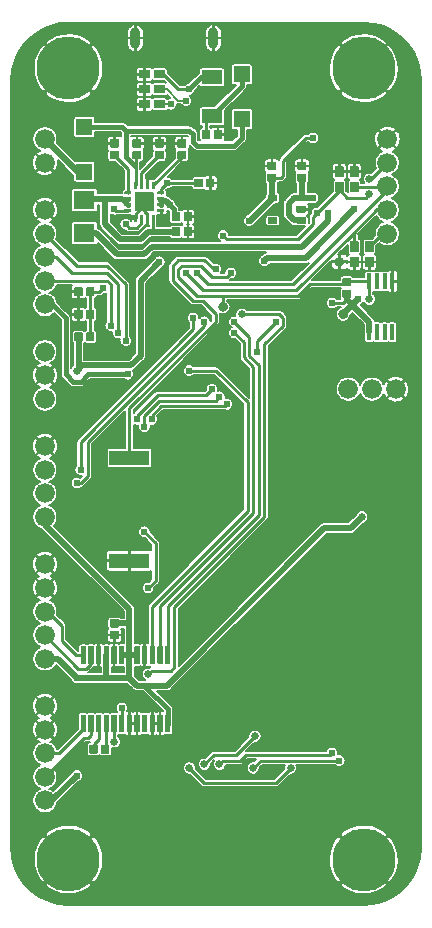
<source format=gbr>
G04 #@! TF.GenerationSoftware,KiCad,Pcbnew,5.0.2-bee76a0~70~ubuntu18.04.1*
G04 #@! TF.CreationDate,2019-09-11T11:18:42+02:00*
G04 #@! TF.ProjectId,easyhive_1_3,65617379-6869-4766-955f-315f332e6b69,rev?*
G04 #@! TF.SameCoordinates,Original*
G04 #@! TF.FileFunction,Copper,L2,Bot*
G04 #@! TF.FilePolarity,Positive*
%FSLAX46Y46*%
G04 Gerber Fmt 4.6, Leading zero omitted, Abs format (unit mm)*
G04 Created by KiCad (PCBNEW 5.0.2-bee76a0~70~ubuntu18.04.1) date Mi 11 Sep 2019 11:18:42 CEST*
%MOMM*%
%LPD*%
G01*
G04 APERTURE LIST*
G04 #@! TA.AperFunction,SMDPad,CuDef*
%ADD10R,1.400000X1.400000*%
G04 #@! TD*
G04 #@! TA.AperFunction,Conductor*
%ADD11C,0.100000*%
G04 #@! TD*
G04 #@! TA.AperFunction,SMDPad,CuDef*
%ADD12C,0.700000*%
G04 #@! TD*
G04 #@! TA.AperFunction,ComponentPad*
%ADD13O,0.900000X1.800000*%
G04 #@! TD*
G04 #@! TA.AperFunction,ComponentPad*
%ADD14C,1.676400*%
G04 #@! TD*
G04 #@! TA.AperFunction,SMDPad,CuDef*
%ADD15C,0.250000*%
G04 #@! TD*
G04 #@! TA.AperFunction,SMDPad,CuDef*
%ADD16C,1.600000*%
G04 #@! TD*
G04 #@! TA.AperFunction,ComponentPad*
%ADD17C,0.508000*%
G04 #@! TD*
G04 #@! TA.AperFunction,SMDPad,CuDef*
%ADD18C,0.450000*%
G04 #@! TD*
G04 #@! TA.AperFunction,SMDPad,CuDef*
%ADD19R,0.400000X1.350000*%
G04 #@! TD*
G04 #@! TA.AperFunction,SMDPad,CuDef*
%ADD20C,0.550000*%
G04 #@! TD*
G04 #@! TA.AperFunction,SMDPad,CuDef*
%ADD21R,1.800000X1.200000*%
G04 #@! TD*
G04 #@! TA.AperFunction,SMDPad,CuDef*
%ADD22R,1.800000X1.600000*%
G04 #@! TD*
G04 #@! TA.AperFunction,ComponentPad*
%ADD23C,5.334000*%
G04 #@! TD*
G04 #@! TA.AperFunction,SMDPad,CuDef*
%ADD24R,3.400000X1.300000*%
G04 #@! TD*
G04 #@! TA.AperFunction,SMDPad,CuDef*
%ADD25C,0.800000*%
G04 #@! TD*
G04 #@! TA.AperFunction,ViaPad*
%ADD26C,0.609600*%
G04 #@! TD*
G04 #@! TA.AperFunction,ViaPad*
%ADD27C,0.654800*%
G04 #@! TD*
G04 #@! TA.AperFunction,Conductor*
%ADD28C,0.250000*%
G04 #@! TD*
G04 #@! TA.AperFunction,Conductor*
%ADD29C,0.508000*%
G04 #@! TD*
G04 #@! TA.AperFunction,Conductor*
%ADD30C,0.406400*%
G04 #@! TD*
G04 #@! TA.AperFunction,Conductor*
%ADD31C,0.254000*%
G04 #@! TD*
G04 #@! TA.AperFunction,Conductor*
%ADD32C,0.203200*%
G04 #@! TD*
G04 #@! TA.AperFunction,Conductor*
%ADD33C,0.152400*%
G04 #@! TD*
G04 APERTURE END LIST*
D10*
G04 #@! TO.P,D1,A*
G04 #@! TO.N,Net-(D1-PadA)*
X137351100Y-80268600D03*
G04 #@! TO.P,D1,C*
G04 #@! TO.N,Net-(C11-Pad1)*
X137351100Y-76468600D03*
G04 #@! TD*
G04 #@! TO.P,D2,A*
G04 #@! TO.N,/VUSB*
X150686100Y-72023600D03*
G04 #@! TO.P,D2,C*
G04 #@! TO.N,Net-(C11-Pad1)*
X150686100Y-75823600D03*
G04 #@! TD*
D11*
G04 #@! TO.N,GND*
G04 #@! TO.C,C11*
G36*
X142107961Y-77518937D02*
X142114756Y-77519945D01*
X142121420Y-77521614D01*
X142127888Y-77523928D01*
X142134098Y-77526866D01*
X142139990Y-77530397D01*
X142145508Y-77534489D01*
X142150597Y-77539103D01*
X142155211Y-77544192D01*
X142159303Y-77549710D01*
X142162834Y-77555602D01*
X142165772Y-77561812D01*
X142168086Y-77568280D01*
X142169755Y-77574944D01*
X142170763Y-77581739D01*
X142171100Y-77588600D01*
X142171100Y-78148600D01*
X142170763Y-78155461D01*
X142169755Y-78162256D01*
X142168086Y-78168920D01*
X142165772Y-78175388D01*
X142162834Y-78181598D01*
X142159303Y-78187490D01*
X142155211Y-78193008D01*
X142150597Y-78198097D01*
X142145508Y-78202711D01*
X142139990Y-78206803D01*
X142134098Y-78210334D01*
X142127888Y-78213272D01*
X142121420Y-78215586D01*
X142114756Y-78217255D01*
X142107961Y-78218263D01*
X142101100Y-78218600D01*
X141491100Y-78218600D01*
X141484239Y-78218263D01*
X141477444Y-78217255D01*
X141470780Y-78215586D01*
X141464312Y-78213272D01*
X141458102Y-78210334D01*
X141452210Y-78206803D01*
X141446692Y-78202711D01*
X141441603Y-78198097D01*
X141436989Y-78193008D01*
X141432897Y-78187490D01*
X141429366Y-78181598D01*
X141426428Y-78175388D01*
X141424114Y-78168920D01*
X141422445Y-78162256D01*
X141421437Y-78155461D01*
X141421100Y-78148600D01*
X141421100Y-77588600D01*
X141421437Y-77581739D01*
X141422445Y-77574944D01*
X141424114Y-77568280D01*
X141426428Y-77561812D01*
X141429366Y-77555602D01*
X141432897Y-77549710D01*
X141436989Y-77544192D01*
X141441603Y-77539103D01*
X141446692Y-77534489D01*
X141452210Y-77530397D01*
X141458102Y-77526866D01*
X141464312Y-77523928D01*
X141470780Y-77521614D01*
X141477444Y-77519945D01*
X141484239Y-77518937D01*
X141491100Y-77518600D01*
X142101100Y-77518600D01*
X142107961Y-77518937D01*
X142107961Y-77518937D01*
G37*
D12*
G04 #@! TD*
G04 #@! TO.P,C11,2*
G04 #@! TO.N,GND*
X141796100Y-77868600D03*
D11*
G04 #@! TO.N,Net-(C11-Pad1)*
G04 #@! TO.C,C11*
G36*
X142107961Y-78518937D02*
X142114756Y-78519945D01*
X142121420Y-78521614D01*
X142127888Y-78523928D01*
X142134098Y-78526866D01*
X142139990Y-78530397D01*
X142145508Y-78534489D01*
X142150597Y-78539103D01*
X142155211Y-78544192D01*
X142159303Y-78549710D01*
X142162834Y-78555602D01*
X142165772Y-78561812D01*
X142168086Y-78568280D01*
X142169755Y-78574944D01*
X142170763Y-78581739D01*
X142171100Y-78588600D01*
X142171100Y-79148600D01*
X142170763Y-79155461D01*
X142169755Y-79162256D01*
X142168086Y-79168920D01*
X142165772Y-79175388D01*
X142162834Y-79181598D01*
X142159303Y-79187490D01*
X142155211Y-79193008D01*
X142150597Y-79198097D01*
X142145508Y-79202711D01*
X142139990Y-79206803D01*
X142134098Y-79210334D01*
X142127888Y-79213272D01*
X142121420Y-79215586D01*
X142114756Y-79217255D01*
X142107961Y-79218263D01*
X142101100Y-79218600D01*
X141491100Y-79218600D01*
X141484239Y-79218263D01*
X141477444Y-79217255D01*
X141470780Y-79215586D01*
X141464312Y-79213272D01*
X141458102Y-79210334D01*
X141452210Y-79206803D01*
X141446692Y-79202711D01*
X141441603Y-79198097D01*
X141436989Y-79193008D01*
X141432897Y-79187490D01*
X141429366Y-79181598D01*
X141426428Y-79175388D01*
X141424114Y-79168920D01*
X141422445Y-79162256D01*
X141421437Y-79155461D01*
X141421100Y-79148600D01*
X141421100Y-78588600D01*
X141421437Y-78581739D01*
X141422445Y-78574944D01*
X141424114Y-78568280D01*
X141426428Y-78561812D01*
X141429366Y-78555602D01*
X141432897Y-78549710D01*
X141436989Y-78544192D01*
X141441603Y-78539103D01*
X141446692Y-78534489D01*
X141452210Y-78530397D01*
X141458102Y-78526866D01*
X141464312Y-78523928D01*
X141470780Y-78521614D01*
X141477444Y-78519945D01*
X141484239Y-78518937D01*
X141491100Y-78518600D01*
X142101100Y-78518600D01*
X142107961Y-78518937D01*
X142107961Y-78518937D01*
G37*
D12*
G04 #@! TD*
G04 #@! TO.P,C11,1*
G04 #@! TO.N,Net-(C11-Pad1)*
X141796100Y-78868600D03*
D11*
G04 #@! TO.N,GND*
G04 #@! TO.C,C12*
G36*
X146392961Y-83708937D02*
X146399756Y-83709945D01*
X146406420Y-83711614D01*
X146412888Y-83713928D01*
X146419098Y-83716866D01*
X146424990Y-83720397D01*
X146430508Y-83724489D01*
X146435597Y-83729103D01*
X146440211Y-83734192D01*
X146444303Y-83739710D01*
X146447834Y-83745602D01*
X146450772Y-83751812D01*
X146453086Y-83758280D01*
X146454755Y-83764944D01*
X146455763Y-83771739D01*
X146456100Y-83778600D01*
X146456100Y-84388600D01*
X146455763Y-84395461D01*
X146454755Y-84402256D01*
X146453086Y-84408920D01*
X146450772Y-84415388D01*
X146447834Y-84421598D01*
X146444303Y-84427490D01*
X146440211Y-84433008D01*
X146435597Y-84438097D01*
X146430508Y-84442711D01*
X146424990Y-84446803D01*
X146419098Y-84450334D01*
X146412888Y-84453272D01*
X146406420Y-84455586D01*
X146399756Y-84457255D01*
X146392961Y-84458263D01*
X146386100Y-84458600D01*
X145826100Y-84458600D01*
X145819239Y-84458263D01*
X145812444Y-84457255D01*
X145805780Y-84455586D01*
X145799312Y-84453272D01*
X145793102Y-84450334D01*
X145787210Y-84446803D01*
X145781692Y-84442711D01*
X145776603Y-84438097D01*
X145771989Y-84433008D01*
X145767897Y-84427490D01*
X145764366Y-84421598D01*
X145761428Y-84415388D01*
X145759114Y-84408920D01*
X145757445Y-84402256D01*
X145756437Y-84395461D01*
X145756100Y-84388600D01*
X145756100Y-83778600D01*
X145756437Y-83771739D01*
X145757445Y-83764944D01*
X145759114Y-83758280D01*
X145761428Y-83751812D01*
X145764366Y-83745602D01*
X145767897Y-83739710D01*
X145771989Y-83734192D01*
X145776603Y-83729103D01*
X145781692Y-83724489D01*
X145787210Y-83720397D01*
X145793102Y-83716866D01*
X145799312Y-83713928D01*
X145805780Y-83711614D01*
X145812444Y-83709945D01*
X145819239Y-83708937D01*
X145826100Y-83708600D01*
X146386100Y-83708600D01*
X146392961Y-83708937D01*
X146392961Y-83708937D01*
G37*
D12*
G04 #@! TD*
G04 #@! TO.P,C12,2*
G04 #@! TO.N,GND*
X146106100Y-84083600D03*
D11*
G04 #@! TO.N,/VBAT*
G04 #@! TO.C,C12*
G36*
X145392961Y-83708937D02*
X145399756Y-83709945D01*
X145406420Y-83711614D01*
X145412888Y-83713928D01*
X145419098Y-83716866D01*
X145424990Y-83720397D01*
X145430508Y-83724489D01*
X145435597Y-83729103D01*
X145440211Y-83734192D01*
X145444303Y-83739710D01*
X145447834Y-83745602D01*
X145450772Y-83751812D01*
X145453086Y-83758280D01*
X145454755Y-83764944D01*
X145455763Y-83771739D01*
X145456100Y-83778600D01*
X145456100Y-84388600D01*
X145455763Y-84395461D01*
X145454755Y-84402256D01*
X145453086Y-84408920D01*
X145450772Y-84415388D01*
X145447834Y-84421598D01*
X145444303Y-84427490D01*
X145440211Y-84433008D01*
X145435597Y-84438097D01*
X145430508Y-84442711D01*
X145424990Y-84446803D01*
X145419098Y-84450334D01*
X145412888Y-84453272D01*
X145406420Y-84455586D01*
X145399756Y-84457255D01*
X145392961Y-84458263D01*
X145386100Y-84458600D01*
X144826100Y-84458600D01*
X144819239Y-84458263D01*
X144812444Y-84457255D01*
X144805780Y-84455586D01*
X144799312Y-84453272D01*
X144793102Y-84450334D01*
X144787210Y-84446803D01*
X144781692Y-84442711D01*
X144776603Y-84438097D01*
X144771989Y-84433008D01*
X144767897Y-84427490D01*
X144764366Y-84421598D01*
X144761428Y-84415388D01*
X144759114Y-84408920D01*
X144757445Y-84402256D01*
X144756437Y-84395461D01*
X144756100Y-84388600D01*
X144756100Y-83778600D01*
X144756437Y-83771739D01*
X144757445Y-83764944D01*
X144759114Y-83758280D01*
X144761428Y-83751812D01*
X144764366Y-83745602D01*
X144767897Y-83739710D01*
X144771989Y-83734192D01*
X144776603Y-83729103D01*
X144781692Y-83724489D01*
X144787210Y-83720397D01*
X144793102Y-83716866D01*
X144799312Y-83713928D01*
X144805780Y-83711614D01*
X144812444Y-83709945D01*
X144819239Y-83708937D01*
X144826100Y-83708600D01*
X145386100Y-83708600D01*
X145392961Y-83708937D01*
X145392961Y-83708937D01*
G37*
D12*
G04 #@! TD*
G04 #@! TO.P,C12,1*
G04 #@! TO.N,/VBAT*
X145106100Y-84083600D03*
D11*
G04 #@! TO.N,GND*
G04 #@! TO.C,C13*
G36*
X146392961Y-84978937D02*
X146399756Y-84979945D01*
X146406420Y-84981614D01*
X146412888Y-84983928D01*
X146419098Y-84986866D01*
X146424990Y-84990397D01*
X146430508Y-84994489D01*
X146435597Y-84999103D01*
X146440211Y-85004192D01*
X146444303Y-85009710D01*
X146447834Y-85015602D01*
X146450772Y-85021812D01*
X146453086Y-85028280D01*
X146454755Y-85034944D01*
X146455763Y-85041739D01*
X146456100Y-85048600D01*
X146456100Y-85658600D01*
X146455763Y-85665461D01*
X146454755Y-85672256D01*
X146453086Y-85678920D01*
X146450772Y-85685388D01*
X146447834Y-85691598D01*
X146444303Y-85697490D01*
X146440211Y-85703008D01*
X146435597Y-85708097D01*
X146430508Y-85712711D01*
X146424990Y-85716803D01*
X146419098Y-85720334D01*
X146412888Y-85723272D01*
X146406420Y-85725586D01*
X146399756Y-85727255D01*
X146392961Y-85728263D01*
X146386100Y-85728600D01*
X145826100Y-85728600D01*
X145819239Y-85728263D01*
X145812444Y-85727255D01*
X145805780Y-85725586D01*
X145799312Y-85723272D01*
X145793102Y-85720334D01*
X145787210Y-85716803D01*
X145781692Y-85712711D01*
X145776603Y-85708097D01*
X145771989Y-85703008D01*
X145767897Y-85697490D01*
X145764366Y-85691598D01*
X145761428Y-85685388D01*
X145759114Y-85678920D01*
X145757445Y-85672256D01*
X145756437Y-85665461D01*
X145756100Y-85658600D01*
X145756100Y-85048600D01*
X145756437Y-85041739D01*
X145757445Y-85034944D01*
X145759114Y-85028280D01*
X145761428Y-85021812D01*
X145764366Y-85015602D01*
X145767897Y-85009710D01*
X145771989Y-85004192D01*
X145776603Y-84999103D01*
X145781692Y-84994489D01*
X145787210Y-84990397D01*
X145793102Y-84986866D01*
X145799312Y-84983928D01*
X145805780Y-84981614D01*
X145812444Y-84979945D01*
X145819239Y-84978937D01*
X145826100Y-84978600D01*
X146386100Y-84978600D01*
X146392961Y-84978937D01*
X146392961Y-84978937D01*
G37*
D12*
G04 #@! TD*
G04 #@! TO.P,C13,2*
G04 #@! TO.N,GND*
X146106100Y-85353600D03*
D11*
G04 #@! TO.N,Net-(C13-Pad1)*
G04 #@! TO.C,C13*
G36*
X145392961Y-84978937D02*
X145399756Y-84979945D01*
X145406420Y-84981614D01*
X145412888Y-84983928D01*
X145419098Y-84986866D01*
X145424990Y-84990397D01*
X145430508Y-84994489D01*
X145435597Y-84999103D01*
X145440211Y-85004192D01*
X145444303Y-85009710D01*
X145447834Y-85015602D01*
X145450772Y-85021812D01*
X145453086Y-85028280D01*
X145454755Y-85034944D01*
X145455763Y-85041739D01*
X145456100Y-85048600D01*
X145456100Y-85658600D01*
X145455763Y-85665461D01*
X145454755Y-85672256D01*
X145453086Y-85678920D01*
X145450772Y-85685388D01*
X145447834Y-85691598D01*
X145444303Y-85697490D01*
X145440211Y-85703008D01*
X145435597Y-85708097D01*
X145430508Y-85712711D01*
X145424990Y-85716803D01*
X145419098Y-85720334D01*
X145412888Y-85723272D01*
X145406420Y-85725586D01*
X145399756Y-85727255D01*
X145392961Y-85728263D01*
X145386100Y-85728600D01*
X144826100Y-85728600D01*
X144819239Y-85728263D01*
X144812444Y-85727255D01*
X144805780Y-85725586D01*
X144799312Y-85723272D01*
X144793102Y-85720334D01*
X144787210Y-85716803D01*
X144781692Y-85712711D01*
X144776603Y-85708097D01*
X144771989Y-85703008D01*
X144767897Y-85697490D01*
X144764366Y-85691598D01*
X144761428Y-85685388D01*
X144759114Y-85678920D01*
X144757445Y-85672256D01*
X144756437Y-85665461D01*
X144756100Y-85658600D01*
X144756100Y-85048600D01*
X144756437Y-85041739D01*
X144757445Y-85034944D01*
X144759114Y-85028280D01*
X144761428Y-85021812D01*
X144764366Y-85015602D01*
X144767897Y-85009710D01*
X144771989Y-85004192D01*
X144776603Y-84999103D01*
X144781692Y-84994489D01*
X144787210Y-84990397D01*
X144793102Y-84986866D01*
X144799312Y-84983928D01*
X144805780Y-84981614D01*
X144812444Y-84979945D01*
X144819239Y-84978937D01*
X144826100Y-84978600D01*
X145386100Y-84978600D01*
X145392961Y-84978937D01*
X145392961Y-84978937D01*
G37*
D12*
G04 #@! TD*
G04 #@! TO.P,C13,1*
G04 #@! TO.N,Net-(C13-Pad1)*
X145106100Y-85353600D03*
D13*
G04 #@! TO.P,X1,S6*
G04 #@! TO.N,GND*
X141671100Y-68962600D03*
G04 #@! TO.P,X1,S5*
X148271100Y-68962600D03*
G04 #@! TD*
D14*
G04 #@! TO.P,JP1,2*
G04 #@! TO.N,Net-(D1-PadA)*
X134001100Y-77503600D03*
G04 #@! TO.P,JP1,1*
G04 #@! TO.N,GND*
X134001100Y-79503600D03*
G04 #@! TD*
G04 #@! TO.P,JP2,3*
G04 #@! TO.N,/VBAT*
X134001100Y-99503600D03*
G04 #@! TO.P,JP2,2*
G04 #@! TO.N,GND*
X134001100Y-97503600D03*
G04 #@! TO.P,JP2,1*
G04 #@! TO.N,Net-(IC2-Pad1)*
X134001100Y-95503600D03*
G04 #@! TD*
D11*
G04 #@! TO.N,/VBAT*
G04 #@! TO.C,IC2*
G36*
X144102913Y-82438750D02*
X144105947Y-82439200D01*
X144108921Y-82439946D01*
X144111809Y-82440979D01*
X144114581Y-82442290D01*
X144117212Y-82443867D01*
X144119675Y-82445693D01*
X144121947Y-82447753D01*
X144124007Y-82450025D01*
X144125833Y-82452488D01*
X144127410Y-82455119D01*
X144128721Y-82457891D01*
X144129754Y-82460779D01*
X144130500Y-82463753D01*
X144130950Y-82466787D01*
X144131100Y-82469850D01*
X144131100Y-82657350D01*
X144130950Y-82660413D01*
X144130500Y-82663447D01*
X144129754Y-82666421D01*
X144128721Y-82669309D01*
X144127410Y-82672081D01*
X144125833Y-82674712D01*
X144124007Y-82677175D01*
X144121947Y-82679447D01*
X144119675Y-82681507D01*
X144117212Y-82683333D01*
X144114581Y-82684910D01*
X144111809Y-82686221D01*
X144108921Y-82687254D01*
X144105947Y-82688000D01*
X144102913Y-82688450D01*
X144099850Y-82688600D01*
X143562350Y-82688600D01*
X143559287Y-82688450D01*
X143556253Y-82688000D01*
X143553279Y-82687254D01*
X143550391Y-82686221D01*
X143547619Y-82684910D01*
X143544988Y-82683333D01*
X143542525Y-82681507D01*
X143540253Y-82679447D01*
X143538193Y-82677175D01*
X143536367Y-82674712D01*
X143534790Y-82672081D01*
X143533479Y-82669309D01*
X143532446Y-82666421D01*
X143531700Y-82663447D01*
X143531250Y-82660413D01*
X143531100Y-82657350D01*
X143531100Y-82469850D01*
X143531250Y-82466787D01*
X143531700Y-82463753D01*
X143532446Y-82460779D01*
X143533479Y-82457891D01*
X143534790Y-82455119D01*
X143536367Y-82452488D01*
X143538193Y-82450025D01*
X143540253Y-82447753D01*
X143542525Y-82445693D01*
X143544988Y-82443867D01*
X143547619Y-82442290D01*
X143550391Y-82440979D01*
X143553279Y-82439946D01*
X143556253Y-82439200D01*
X143559287Y-82438750D01*
X143562350Y-82438600D01*
X144099850Y-82438600D01*
X144102913Y-82438750D01*
X144102913Y-82438750D01*
G37*
D15*
G04 #@! TD*
G04 #@! TO.P,IC2,2*
G04 #@! TO.N,/VBAT*
X143831100Y-82563600D03*
D11*
G04 #@! TO.N,Net-(IC2-Pad1)*
G04 #@! TO.C,IC2*
G36*
X144102913Y-81938750D02*
X144105947Y-81939200D01*
X144108921Y-81939946D01*
X144111809Y-81940979D01*
X144114581Y-81942290D01*
X144117212Y-81943867D01*
X144119675Y-81945693D01*
X144121947Y-81947753D01*
X144124007Y-81950025D01*
X144125833Y-81952488D01*
X144127410Y-81955119D01*
X144128721Y-81957891D01*
X144129754Y-81960779D01*
X144130500Y-81963753D01*
X144130950Y-81966787D01*
X144131100Y-81969850D01*
X144131100Y-82157350D01*
X144130950Y-82160413D01*
X144130500Y-82163447D01*
X144129754Y-82166421D01*
X144128721Y-82169309D01*
X144127410Y-82172081D01*
X144125833Y-82174712D01*
X144124007Y-82177175D01*
X144121947Y-82179447D01*
X144119675Y-82181507D01*
X144117212Y-82183333D01*
X144114581Y-82184910D01*
X144111809Y-82186221D01*
X144108921Y-82187254D01*
X144105947Y-82188000D01*
X144102913Y-82188450D01*
X144099850Y-82188600D01*
X143562350Y-82188600D01*
X143559287Y-82188450D01*
X143556253Y-82188000D01*
X143553279Y-82187254D01*
X143550391Y-82186221D01*
X143547619Y-82184910D01*
X143544988Y-82183333D01*
X143542525Y-82181507D01*
X143540253Y-82179447D01*
X143538193Y-82177175D01*
X143536367Y-82174712D01*
X143534790Y-82172081D01*
X143533479Y-82169309D01*
X143532446Y-82166421D01*
X143531700Y-82163447D01*
X143531250Y-82160413D01*
X143531100Y-82157350D01*
X143531100Y-81969850D01*
X143531250Y-81966787D01*
X143531700Y-81963753D01*
X143532446Y-81960779D01*
X143533479Y-81957891D01*
X143534790Y-81955119D01*
X143536367Y-81952488D01*
X143538193Y-81950025D01*
X143540253Y-81947753D01*
X143542525Y-81945693D01*
X143544988Y-81943867D01*
X143547619Y-81942290D01*
X143550391Y-81940979D01*
X143553279Y-81939946D01*
X143556253Y-81939200D01*
X143559287Y-81938750D01*
X143562350Y-81938600D01*
X144099850Y-81938600D01*
X144102913Y-81938750D01*
X144102913Y-81938750D01*
G37*
D15*
G04 #@! TD*
G04 #@! TO.P,IC2,1*
G04 #@! TO.N,Net-(IC2-Pad1)*
X143831100Y-82063600D03*
D11*
G04 #@! TO.N,/VBAT*
G04 #@! TO.C,IC2*
G36*
X144102913Y-82938750D02*
X144105947Y-82939200D01*
X144108921Y-82939946D01*
X144111809Y-82940979D01*
X144114581Y-82942290D01*
X144117212Y-82943867D01*
X144119675Y-82945693D01*
X144121947Y-82947753D01*
X144124007Y-82950025D01*
X144125833Y-82952488D01*
X144127410Y-82955119D01*
X144128721Y-82957891D01*
X144129754Y-82960779D01*
X144130500Y-82963753D01*
X144130950Y-82966787D01*
X144131100Y-82969850D01*
X144131100Y-83157350D01*
X144130950Y-83160413D01*
X144130500Y-83163447D01*
X144129754Y-83166421D01*
X144128721Y-83169309D01*
X144127410Y-83172081D01*
X144125833Y-83174712D01*
X144124007Y-83177175D01*
X144121947Y-83179447D01*
X144119675Y-83181507D01*
X144117212Y-83183333D01*
X144114581Y-83184910D01*
X144111809Y-83186221D01*
X144108921Y-83187254D01*
X144105947Y-83188000D01*
X144102913Y-83188450D01*
X144099850Y-83188600D01*
X143562350Y-83188600D01*
X143559287Y-83188450D01*
X143556253Y-83188000D01*
X143553279Y-83187254D01*
X143550391Y-83186221D01*
X143547619Y-83184910D01*
X143544988Y-83183333D01*
X143542525Y-83181507D01*
X143540253Y-83179447D01*
X143538193Y-83177175D01*
X143536367Y-83174712D01*
X143534790Y-83172081D01*
X143533479Y-83169309D01*
X143532446Y-83166421D01*
X143531700Y-83163447D01*
X143531250Y-83160413D01*
X143531100Y-83157350D01*
X143531100Y-82969850D01*
X143531250Y-82966787D01*
X143531700Y-82963753D01*
X143532446Y-82960779D01*
X143533479Y-82957891D01*
X143534790Y-82955119D01*
X143536367Y-82952488D01*
X143538193Y-82950025D01*
X143540253Y-82947753D01*
X143542525Y-82945693D01*
X143544988Y-82943867D01*
X143547619Y-82942290D01*
X143550391Y-82940979D01*
X143553279Y-82939946D01*
X143556253Y-82939200D01*
X143559287Y-82938750D01*
X143562350Y-82938600D01*
X144099850Y-82938600D01*
X144102913Y-82938750D01*
X144102913Y-82938750D01*
G37*
D15*
G04 #@! TD*
G04 #@! TO.P,IC2,3*
G04 #@! TO.N,/VBAT*
X143831100Y-83063600D03*
D11*
G04 #@! TO.N,GND*
G04 #@! TO.C,IC2*
G36*
X144102913Y-83438750D02*
X144105947Y-83439200D01*
X144108921Y-83439946D01*
X144111809Y-83440979D01*
X144114581Y-83442290D01*
X144117212Y-83443867D01*
X144119675Y-83445693D01*
X144121947Y-83447753D01*
X144124007Y-83450025D01*
X144125833Y-83452488D01*
X144127410Y-83455119D01*
X144128721Y-83457891D01*
X144129754Y-83460779D01*
X144130500Y-83463753D01*
X144130950Y-83466787D01*
X144131100Y-83469850D01*
X144131100Y-83657350D01*
X144130950Y-83660413D01*
X144130500Y-83663447D01*
X144129754Y-83666421D01*
X144128721Y-83669309D01*
X144127410Y-83672081D01*
X144125833Y-83674712D01*
X144124007Y-83677175D01*
X144121947Y-83679447D01*
X144119675Y-83681507D01*
X144117212Y-83683333D01*
X144114581Y-83684910D01*
X144111809Y-83686221D01*
X144108921Y-83687254D01*
X144105947Y-83688000D01*
X144102913Y-83688450D01*
X144099850Y-83688600D01*
X143562350Y-83688600D01*
X143559287Y-83688450D01*
X143556253Y-83688000D01*
X143553279Y-83687254D01*
X143550391Y-83686221D01*
X143547619Y-83684910D01*
X143544988Y-83683333D01*
X143542525Y-83681507D01*
X143540253Y-83679447D01*
X143538193Y-83677175D01*
X143536367Y-83674712D01*
X143534790Y-83672081D01*
X143533479Y-83669309D01*
X143532446Y-83666421D01*
X143531700Y-83663447D01*
X143531250Y-83660413D01*
X143531100Y-83657350D01*
X143531100Y-83469850D01*
X143531250Y-83466787D01*
X143531700Y-83463753D01*
X143532446Y-83460779D01*
X143533479Y-83457891D01*
X143534790Y-83455119D01*
X143536367Y-83452488D01*
X143538193Y-83450025D01*
X143540253Y-83447753D01*
X143542525Y-83445693D01*
X143544988Y-83443867D01*
X143547619Y-83442290D01*
X143550391Y-83440979D01*
X143553279Y-83439946D01*
X143556253Y-83439200D01*
X143559287Y-83438750D01*
X143562350Y-83438600D01*
X144099850Y-83438600D01*
X144102913Y-83438750D01*
X144102913Y-83438750D01*
G37*
D15*
G04 #@! TD*
G04 #@! TO.P,IC2,4*
G04 #@! TO.N,GND*
X143831100Y-83563600D03*
D11*
G04 #@! TO.N,Net-(C13-Pad1)*
G04 #@! TO.C,IC2*
G36*
X143277913Y-83913750D02*
X143280947Y-83914200D01*
X143283921Y-83914946D01*
X143286809Y-83915979D01*
X143289581Y-83917290D01*
X143292212Y-83918867D01*
X143294675Y-83920693D01*
X143296947Y-83922753D01*
X143299007Y-83925025D01*
X143300833Y-83927488D01*
X143302410Y-83930119D01*
X143303721Y-83932891D01*
X143304754Y-83935779D01*
X143305500Y-83938753D01*
X143305950Y-83941787D01*
X143306100Y-83944850D01*
X143306100Y-84482350D01*
X143305950Y-84485413D01*
X143305500Y-84488447D01*
X143304754Y-84491421D01*
X143303721Y-84494309D01*
X143302410Y-84497081D01*
X143300833Y-84499712D01*
X143299007Y-84502175D01*
X143296947Y-84504447D01*
X143294675Y-84506507D01*
X143292212Y-84508333D01*
X143289581Y-84509910D01*
X143286809Y-84511221D01*
X143283921Y-84512254D01*
X143280947Y-84513000D01*
X143277913Y-84513450D01*
X143274850Y-84513600D01*
X143087350Y-84513600D01*
X143084287Y-84513450D01*
X143081253Y-84513000D01*
X143078279Y-84512254D01*
X143075391Y-84511221D01*
X143072619Y-84509910D01*
X143069988Y-84508333D01*
X143067525Y-84506507D01*
X143065253Y-84504447D01*
X143063193Y-84502175D01*
X143061367Y-84499712D01*
X143059790Y-84497081D01*
X143058479Y-84494309D01*
X143057446Y-84491421D01*
X143056700Y-84488447D01*
X143056250Y-84485413D01*
X143056100Y-84482350D01*
X143056100Y-83944850D01*
X143056250Y-83941787D01*
X143056700Y-83938753D01*
X143057446Y-83935779D01*
X143058479Y-83932891D01*
X143059790Y-83930119D01*
X143061367Y-83927488D01*
X143063193Y-83925025D01*
X143065253Y-83922753D01*
X143067525Y-83920693D01*
X143069988Y-83918867D01*
X143072619Y-83917290D01*
X143075391Y-83915979D01*
X143078279Y-83914946D01*
X143081253Y-83914200D01*
X143084287Y-83913750D01*
X143087350Y-83913600D01*
X143274850Y-83913600D01*
X143277913Y-83913750D01*
X143277913Y-83913750D01*
G37*
D15*
G04 #@! TD*
G04 #@! TO.P,IC2,5*
G04 #@! TO.N,Net-(C13-Pad1)*
X143181100Y-84213600D03*
D11*
G04 #@! TO.N,GND*
G04 #@! TO.C,IC2*
G36*
X142777913Y-83913750D02*
X142780947Y-83914200D01*
X142783921Y-83914946D01*
X142786809Y-83915979D01*
X142789581Y-83917290D01*
X142792212Y-83918867D01*
X142794675Y-83920693D01*
X142796947Y-83922753D01*
X142799007Y-83925025D01*
X142800833Y-83927488D01*
X142802410Y-83930119D01*
X142803721Y-83932891D01*
X142804754Y-83935779D01*
X142805500Y-83938753D01*
X142805950Y-83941787D01*
X142806100Y-83944850D01*
X142806100Y-84482350D01*
X142805950Y-84485413D01*
X142805500Y-84488447D01*
X142804754Y-84491421D01*
X142803721Y-84494309D01*
X142802410Y-84497081D01*
X142800833Y-84499712D01*
X142799007Y-84502175D01*
X142796947Y-84504447D01*
X142794675Y-84506507D01*
X142792212Y-84508333D01*
X142789581Y-84509910D01*
X142786809Y-84511221D01*
X142783921Y-84512254D01*
X142780947Y-84513000D01*
X142777913Y-84513450D01*
X142774850Y-84513600D01*
X142587350Y-84513600D01*
X142584287Y-84513450D01*
X142581253Y-84513000D01*
X142578279Y-84512254D01*
X142575391Y-84511221D01*
X142572619Y-84509910D01*
X142569988Y-84508333D01*
X142567525Y-84506507D01*
X142565253Y-84504447D01*
X142563193Y-84502175D01*
X142561367Y-84499712D01*
X142559790Y-84497081D01*
X142558479Y-84494309D01*
X142557446Y-84491421D01*
X142556700Y-84488447D01*
X142556250Y-84485413D01*
X142556100Y-84482350D01*
X142556100Y-83944850D01*
X142556250Y-83941787D01*
X142556700Y-83938753D01*
X142557446Y-83935779D01*
X142558479Y-83932891D01*
X142559790Y-83930119D01*
X142561367Y-83927488D01*
X142563193Y-83925025D01*
X142565253Y-83922753D01*
X142567525Y-83920693D01*
X142569988Y-83918867D01*
X142572619Y-83917290D01*
X142575391Y-83915979D01*
X142578279Y-83914946D01*
X142581253Y-83914200D01*
X142584287Y-83913750D01*
X142587350Y-83913600D01*
X142774850Y-83913600D01*
X142777913Y-83913750D01*
X142777913Y-83913750D01*
G37*
D15*
G04 #@! TD*
G04 #@! TO.P,IC2,6*
G04 #@! TO.N,GND*
X142681100Y-84213600D03*
D11*
G04 #@! TO.N,Net-(IC2-Pad7)*
G04 #@! TO.C,IC2*
G36*
X142277913Y-83913750D02*
X142280947Y-83914200D01*
X142283921Y-83914946D01*
X142286809Y-83915979D01*
X142289581Y-83917290D01*
X142292212Y-83918867D01*
X142294675Y-83920693D01*
X142296947Y-83922753D01*
X142299007Y-83925025D01*
X142300833Y-83927488D01*
X142302410Y-83930119D01*
X142303721Y-83932891D01*
X142304754Y-83935779D01*
X142305500Y-83938753D01*
X142305950Y-83941787D01*
X142306100Y-83944850D01*
X142306100Y-84482350D01*
X142305950Y-84485413D01*
X142305500Y-84488447D01*
X142304754Y-84491421D01*
X142303721Y-84494309D01*
X142302410Y-84497081D01*
X142300833Y-84499712D01*
X142299007Y-84502175D01*
X142296947Y-84504447D01*
X142294675Y-84506507D01*
X142292212Y-84508333D01*
X142289581Y-84509910D01*
X142286809Y-84511221D01*
X142283921Y-84512254D01*
X142280947Y-84513000D01*
X142277913Y-84513450D01*
X142274850Y-84513600D01*
X142087350Y-84513600D01*
X142084287Y-84513450D01*
X142081253Y-84513000D01*
X142078279Y-84512254D01*
X142075391Y-84511221D01*
X142072619Y-84509910D01*
X142069988Y-84508333D01*
X142067525Y-84506507D01*
X142065253Y-84504447D01*
X142063193Y-84502175D01*
X142061367Y-84499712D01*
X142059790Y-84497081D01*
X142058479Y-84494309D01*
X142057446Y-84491421D01*
X142056700Y-84488447D01*
X142056250Y-84485413D01*
X142056100Y-84482350D01*
X142056100Y-83944850D01*
X142056250Y-83941787D01*
X142056700Y-83938753D01*
X142057446Y-83935779D01*
X142058479Y-83932891D01*
X142059790Y-83930119D01*
X142061367Y-83927488D01*
X142063193Y-83925025D01*
X142065253Y-83922753D01*
X142067525Y-83920693D01*
X142069988Y-83918867D01*
X142072619Y-83917290D01*
X142075391Y-83915979D01*
X142078279Y-83914946D01*
X142081253Y-83914200D01*
X142084287Y-83913750D01*
X142087350Y-83913600D01*
X142274850Y-83913600D01*
X142277913Y-83913750D01*
X142277913Y-83913750D01*
G37*
D15*
G04 #@! TD*
G04 #@! TO.P,IC2,7*
G04 #@! TO.N,Net-(IC2-Pad7)*
X142181100Y-84213600D03*
D11*
G04 #@! TO.N,GND*
G04 #@! TO.C,IC2*
G36*
X141777913Y-83913750D02*
X141780947Y-83914200D01*
X141783921Y-83914946D01*
X141786809Y-83915979D01*
X141789581Y-83917290D01*
X141792212Y-83918867D01*
X141794675Y-83920693D01*
X141796947Y-83922753D01*
X141799007Y-83925025D01*
X141800833Y-83927488D01*
X141802410Y-83930119D01*
X141803721Y-83932891D01*
X141804754Y-83935779D01*
X141805500Y-83938753D01*
X141805950Y-83941787D01*
X141806100Y-83944850D01*
X141806100Y-84482350D01*
X141805950Y-84485413D01*
X141805500Y-84488447D01*
X141804754Y-84491421D01*
X141803721Y-84494309D01*
X141802410Y-84497081D01*
X141800833Y-84499712D01*
X141799007Y-84502175D01*
X141796947Y-84504447D01*
X141794675Y-84506507D01*
X141792212Y-84508333D01*
X141789581Y-84509910D01*
X141786809Y-84511221D01*
X141783921Y-84512254D01*
X141780947Y-84513000D01*
X141777913Y-84513450D01*
X141774850Y-84513600D01*
X141587350Y-84513600D01*
X141584287Y-84513450D01*
X141581253Y-84513000D01*
X141578279Y-84512254D01*
X141575391Y-84511221D01*
X141572619Y-84509910D01*
X141569988Y-84508333D01*
X141567525Y-84506507D01*
X141565253Y-84504447D01*
X141563193Y-84502175D01*
X141561367Y-84499712D01*
X141559790Y-84497081D01*
X141558479Y-84494309D01*
X141557446Y-84491421D01*
X141556700Y-84488447D01*
X141556250Y-84485413D01*
X141556100Y-84482350D01*
X141556100Y-83944850D01*
X141556250Y-83941787D01*
X141556700Y-83938753D01*
X141557446Y-83935779D01*
X141558479Y-83932891D01*
X141559790Y-83930119D01*
X141561367Y-83927488D01*
X141563193Y-83925025D01*
X141565253Y-83922753D01*
X141567525Y-83920693D01*
X141569988Y-83918867D01*
X141572619Y-83917290D01*
X141575391Y-83915979D01*
X141578279Y-83914946D01*
X141581253Y-83914200D01*
X141584287Y-83913750D01*
X141587350Y-83913600D01*
X141774850Y-83913600D01*
X141777913Y-83913750D01*
X141777913Y-83913750D01*
G37*
D15*
G04 #@! TD*
G04 #@! TO.P,IC2,8*
G04 #@! TO.N,GND*
X141681100Y-84213600D03*
D11*
G04 #@! TO.N,Net-(IC2-Pad9)*
G04 #@! TO.C,IC2*
G36*
X141302913Y-83438750D02*
X141305947Y-83439200D01*
X141308921Y-83439946D01*
X141311809Y-83440979D01*
X141314581Y-83442290D01*
X141317212Y-83443867D01*
X141319675Y-83445693D01*
X141321947Y-83447753D01*
X141324007Y-83450025D01*
X141325833Y-83452488D01*
X141327410Y-83455119D01*
X141328721Y-83457891D01*
X141329754Y-83460779D01*
X141330500Y-83463753D01*
X141330950Y-83466787D01*
X141331100Y-83469850D01*
X141331100Y-83657350D01*
X141330950Y-83660413D01*
X141330500Y-83663447D01*
X141329754Y-83666421D01*
X141328721Y-83669309D01*
X141327410Y-83672081D01*
X141325833Y-83674712D01*
X141324007Y-83677175D01*
X141321947Y-83679447D01*
X141319675Y-83681507D01*
X141317212Y-83683333D01*
X141314581Y-83684910D01*
X141311809Y-83686221D01*
X141308921Y-83687254D01*
X141305947Y-83688000D01*
X141302913Y-83688450D01*
X141299850Y-83688600D01*
X140762350Y-83688600D01*
X140759287Y-83688450D01*
X140756253Y-83688000D01*
X140753279Y-83687254D01*
X140750391Y-83686221D01*
X140747619Y-83684910D01*
X140744988Y-83683333D01*
X140742525Y-83681507D01*
X140740253Y-83679447D01*
X140738193Y-83677175D01*
X140736367Y-83674712D01*
X140734790Y-83672081D01*
X140733479Y-83669309D01*
X140732446Y-83666421D01*
X140731700Y-83663447D01*
X140731250Y-83660413D01*
X140731100Y-83657350D01*
X140731100Y-83469850D01*
X140731250Y-83466787D01*
X140731700Y-83463753D01*
X140732446Y-83460779D01*
X140733479Y-83457891D01*
X140734790Y-83455119D01*
X140736367Y-83452488D01*
X140738193Y-83450025D01*
X140740253Y-83447753D01*
X140742525Y-83445693D01*
X140744988Y-83443867D01*
X140747619Y-83442290D01*
X140750391Y-83440979D01*
X140753279Y-83439946D01*
X140756253Y-83439200D01*
X140759287Y-83438750D01*
X140762350Y-83438600D01*
X141299850Y-83438600D01*
X141302913Y-83438750D01*
X141302913Y-83438750D01*
G37*
D15*
G04 #@! TD*
G04 #@! TO.P,IC2,9*
G04 #@! TO.N,Net-(IC2-Pad9)*
X141031100Y-83563600D03*
D11*
G04 #@! TO.N,Net-(C13-Pad1)*
G04 #@! TO.C,IC2*
G36*
X141302913Y-82938750D02*
X141305947Y-82939200D01*
X141308921Y-82939946D01*
X141311809Y-82940979D01*
X141314581Y-82942290D01*
X141317212Y-82943867D01*
X141319675Y-82945693D01*
X141321947Y-82947753D01*
X141324007Y-82950025D01*
X141325833Y-82952488D01*
X141327410Y-82955119D01*
X141328721Y-82957891D01*
X141329754Y-82960779D01*
X141330500Y-82963753D01*
X141330950Y-82966787D01*
X141331100Y-82969850D01*
X141331100Y-83157350D01*
X141330950Y-83160413D01*
X141330500Y-83163447D01*
X141329754Y-83166421D01*
X141328721Y-83169309D01*
X141327410Y-83172081D01*
X141325833Y-83174712D01*
X141324007Y-83177175D01*
X141321947Y-83179447D01*
X141319675Y-83181507D01*
X141317212Y-83183333D01*
X141314581Y-83184910D01*
X141311809Y-83186221D01*
X141308921Y-83187254D01*
X141305947Y-83188000D01*
X141302913Y-83188450D01*
X141299850Y-83188600D01*
X140762350Y-83188600D01*
X140759287Y-83188450D01*
X140756253Y-83188000D01*
X140753279Y-83187254D01*
X140750391Y-83186221D01*
X140747619Y-83184910D01*
X140744988Y-83183333D01*
X140742525Y-83181507D01*
X140740253Y-83179447D01*
X140738193Y-83177175D01*
X140736367Y-83174712D01*
X140734790Y-83172081D01*
X140733479Y-83169309D01*
X140732446Y-83166421D01*
X140731700Y-83163447D01*
X140731250Y-83160413D01*
X140731100Y-83157350D01*
X140731100Y-82969850D01*
X140731250Y-82966787D01*
X140731700Y-82963753D01*
X140732446Y-82960779D01*
X140733479Y-82957891D01*
X140734790Y-82955119D01*
X140736367Y-82952488D01*
X140738193Y-82950025D01*
X140740253Y-82947753D01*
X140742525Y-82945693D01*
X140744988Y-82943867D01*
X140747619Y-82942290D01*
X140750391Y-82940979D01*
X140753279Y-82939946D01*
X140756253Y-82939200D01*
X140759287Y-82938750D01*
X140762350Y-82938600D01*
X141299850Y-82938600D01*
X141302913Y-82938750D01*
X141302913Y-82938750D01*
G37*
D15*
G04 #@! TD*
G04 #@! TO.P,IC2,10*
G04 #@! TO.N,Net-(C13-Pad1)*
X141031100Y-83063600D03*
D11*
G04 #@! TO.N,Net-(C13-Pad1)*
G04 #@! TO.C,IC2*
G36*
X141302913Y-82438750D02*
X141305947Y-82439200D01*
X141308921Y-82439946D01*
X141311809Y-82440979D01*
X141314581Y-82442290D01*
X141317212Y-82443867D01*
X141319675Y-82445693D01*
X141321947Y-82447753D01*
X141324007Y-82450025D01*
X141325833Y-82452488D01*
X141327410Y-82455119D01*
X141328721Y-82457891D01*
X141329754Y-82460779D01*
X141330500Y-82463753D01*
X141330950Y-82466787D01*
X141331100Y-82469850D01*
X141331100Y-82657350D01*
X141330950Y-82660413D01*
X141330500Y-82663447D01*
X141329754Y-82666421D01*
X141328721Y-82669309D01*
X141327410Y-82672081D01*
X141325833Y-82674712D01*
X141324007Y-82677175D01*
X141321947Y-82679447D01*
X141319675Y-82681507D01*
X141317212Y-82683333D01*
X141314581Y-82684910D01*
X141311809Y-82686221D01*
X141308921Y-82687254D01*
X141305947Y-82688000D01*
X141302913Y-82688450D01*
X141299850Y-82688600D01*
X140762350Y-82688600D01*
X140759287Y-82688450D01*
X140756253Y-82688000D01*
X140753279Y-82687254D01*
X140750391Y-82686221D01*
X140747619Y-82684910D01*
X140744988Y-82683333D01*
X140742525Y-82681507D01*
X140740253Y-82679447D01*
X140738193Y-82677175D01*
X140736367Y-82674712D01*
X140734790Y-82672081D01*
X140733479Y-82669309D01*
X140732446Y-82666421D01*
X140731700Y-82663447D01*
X140731250Y-82660413D01*
X140731100Y-82657350D01*
X140731100Y-82469850D01*
X140731250Y-82466787D01*
X140731700Y-82463753D01*
X140732446Y-82460779D01*
X140733479Y-82457891D01*
X140734790Y-82455119D01*
X140736367Y-82452488D01*
X140738193Y-82450025D01*
X140740253Y-82447753D01*
X140742525Y-82445693D01*
X140744988Y-82443867D01*
X140747619Y-82442290D01*
X140750391Y-82440979D01*
X140753279Y-82439946D01*
X140756253Y-82439200D01*
X140759287Y-82438750D01*
X140762350Y-82438600D01*
X141299850Y-82438600D01*
X141302913Y-82438750D01*
X141302913Y-82438750D01*
G37*
D15*
G04 #@! TD*
G04 #@! TO.P,IC2,11*
G04 #@! TO.N,Net-(C13-Pad1)*
X141031100Y-82563600D03*
D11*
G04 #@! TO.N,Net-(IC2-Pad12)*
G04 #@! TO.C,IC2*
G36*
X141302913Y-81938750D02*
X141305947Y-81939200D01*
X141308921Y-81939946D01*
X141311809Y-81940979D01*
X141314581Y-81942290D01*
X141317212Y-81943867D01*
X141319675Y-81945693D01*
X141321947Y-81947753D01*
X141324007Y-81950025D01*
X141325833Y-81952488D01*
X141327410Y-81955119D01*
X141328721Y-81957891D01*
X141329754Y-81960779D01*
X141330500Y-81963753D01*
X141330950Y-81966787D01*
X141331100Y-81969850D01*
X141331100Y-82157350D01*
X141330950Y-82160413D01*
X141330500Y-82163447D01*
X141329754Y-82166421D01*
X141328721Y-82169309D01*
X141327410Y-82172081D01*
X141325833Y-82174712D01*
X141324007Y-82177175D01*
X141321947Y-82179447D01*
X141319675Y-82181507D01*
X141317212Y-82183333D01*
X141314581Y-82184910D01*
X141311809Y-82186221D01*
X141308921Y-82187254D01*
X141305947Y-82188000D01*
X141302913Y-82188450D01*
X141299850Y-82188600D01*
X140762350Y-82188600D01*
X140759287Y-82188450D01*
X140756253Y-82188000D01*
X140753279Y-82187254D01*
X140750391Y-82186221D01*
X140747619Y-82184910D01*
X140744988Y-82183333D01*
X140742525Y-82181507D01*
X140740253Y-82179447D01*
X140738193Y-82177175D01*
X140736367Y-82174712D01*
X140734790Y-82172081D01*
X140733479Y-82169309D01*
X140732446Y-82166421D01*
X140731700Y-82163447D01*
X140731250Y-82160413D01*
X140731100Y-82157350D01*
X140731100Y-81969850D01*
X140731250Y-81966787D01*
X140731700Y-81963753D01*
X140732446Y-81960779D01*
X140733479Y-81957891D01*
X140734790Y-81955119D01*
X140736367Y-81952488D01*
X140738193Y-81950025D01*
X140740253Y-81947753D01*
X140742525Y-81945693D01*
X140744988Y-81943867D01*
X140747619Y-81942290D01*
X140750391Y-81940979D01*
X140753279Y-81939946D01*
X140756253Y-81939200D01*
X140759287Y-81938750D01*
X140762350Y-81938600D01*
X141299850Y-81938600D01*
X141302913Y-81938750D01*
X141302913Y-81938750D01*
G37*
D15*
G04 #@! TD*
G04 #@! TO.P,IC2,12*
G04 #@! TO.N,Net-(IC2-Pad12)*
X141031100Y-82063600D03*
D11*
G04 #@! TO.N,Net-(C11-Pad1)*
G04 #@! TO.C,IC2*
G36*
X141777913Y-81113750D02*
X141780947Y-81114200D01*
X141783921Y-81114946D01*
X141786809Y-81115979D01*
X141789581Y-81117290D01*
X141792212Y-81118867D01*
X141794675Y-81120693D01*
X141796947Y-81122753D01*
X141799007Y-81125025D01*
X141800833Y-81127488D01*
X141802410Y-81130119D01*
X141803721Y-81132891D01*
X141804754Y-81135779D01*
X141805500Y-81138753D01*
X141805950Y-81141787D01*
X141806100Y-81144850D01*
X141806100Y-81682350D01*
X141805950Y-81685413D01*
X141805500Y-81688447D01*
X141804754Y-81691421D01*
X141803721Y-81694309D01*
X141802410Y-81697081D01*
X141800833Y-81699712D01*
X141799007Y-81702175D01*
X141796947Y-81704447D01*
X141794675Y-81706507D01*
X141792212Y-81708333D01*
X141789581Y-81709910D01*
X141786809Y-81711221D01*
X141783921Y-81712254D01*
X141780947Y-81713000D01*
X141777913Y-81713450D01*
X141774850Y-81713600D01*
X141587350Y-81713600D01*
X141584287Y-81713450D01*
X141581253Y-81713000D01*
X141578279Y-81712254D01*
X141575391Y-81711221D01*
X141572619Y-81709910D01*
X141569988Y-81708333D01*
X141567525Y-81706507D01*
X141565253Y-81704447D01*
X141563193Y-81702175D01*
X141561367Y-81699712D01*
X141559790Y-81697081D01*
X141558479Y-81694309D01*
X141557446Y-81691421D01*
X141556700Y-81688447D01*
X141556250Y-81685413D01*
X141556100Y-81682350D01*
X141556100Y-81144850D01*
X141556250Y-81141787D01*
X141556700Y-81138753D01*
X141557446Y-81135779D01*
X141558479Y-81132891D01*
X141559790Y-81130119D01*
X141561367Y-81127488D01*
X141563193Y-81125025D01*
X141565253Y-81122753D01*
X141567525Y-81120693D01*
X141569988Y-81118867D01*
X141572619Y-81117290D01*
X141575391Y-81115979D01*
X141578279Y-81114946D01*
X141581253Y-81114200D01*
X141584287Y-81113750D01*
X141587350Y-81113600D01*
X141774850Y-81113600D01*
X141777913Y-81113750D01*
X141777913Y-81113750D01*
G37*
D15*
G04 #@! TD*
G04 #@! TO.P,IC2,13*
G04 #@! TO.N,Net-(C11-Pad1)*
X141681100Y-81413600D03*
D11*
G04 #@! TO.N,Net-(IC2-Pad14)*
G04 #@! TO.C,IC2*
G36*
X142277913Y-81113750D02*
X142280947Y-81114200D01*
X142283921Y-81114946D01*
X142286809Y-81115979D01*
X142289581Y-81117290D01*
X142292212Y-81118867D01*
X142294675Y-81120693D01*
X142296947Y-81122753D01*
X142299007Y-81125025D01*
X142300833Y-81127488D01*
X142302410Y-81130119D01*
X142303721Y-81132891D01*
X142304754Y-81135779D01*
X142305500Y-81138753D01*
X142305950Y-81141787D01*
X142306100Y-81144850D01*
X142306100Y-81682350D01*
X142305950Y-81685413D01*
X142305500Y-81688447D01*
X142304754Y-81691421D01*
X142303721Y-81694309D01*
X142302410Y-81697081D01*
X142300833Y-81699712D01*
X142299007Y-81702175D01*
X142296947Y-81704447D01*
X142294675Y-81706507D01*
X142292212Y-81708333D01*
X142289581Y-81709910D01*
X142286809Y-81711221D01*
X142283921Y-81712254D01*
X142280947Y-81713000D01*
X142277913Y-81713450D01*
X142274850Y-81713600D01*
X142087350Y-81713600D01*
X142084287Y-81713450D01*
X142081253Y-81713000D01*
X142078279Y-81712254D01*
X142075391Y-81711221D01*
X142072619Y-81709910D01*
X142069988Y-81708333D01*
X142067525Y-81706507D01*
X142065253Y-81704447D01*
X142063193Y-81702175D01*
X142061367Y-81699712D01*
X142059790Y-81697081D01*
X142058479Y-81694309D01*
X142057446Y-81691421D01*
X142056700Y-81688447D01*
X142056250Y-81685413D01*
X142056100Y-81682350D01*
X142056100Y-81144850D01*
X142056250Y-81141787D01*
X142056700Y-81138753D01*
X142057446Y-81135779D01*
X142058479Y-81132891D01*
X142059790Y-81130119D01*
X142061367Y-81127488D01*
X142063193Y-81125025D01*
X142065253Y-81122753D01*
X142067525Y-81120693D01*
X142069988Y-81118867D01*
X142072619Y-81117290D01*
X142075391Y-81115979D01*
X142078279Y-81114946D01*
X142081253Y-81114200D01*
X142084287Y-81113750D01*
X142087350Y-81113600D01*
X142274850Y-81113600D01*
X142277913Y-81113750D01*
X142277913Y-81113750D01*
G37*
D15*
G04 #@! TD*
G04 #@! TO.P,IC2,14*
G04 #@! TO.N,Net-(IC2-Pad14)*
X142181100Y-81413600D03*
D11*
G04 #@! TO.N,GND*
G04 #@! TO.C,IC2*
G36*
X142777913Y-81113750D02*
X142780947Y-81114200D01*
X142783921Y-81114946D01*
X142786809Y-81115979D01*
X142789581Y-81117290D01*
X142792212Y-81118867D01*
X142794675Y-81120693D01*
X142796947Y-81122753D01*
X142799007Y-81125025D01*
X142800833Y-81127488D01*
X142802410Y-81130119D01*
X142803721Y-81132891D01*
X142804754Y-81135779D01*
X142805500Y-81138753D01*
X142805950Y-81141787D01*
X142806100Y-81144850D01*
X142806100Y-81682350D01*
X142805950Y-81685413D01*
X142805500Y-81688447D01*
X142804754Y-81691421D01*
X142803721Y-81694309D01*
X142802410Y-81697081D01*
X142800833Y-81699712D01*
X142799007Y-81702175D01*
X142796947Y-81704447D01*
X142794675Y-81706507D01*
X142792212Y-81708333D01*
X142789581Y-81709910D01*
X142786809Y-81711221D01*
X142783921Y-81712254D01*
X142780947Y-81713000D01*
X142777913Y-81713450D01*
X142774850Y-81713600D01*
X142587350Y-81713600D01*
X142584287Y-81713450D01*
X142581253Y-81713000D01*
X142578279Y-81712254D01*
X142575391Y-81711221D01*
X142572619Y-81709910D01*
X142569988Y-81708333D01*
X142567525Y-81706507D01*
X142565253Y-81704447D01*
X142563193Y-81702175D01*
X142561367Y-81699712D01*
X142559790Y-81697081D01*
X142558479Y-81694309D01*
X142557446Y-81691421D01*
X142556700Y-81688447D01*
X142556250Y-81685413D01*
X142556100Y-81682350D01*
X142556100Y-81144850D01*
X142556250Y-81141787D01*
X142556700Y-81138753D01*
X142557446Y-81135779D01*
X142558479Y-81132891D01*
X142559790Y-81130119D01*
X142561367Y-81127488D01*
X142563193Y-81125025D01*
X142565253Y-81122753D01*
X142567525Y-81120693D01*
X142569988Y-81118867D01*
X142572619Y-81117290D01*
X142575391Y-81115979D01*
X142578279Y-81114946D01*
X142581253Y-81114200D01*
X142584287Y-81113750D01*
X142587350Y-81113600D01*
X142774850Y-81113600D01*
X142777913Y-81113750D01*
X142777913Y-81113750D01*
G37*
D15*
G04 #@! TD*
G04 #@! TO.P,IC2,15*
G04 #@! TO.N,GND*
X142681100Y-81413600D03*
D11*
G04 #@! TO.N,Net-(IC2-Pad16)*
G04 #@! TO.C,IC2*
G36*
X143277913Y-81113750D02*
X143280947Y-81114200D01*
X143283921Y-81114946D01*
X143286809Y-81115979D01*
X143289581Y-81117290D01*
X143292212Y-81118867D01*
X143294675Y-81120693D01*
X143296947Y-81122753D01*
X143299007Y-81125025D01*
X143300833Y-81127488D01*
X143302410Y-81130119D01*
X143303721Y-81132891D01*
X143304754Y-81135779D01*
X143305500Y-81138753D01*
X143305950Y-81141787D01*
X143306100Y-81144850D01*
X143306100Y-81682350D01*
X143305950Y-81685413D01*
X143305500Y-81688447D01*
X143304754Y-81691421D01*
X143303721Y-81694309D01*
X143302410Y-81697081D01*
X143300833Y-81699712D01*
X143299007Y-81702175D01*
X143296947Y-81704447D01*
X143294675Y-81706507D01*
X143292212Y-81708333D01*
X143289581Y-81709910D01*
X143286809Y-81711221D01*
X143283921Y-81712254D01*
X143280947Y-81713000D01*
X143277913Y-81713450D01*
X143274850Y-81713600D01*
X143087350Y-81713600D01*
X143084287Y-81713450D01*
X143081253Y-81713000D01*
X143078279Y-81712254D01*
X143075391Y-81711221D01*
X143072619Y-81709910D01*
X143069988Y-81708333D01*
X143067525Y-81706507D01*
X143065253Y-81704447D01*
X143063193Y-81702175D01*
X143061367Y-81699712D01*
X143059790Y-81697081D01*
X143058479Y-81694309D01*
X143057446Y-81691421D01*
X143056700Y-81688447D01*
X143056250Y-81685413D01*
X143056100Y-81682350D01*
X143056100Y-81144850D01*
X143056250Y-81141787D01*
X143056700Y-81138753D01*
X143057446Y-81135779D01*
X143058479Y-81132891D01*
X143059790Y-81130119D01*
X143061367Y-81127488D01*
X143063193Y-81125025D01*
X143065253Y-81122753D01*
X143067525Y-81120693D01*
X143069988Y-81118867D01*
X143072619Y-81117290D01*
X143075391Y-81115979D01*
X143078279Y-81114946D01*
X143081253Y-81114200D01*
X143084287Y-81113750D01*
X143087350Y-81113600D01*
X143274850Y-81113600D01*
X143277913Y-81113750D01*
X143277913Y-81113750D01*
G37*
D15*
G04 #@! TD*
G04 #@! TO.P,IC2,16*
G04 #@! TO.N,Net-(IC2-Pad16)*
X143181100Y-81413600D03*
D11*
G04 #@! TO.N,GND*
G04 #@! TO.C,IC2*
G36*
X143158941Y-82013985D02*
X143166707Y-82015137D01*
X143174323Y-82017045D01*
X143181715Y-82019690D01*
X143188812Y-82023046D01*
X143195546Y-82027082D01*
X143201851Y-82031759D01*
X143207669Y-82037031D01*
X143212941Y-82042849D01*
X143217618Y-82049154D01*
X143221654Y-82055888D01*
X143225010Y-82062985D01*
X143227655Y-82070377D01*
X143229563Y-82077993D01*
X143230715Y-82085759D01*
X143231100Y-82093600D01*
X143231100Y-83533600D01*
X143230715Y-83541441D01*
X143229563Y-83549207D01*
X143227655Y-83556823D01*
X143225010Y-83564215D01*
X143221654Y-83571312D01*
X143217618Y-83578046D01*
X143212941Y-83584351D01*
X143207669Y-83590169D01*
X143201851Y-83595441D01*
X143195546Y-83600118D01*
X143188812Y-83604154D01*
X143181715Y-83607510D01*
X143174323Y-83610155D01*
X143166707Y-83612063D01*
X143158941Y-83613215D01*
X143151100Y-83613600D01*
X141711100Y-83613600D01*
X141703259Y-83613215D01*
X141695493Y-83612063D01*
X141687877Y-83610155D01*
X141680485Y-83607510D01*
X141673388Y-83604154D01*
X141666654Y-83600118D01*
X141660349Y-83595441D01*
X141654531Y-83590169D01*
X141649259Y-83584351D01*
X141644582Y-83578046D01*
X141640546Y-83571312D01*
X141637190Y-83564215D01*
X141634545Y-83556823D01*
X141632637Y-83549207D01*
X141631485Y-83541441D01*
X141631100Y-83533600D01*
X141631100Y-82093600D01*
X141631485Y-82085759D01*
X141632637Y-82077993D01*
X141634545Y-82070377D01*
X141637190Y-82062985D01*
X141640546Y-82055888D01*
X141644582Y-82049154D01*
X141649259Y-82042849D01*
X141654531Y-82037031D01*
X141660349Y-82031759D01*
X141666654Y-82027082D01*
X141673388Y-82023046D01*
X141680485Y-82019690D01*
X141687877Y-82017045D01*
X141695493Y-82015137D01*
X141703259Y-82013985D01*
X141711100Y-82013600D01*
X143151100Y-82013600D01*
X143158941Y-82013985D01*
X143158941Y-82013985D01*
G37*
D16*
G04 #@! TD*
G04 #@! TO.P,IC2,17*
G04 #@! TO.N,GND*
X142431100Y-82813600D03*
D17*
G04 #@! TO.P,IC2,V1*
G04 #@! TO.N,GND*
X142981100Y-82263600D03*
G04 #@! TO.P,IC2,V3*
X142931100Y-83313600D03*
G04 #@! TO.P,IC2,V4*
G04 #@! TO.N,Net-(IC2-Pad17)*
X142431100Y-82813600D03*
G04 #@! TO.P,IC2,V2*
G04 #@! TO.N,GND*
X141881100Y-82263600D03*
G04 #@! TD*
D11*
G04 #@! TO.N,Net-(IC2-Pad14)*
G04 #@! TO.C,R3*
G36*
X144012961Y-78518937D02*
X144019756Y-78519945D01*
X144026420Y-78521614D01*
X144032888Y-78523928D01*
X144039098Y-78526866D01*
X144044990Y-78530397D01*
X144050508Y-78534489D01*
X144055597Y-78539103D01*
X144060211Y-78544192D01*
X144064303Y-78549710D01*
X144067834Y-78555602D01*
X144070772Y-78561812D01*
X144073086Y-78568280D01*
X144074755Y-78574944D01*
X144075763Y-78581739D01*
X144076100Y-78588600D01*
X144076100Y-79148600D01*
X144075763Y-79155461D01*
X144074755Y-79162256D01*
X144073086Y-79168920D01*
X144070772Y-79175388D01*
X144067834Y-79181598D01*
X144064303Y-79187490D01*
X144060211Y-79193008D01*
X144055597Y-79198097D01*
X144050508Y-79202711D01*
X144044990Y-79206803D01*
X144039098Y-79210334D01*
X144032888Y-79213272D01*
X144026420Y-79215586D01*
X144019756Y-79217255D01*
X144012961Y-79218263D01*
X144006100Y-79218600D01*
X143396100Y-79218600D01*
X143389239Y-79218263D01*
X143382444Y-79217255D01*
X143375780Y-79215586D01*
X143369312Y-79213272D01*
X143363102Y-79210334D01*
X143357210Y-79206803D01*
X143351692Y-79202711D01*
X143346603Y-79198097D01*
X143341989Y-79193008D01*
X143337897Y-79187490D01*
X143334366Y-79181598D01*
X143331428Y-79175388D01*
X143329114Y-79168920D01*
X143327445Y-79162256D01*
X143326437Y-79155461D01*
X143326100Y-79148600D01*
X143326100Y-78588600D01*
X143326437Y-78581739D01*
X143327445Y-78574944D01*
X143329114Y-78568280D01*
X143331428Y-78561812D01*
X143334366Y-78555602D01*
X143337897Y-78549710D01*
X143341989Y-78544192D01*
X143346603Y-78539103D01*
X143351692Y-78534489D01*
X143357210Y-78530397D01*
X143363102Y-78526866D01*
X143369312Y-78523928D01*
X143375780Y-78521614D01*
X143382444Y-78519945D01*
X143389239Y-78518937D01*
X143396100Y-78518600D01*
X144006100Y-78518600D01*
X144012961Y-78518937D01*
X144012961Y-78518937D01*
G37*
D12*
G04 #@! TD*
G04 #@! TO.P,R3,2*
G04 #@! TO.N,Net-(IC2-Pad14)*
X143701100Y-78868600D03*
D11*
G04 #@! TO.N,GND*
G04 #@! TO.C,R3*
G36*
X144012961Y-77518937D02*
X144019756Y-77519945D01*
X144026420Y-77521614D01*
X144032888Y-77523928D01*
X144039098Y-77526866D01*
X144044990Y-77530397D01*
X144050508Y-77534489D01*
X144055597Y-77539103D01*
X144060211Y-77544192D01*
X144064303Y-77549710D01*
X144067834Y-77555602D01*
X144070772Y-77561812D01*
X144073086Y-77568280D01*
X144074755Y-77574944D01*
X144075763Y-77581739D01*
X144076100Y-77588600D01*
X144076100Y-78148600D01*
X144075763Y-78155461D01*
X144074755Y-78162256D01*
X144073086Y-78168920D01*
X144070772Y-78175388D01*
X144067834Y-78181598D01*
X144064303Y-78187490D01*
X144060211Y-78193008D01*
X144055597Y-78198097D01*
X144050508Y-78202711D01*
X144044990Y-78206803D01*
X144039098Y-78210334D01*
X144032888Y-78213272D01*
X144026420Y-78215586D01*
X144019756Y-78217255D01*
X144012961Y-78218263D01*
X144006100Y-78218600D01*
X143396100Y-78218600D01*
X143389239Y-78218263D01*
X143382444Y-78217255D01*
X143375780Y-78215586D01*
X143369312Y-78213272D01*
X143363102Y-78210334D01*
X143357210Y-78206803D01*
X143351692Y-78202711D01*
X143346603Y-78198097D01*
X143341989Y-78193008D01*
X143337897Y-78187490D01*
X143334366Y-78181598D01*
X143331428Y-78175388D01*
X143329114Y-78168920D01*
X143327445Y-78162256D01*
X143326437Y-78155461D01*
X143326100Y-78148600D01*
X143326100Y-77588600D01*
X143326437Y-77581739D01*
X143327445Y-77574944D01*
X143329114Y-77568280D01*
X143331428Y-77561812D01*
X143334366Y-77555602D01*
X143337897Y-77549710D01*
X143341989Y-77544192D01*
X143346603Y-77539103D01*
X143351692Y-77534489D01*
X143357210Y-77530397D01*
X143363102Y-77526866D01*
X143369312Y-77523928D01*
X143375780Y-77521614D01*
X143382444Y-77519945D01*
X143389239Y-77518937D01*
X143396100Y-77518600D01*
X144006100Y-77518600D01*
X144012961Y-77518937D01*
X144012961Y-77518937D01*
G37*
D12*
G04 #@! TD*
G04 #@! TO.P,R3,1*
G04 #@! TO.N,GND*
X143701100Y-77868600D03*
D11*
G04 #@! TO.N,Net-(IC2-Pad12)*
G04 #@! TO.C,R4*
G36*
X140202961Y-78518937D02*
X140209756Y-78519945D01*
X140216420Y-78521614D01*
X140222888Y-78523928D01*
X140229098Y-78526866D01*
X140234990Y-78530397D01*
X140240508Y-78534489D01*
X140245597Y-78539103D01*
X140250211Y-78544192D01*
X140254303Y-78549710D01*
X140257834Y-78555602D01*
X140260772Y-78561812D01*
X140263086Y-78568280D01*
X140264755Y-78574944D01*
X140265763Y-78581739D01*
X140266100Y-78588600D01*
X140266100Y-79148600D01*
X140265763Y-79155461D01*
X140264755Y-79162256D01*
X140263086Y-79168920D01*
X140260772Y-79175388D01*
X140257834Y-79181598D01*
X140254303Y-79187490D01*
X140250211Y-79193008D01*
X140245597Y-79198097D01*
X140240508Y-79202711D01*
X140234990Y-79206803D01*
X140229098Y-79210334D01*
X140222888Y-79213272D01*
X140216420Y-79215586D01*
X140209756Y-79217255D01*
X140202961Y-79218263D01*
X140196100Y-79218600D01*
X139586100Y-79218600D01*
X139579239Y-79218263D01*
X139572444Y-79217255D01*
X139565780Y-79215586D01*
X139559312Y-79213272D01*
X139553102Y-79210334D01*
X139547210Y-79206803D01*
X139541692Y-79202711D01*
X139536603Y-79198097D01*
X139531989Y-79193008D01*
X139527897Y-79187490D01*
X139524366Y-79181598D01*
X139521428Y-79175388D01*
X139519114Y-79168920D01*
X139517445Y-79162256D01*
X139516437Y-79155461D01*
X139516100Y-79148600D01*
X139516100Y-78588600D01*
X139516437Y-78581739D01*
X139517445Y-78574944D01*
X139519114Y-78568280D01*
X139521428Y-78561812D01*
X139524366Y-78555602D01*
X139527897Y-78549710D01*
X139531989Y-78544192D01*
X139536603Y-78539103D01*
X139541692Y-78534489D01*
X139547210Y-78530397D01*
X139553102Y-78526866D01*
X139559312Y-78523928D01*
X139565780Y-78521614D01*
X139572444Y-78519945D01*
X139579239Y-78518937D01*
X139586100Y-78518600D01*
X140196100Y-78518600D01*
X140202961Y-78518937D01*
X140202961Y-78518937D01*
G37*
D12*
G04 #@! TD*
G04 #@! TO.P,R4,2*
G04 #@! TO.N,Net-(IC2-Pad12)*
X139891100Y-78868600D03*
D11*
G04 #@! TO.N,GND*
G04 #@! TO.C,R4*
G36*
X140202961Y-77518937D02*
X140209756Y-77519945D01*
X140216420Y-77521614D01*
X140222888Y-77523928D01*
X140229098Y-77526866D01*
X140234990Y-77530397D01*
X140240508Y-77534489D01*
X140245597Y-77539103D01*
X140250211Y-77544192D01*
X140254303Y-77549710D01*
X140257834Y-77555602D01*
X140260772Y-77561812D01*
X140263086Y-77568280D01*
X140264755Y-77574944D01*
X140265763Y-77581739D01*
X140266100Y-77588600D01*
X140266100Y-78148600D01*
X140265763Y-78155461D01*
X140264755Y-78162256D01*
X140263086Y-78168920D01*
X140260772Y-78175388D01*
X140257834Y-78181598D01*
X140254303Y-78187490D01*
X140250211Y-78193008D01*
X140245597Y-78198097D01*
X140240508Y-78202711D01*
X140234990Y-78206803D01*
X140229098Y-78210334D01*
X140222888Y-78213272D01*
X140216420Y-78215586D01*
X140209756Y-78217255D01*
X140202961Y-78218263D01*
X140196100Y-78218600D01*
X139586100Y-78218600D01*
X139579239Y-78218263D01*
X139572444Y-78217255D01*
X139565780Y-78215586D01*
X139559312Y-78213272D01*
X139553102Y-78210334D01*
X139547210Y-78206803D01*
X139541692Y-78202711D01*
X139536603Y-78198097D01*
X139531989Y-78193008D01*
X139527897Y-78187490D01*
X139524366Y-78181598D01*
X139521428Y-78175388D01*
X139519114Y-78168920D01*
X139517445Y-78162256D01*
X139516437Y-78155461D01*
X139516100Y-78148600D01*
X139516100Y-77588600D01*
X139516437Y-77581739D01*
X139517445Y-77574944D01*
X139519114Y-77568280D01*
X139521428Y-77561812D01*
X139524366Y-77555602D01*
X139527897Y-77549710D01*
X139531989Y-77544192D01*
X139536603Y-77539103D01*
X139541692Y-77534489D01*
X139547210Y-77530397D01*
X139553102Y-77526866D01*
X139559312Y-77523928D01*
X139565780Y-77521614D01*
X139572444Y-77519945D01*
X139579239Y-77518937D01*
X139586100Y-77518600D01*
X140196100Y-77518600D01*
X140202961Y-77518937D01*
X140202961Y-77518937D01*
G37*
D12*
G04 #@! TD*
G04 #@! TO.P,R4,1*
G04 #@! TO.N,GND*
X139891100Y-77868600D03*
D11*
G04 #@! TO.N,Net-(IC2-Pad16)*
G04 #@! TO.C,R5*
G36*
X145917961Y-78518937D02*
X145924756Y-78519945D01*
X145931420Y-78521614D01*
X145937888Y-78523928D01*
X145944098Y-78526866D01*
X145949990Y-78530397D01*
X145955508Y-78534489D01*
X145960597Y-78539103D01*
X145965211Y-78544192D01*
X145969303Y-78549710D01*
X145972834Y-78555602D01*
X145975772Y-78561812D01*
X145978086Y-78568280D01*
X145979755Y-78574944D01*
X145980763Y-78581739D01*
X145981100Y-78588600D01*
X145981100Y-79148600D01*
X145980763Y-79155461D01*
X145979755Y-79162256D01*
X145978086Y-79168920D01*
X145975772Y-79175388D01*
X145972834Y-79181598D01*
X145969303Y-79187490D01*
X145965211Y-79193008D01*
X145960597Y-79198097D01*
X145955508Y-79202711D01*
X145949990Y-79206803D01*
X145944098Y-79210334D01*
X145937888Y-79213272D01*
X145931420Y-79215586D01*
X145924756Y-79217255D01*
X145917961Y-79218263D01*
X145911100Y-79218600D01*
X145301100Y-79218600D01*
X145294239Y-79218263D01*
X145287444Y-79217255D01*
X145280780Y-79215586D01*
X145274312Y-79213272D01*
X145268102Y-79210334D01*
X145262210Y-79206803D01*
X145256692Y-79202711D01*
X145251603Y-79198097D01*
X145246989Y-79193008D01*
X145242897Y-79187490D01*
X145239366Y-79181598D01*
X145236428Y-79175388D01*
X145234114Y-79168920D01*
X145232445Y-79162256D01*
X145231437Y-79155461D01*
X145231100Y-79148600D01*
X145231100Y-78588600D01*
X145231437Y-78581739D01*
X145232445Y-78574944D01*
X145234114Y-78568280D01*
X145236428Y-78561812D01*
X145239366Y-78555602D01*
X145242897Y-78549710D01*
X145246989Y-78544192D01*
X145251603Y-78539103D01*
X145256692Y-78534489D01*
X145262210Y-78530397D01*
X145268102Y-78526866D01*
X145274312Y-78523928D01*
X145280780Y-78521614D01*
X145287444Y-78519945D01*
X145294239Y-78518937D01*
X145301100Y-78518600D01*
X145911100Y-78518600D01*
X145917961Y-78518937D01*
X145917961Y-78518937D01*
G37*
D12*
G04 #@! TD*
G04 #@! TO.P,R5,2*
G04 #@! TO.N,Net-(IC2-Pad16)*
X145606100Y-78868600D03*
D11*
G04 #@! TO.N,GND*
G04 #@! TO.C,R5*
G36*
X145917961Y-77518937D02*
X145924756Y-77519945D01*
X145931420Y-77521614D01*
X145937888Y-77523928D01*
X145944098Y-77526866D01*
X145949990Y-77530397D01*
X145955508Y-77534489D01*
X145960597Y-77539103D01*
X145965211Y-77544192D01*
X145969303Y-77549710D01*
X145972834Y-77555602D01*
X145975772Y-77561812D01*
X145978086Y-77568280D01*
X145979755Y-77574944D01*
X145980763Y-77581739D01*
X145981100Y-77588600D01*
X145981100Y-78148600D01*
X145980763Y-78155461D01*
X145979755Y-78162256D01*
X145978086Y-78168920D01*
X145975772Y-78175388D01*
X145972834Y-78181598D01*
X145969303Y-78187490D01*
X145965211Y-78193008D01*
X145960597Y-78198097D01*
X145955508Y-78202711D01*
X145949990Y-78206803D01*
X145944098Y-78210334D01*
X145937888Y-78213272D01*
X145931420Y-78215586D01*
X145924756Y-78217255D01*
X145917961Y-78218263D01*
X145911100Y-78218600D01*
X145301100Y-78218600D01*
X145294239Y-78218263D01*
X145287444Y-78217255D01*
X145280780Y-78215586D01*
X145274312Y-78213272D01*
X145268102Y-78210334D01*
X145262210Y-78206803D01*
X145256692Y-78202711D01*
X145251603Y-78198097D01*
X145246989Y-78193008D01*
X145242897Y-78187490D01*
X145239366Y-78181598D01*
X145236428Y-78175388D01*
X145234114Y-78168920D01*
X145232445Y-78162256D01*
X145231437Y-78155461D01*
X145231100Y-78148600D01*
X145231100Y-77588600D01*
X145231437Y-77581739D01*
X145232445Y-77574944D01*
X145234114Y-77568280D01*
X145236428Y-77561812D01*
X145239366Y-77555602D01*
X145242897Y-77549710D01*
X145246989Y-77544192D01*
X145251603Y-77539103D01*
X145256692Y-77534489D01*
X145262210Y-77530397D01*
X145268102Y-77526866D01*
X145274312Y-77523928D01*
X145280780Y-77521614D01*
X145287444Y-77519945D01*
X145294239Y-77518937D01*
X145301100Y-77518600D01*
X145911100Y-77518600D01*
X145917961Y-77518937D01*
X145917961Y-77518937D01*
G37*
D12*
G04 #@! TD*
G04 #@! TO.P,R5,1*
G04 #@! TO.N,GND*
X145606100Y-77868600D03*
D11*
G04 #@! TO.N,Net-(IC3-Pad13)*
G04 #@! TO.C,IC3*
G36*
X137435363Y-120438871D02*
X137440824Y-120439681D01*
X137446179Y-120441022D01*
X137451376Y-120442882D01*
X137456366Y-120445242D01*
X137461101Y-120448080D01*
X137465535Y-120451368D01*
X137469625Y-120455075D01*
X137473332Y-120459165D01*
X137476620Y-120463599D01*
X137479458Y-120468334D01*
X137481818Y-120473324D01*
X137483678Y-120478521D01*
X137485019Y-120483876D01*
X137485829Y-120489337D01*
X137486100Y-120494850D01*
X137486100Y-121882350D01*
X137485829Y-121887863D01*
X137485019Y-121893324D01*
X137483678Y-121898679D01*
X137481818Y-121903876D01*
X137479458Y-121908866D01*
X137476620Y-121913601D01*
X137473332Y-121918035D01*
X137469625Y-121922125D01*
X137465535Y-121925832D01*
X137461101Y-121929120D01*
X137456366Y-121931958D01*
X137451376Y-121934318D01*
X137446179Y-121936178D01*
X137440824Y-121937519D01*
X137435363Y-121938329D01*
X137429850Y-121938600D01*
X137092350Y-121938600D01*
X137086837Y-121938329D01*
X137081376Y-121937519D01*
X137076021Y-121936178D01*
X137070824Y-121934318D01*
X137065834Y-121931958D01*
X137061099Y-121929120D01*
X137056665Y-121925832D01*
X137052575Y-121922125D01*
X137048868Y-121918035D01*
X137045580Y-121913601D01*
X137042742Y-121908866D01*
X137040382Y-121903876D01*
X137038522Y-121898679D01*
X137037181Y-121893324D01*
X137036371Y-121887863D01*
X137036100Y-121882350D01*
X137036100Y-120494850D01*
X137036371Y-120489337D01*
X137037181Y-120483876D01*
X137038522Y-120478521D01*
X137040382Y-120473324D01*
X137042742Y-120468334D01*
X137045580Y-120463599D01*
X137048868Y-120459165D01*
X137052575Y-120455075D01*
X137056665Y-120451368D01*
X137061099Y-120448080D01*
X137065834Y-120445242D01*
X137070824Y-120442882D01*
X137076021Y-120441022D01*
X137081376Y-120439681D01*
X137086837Y-120438871D01*
X137092350Y-120438600D01*
X137429850Y-120438600D01*
X137435363Y-120438871D01*
X137435363Y-120438871D01*
G37*
D18*
G04 #@! TD*
G04 #@! TO.P,IC3,13*
G04 #@! TO.N,Net-(IC3-Pad13)*
X137261100Y-121188600D03*
D11*
G04 #@! TO.N,Net-(IC3-Pad14)*
G04 #@! TO.C,IC3*
G36*
X138085363Y-120438871D02*
X138090824Y-120439681D01*
X138096179Y-120441022D01*
X138101376Y-120442882D01*
X138106366Y-120445242D01*
X138111101Y-120448080D01*
X138115535Y-120451368D01*
X138119625Y-120455075D01*
X138123332Y-120459165D01*
X138126620Y-120463599D01*
X138129458Y-120468334D01*
X138131818Y-120473324D01*
X138133678Y-120478521D01*
X138135019Y-120483876D01*
X138135829Y-120489337D01*
X138136100Y-120494850D01*
X138136100Y-121882350D01*
X138135829Y-121887863D01*
X138135019Y-121893324D01*
X138133678Y-121898679D01*
X138131818Y-121903876D01*
X138129458Y-121908866D01*
X138126620Y-121913601D01*
X138123332Y-121918035D01*
X138119625Y-121922125D01*
X138115535Y-121925832D01*
X138111101Y-121929120D01*
X138106366Y-121931958D01*
X138101376Y-121934318D01*
X138096179Y-121936178D01*
X138090824Y-121937519D01*
X138085363Y-121938329D01*
X138079850Y-121938600D01*
X137742350Y-121938600D01*
X137736837Y-121938329D01*
X137731376Y-121937519D01*
X137726021Y-121936178D01*
X137720824Y-121934318D01*
X137715834Y-121931958D01*
X137711099Y-121929120D01*
X137706665Y-121925832D01*
X137702575Y-121922125D01*
X137698868Y-121918035D01*
X137695580Y-121913601D01*
X137692742Y-121908866D01*
X137690382Y-121903876D01*
X137688522Y-121898679D01*
X137687181Y-121893324D01*
X137686371Y-121887863D01*
X137686100Y-121882350D01*
X137686100Y-120494850D01*
X137686371Y-120489337D01*
X137687181Y-120483876D01*
X137688522Y-120478521D01*
X137690382Y-120473324D01*
X137692742Y-120468334D01*
X137695580Y-120463599D01*
X137698868Y-120459165D01*
X137702575Y-120455075D01*
X137706665Y-120451368D01*
X137711099Y-120448080D01*
X137715834Y-120445242D01*
X137720824Y-120442882D01*
X137726021Y-120441022D01*
X137731376Y-120439681D01*
X137736837Y-120438871D01*
X137742350Y-120438600D01*
X138079850Y-120438600D01*
X138085363Y-120438871D01*
X138085363Y-120438871D01*
G37*
D18*
G04 #@! TD*
G04 #@! TO.P,IC3,14*
G04 #@! TO.N,Net-(IC3-Pad14)*
X137911100Y-121188600D03*
D11*
G04 #@! TO.N,GND*
G04 #@! TO.C,IC3*
G36*
X138735363Y-120438871D02*
X138740824Y-120439681D01*
X138746179Y-120441022D01*
X138751376Y-120442882D01*
X138756366Y-120445242D01*
X138761101Y-120448080D01*
X138765535Y-120451368D01*
X138769625Y-120455075D01*
X138773332Y-120459165D01*
X138776620Y-120463599D01*
X138779458Y-120468334D01*
X138781818Y-120473324D01*
X138783678Y-120478521D01*
X138785019Y-120483876D01*
X138785829Y-120489337D01*
X138786100Y-120494850D01*
X138786100Y-121882350D01*
X138785829Y-121887863D01*
X138785019Y-121893324D01*
X138783678Y-121898679D01*
X138781818Y-121903876D01*
X138779458Y-121908866D01*
X138776620Y-121913601D01*
X138773332Y-121918035D01*
X138769625Y-121922125D01*
X138765535Y-121925832D01*
X138761101Y-121929120D01*
X138756366Y-121931958D01*
X138751376Y-121934318D01*
X138746179Y-121936178D01*
X138740824Y-121937519D01*
X138735363Y-121938329D01*
X138729850Y-121938600D01*
X138392350Y-121938600D01*
X138386837Y-121938329D01*
X138381376Y-121937519D01*
X138376021Y-121936178D01*
X138370824Y-121934318D01*
X138365834Y-121931958D01*
X138361099Y-121929120D01*
X138356665Y-121925832D01*
X138352575Y-121922125D01*
X138348868Y-121918035D01*
X138345580Y-121913601D01*
X138342742Y-121908866D01*
X138340382Y-121903876D01*
X138338522Y-121898679D01*
X138337181Y-121893324D01*
X138336371Y-121887863D01*
X138336100Y-121882350D01*
X138336100Y-120494850D01*
X138336371Y-120489337D01*
X138337181Y-120483876D01*
X138338522Y-120478521D01*
X138340382Y-120473324D01*
X138342742Y-120468334D01*
X138345580Y-120463599D01*
X138348868Y-120459165D01*
X138352575Y-120455075D01*
X138356665Y-120451368D01*
X138361099Y-120448080D01*
X138365834Y-120445242D01*
X138370824Y-120442882D01*
X138376021Y-120441022D01*
X138381376Y-120439681D01*
X138386837Y-120438871D01*
X138392350Y-120438600D01*
X138729850Y-120438600D01*
X138735363Y-120438871D01*
X138735363Y-120438871D01*
G37*
D18*
G04 #@! TD*
G04 #@! TO.P,IC3,15*
G04 #@! TO.N,GND*
X138561100Y-121188600D03*
D11*
G04 #@! TO.N,+3V3*
G04 #@! TO.C,IC3*
G36*
X139385363Y-120438871D02*
X139390824Y-120439681D01*
X139396179Y-120441022D01*
X139401376Y-120442882D01*
X139406366Y-120445242D01*
X139411101Y-120448080D01*
X139415535Y-120451368D01*
X139419625Y-120455075D01*
X139423332Y-120459165D01*
X139426620Y-120463599D01*
X139429458Y-120468334D01*
X139431818Y-120473324D01*
X139433678Y-120478521D01*
X139435019Y-120483876D01*
X139435829Y-120489337D01*
X139436100Y-120494850D01*
X139436100Y-121882350D01*
X139435829Y-121887863D01*
X139435019Y-121893324D01*
X139433678Y-121898679D01*
X139431818Y-121903876D01*
X139429458Y-121908866D01*
X139426620Y-121913601D01*
X139423332Y-121918035D01*
X139419625Y-121922125D01*
X139415535Y-121925832D01*
X139411101Y-121929120D01*
X139406366Y-121931958D01*
X139401376Y-121934318D01*
X139396179Y-121936178D01*
X139390824Y-121937519D01*
X139385363Y-121938329D01*
X139379850Y-121938600D01*
X139042350Y-121938600D01*
X139036837Y-121938329D01*
X139031376Y-121937519D01*
X139026021Y-121936178D01*
X139020824Y-121934318D01*
X139015834Y-121931958D01*
X139011099Y-121929120D01*
X139006665Y-121925832D01*
X139002575Y-121922125D01*
X138998868Y-121918035D01*
X138995580Y-121913601D01*
X138992742Y-121908866D01*
X138990382Y-121903876D01*
X138988522Y-121898679D01*
X138987181Y-121893324D01*
X138986371Y-121887863D01*
X138986100Y-121882350D01*
X138986100Y-120494850D01*
X138986371Y-120489337D01*
X138987181Y-120483876D01*
X138988522Y-120478521D01*
X138990382Y-120473324D01*
X138992742Y-120468334D01*
X138995580Y-120463599D01*
X138998868Y-120459165D01*
X139002575Y-120455075D01*
X139006665Y-120451368D01*
X139011099Y-120448080D01*
X139015834Y-120445242D01*
X139020824Y-120442882D01*
X139026021Y-120441022D01*
X139031376Y-120439681D01*
X139036837Y-120438871D01*
X139042350Y-120438600D01*
X139379850Y-120438600D01*
X139385363Y-120438871D01*
X139385363Y-120438871D01*
G37*
D18*
G04 #@! TD*
G04 #@! TO.P,IC3,16*
G04 #@! TO.N,+3V3*
X139211100Y-121188600D03*
D11*
G04 #@! TO.N,GND*
G04 #@! TO.C,IC3*
G36*
X140035363Y-120438871D02*
X140040824Y-120439681D01*
X140046179Y-120441022D01*
X140051376Y-120442882D01*
X140056366Y-120445242D01*
X140061101Y-120448080D01*
X140065535Y-120451368D01*
X140069625Y-120455075D01*
X140073332Y-120459165D01*
X140076620Y-120463599D01*
X140079458Y-120468334D01*
X140081818Y-120473324D01*
X140083678Y-120478521D01*
X140085019Y-120483876D01*
X140085829Y-120489337D01*
X140086100Y-120494850D01*
X140086100Y-121882350D01*
X140085829Y-121887863D01*
X140085019Y-121893324D01*
X140083678Y-121898679D01*
X140081818Y-121903876D01*
X140079458Y-121908866D01*
X140076620Y-121913601D01*
X140073332Y-121918035D01*
X140069625Y-121922125D01*
X140065535Y-121925832D01*
X140061101Y-121929120D01*
X140056366Y-121931958D01*
X140051376Y-121934318D01*
X140046179Y-121936178D01*
X140040824Y-121937519D01*
X140035363Y-121938329D01*
X140029850Y-121938600D01*
X139692350Y-121938600D01*
X139686837Y-121938329D01*
X139681376Y-121937519D01*
X139676021Y-121936178D01*
X139670824Y-121934318D01*
X139665834Y-121931958D01*
X139661099Y-121929120D01*
X139656665Y-121925832D01*
X139652575Y-121922125D01*
X139648868Y-121918035D01*
X139645580Y-121913601D01*
X139642742Y-121908866D01*
X139640382Y-121903876D01*
X139638522Y-121898679D01*
X139637181Y-121893324D01*
X139636371Y-121887863D01*
X139636100Y-121882350D01*
X139636100Y-120494850D01*
X139636371Y-120489337D01*
X139637181Y-120483876D01*
X139638522Y-120478521D01*
X139640382Y-120473324D01*
X139642742Y-120468334D01*
X139645580Y-120463599D01*
X139648868Y-120459165D01*
X139652575Y-120455075D01*
X139656665Y-120451368D01*
X139661099Y-120448080D01*
X139665834Y-120445242D01*
X139670824Y-120442882D01*
X139676021Y-120441022D01*
X139681376Y-120439681D01*
X139686837Y-120438871D01*
X139692350Y-120438600D01*
X140029850Y-120438600D01*
X140035363Y-120438871D01*
X140035363Y-120438871D01*
G37*
D18*
G04 #@! TD*
G04 #@! TO.P,IC3,17*
G04 #@! TO.N,GND*
X139861100Y-121188600D03*
D11*
G04 #@! TO.N,+3V3*
G04 #@! TO.C,IC3*
G36*
X140685363Y-120438871D02*
X140690824Y-120439681D01*
X140696179Y-120441022D01*
X140701376Y-120442882D01*
X140706366Y-120445242D01*
X140711101Y-120448080D01*
X140715535Y-120451368D01*
X140719625Y-120455075D01*
X140723332Y-120459165D01*
X140726620Y-120463599D01*
X140729458Y-120468334D01*
X140731818Y-120473324D01*
X140733678Y-120478521D01*
X140735019Y-120483876D01*
X140735829Y-120489337D01*
X140736100Y-120494850D01*
X140736100Y-121882350D01*
X140735829Y-121887863D01*
X140735019Y-121893324D01*
X140733678Y-121898679D01*
X140731818Y-121903876D01*
X140729458Y-121908866D01*
X140726620Y-121913601D01*
X140723332Y-121918035D01*
X140719625Y-121922125D01*
X140715535Y-121925832D01*
X140711101Y-121929120D01*
X140706366Y-121931958D01*
X140701376Y-121934318D01*
X140696179Y-121936178D01*
X140690824Y-121937519D01*
X140685363Y-121938329D01*
X140679850Y-121938600D01*
X140342350Y-121938600D01*
X140336837Y-121938329D01*
X140331376Y-121937519D01*
X140326021Y-121936178D01*
X140320824Y-121934318D01*
X140315834Y-121931958D01*
X140311099Y-121929120D01*
X140306665Y-121925832D01*
X140302575Y-121922125D01*
X140298868Y-121918035D01*
X140295580Y-121913601D01*
X140292742Y-121908866D01*
X140290382Y-121903876D01*
X140288522Y-121898679D01*
X140287181Y-121893324D01*
X140286371Y-121887863D01*
X140286100Y-121882350D01*
X140286100Y-120494850D01*
X140286371Y-120489337D01*
X140287181Y-120483876D01*
X140288522Y-120478521D01*
X140290382Y-120473324D01*
X140292742Y-120468334D01*
X140295580Y-120463599D01*
X140298868Y-120459165D01*
X140302575Y-120455075D01*
X140306665Y-120451368D01*
X140311099Y-120448080D01*
X140315834Y-120445242D01*
X140320824Y-120442882D01*
X140326021Y-120441022D01*
X140331376Y-120439681D01*
X140336837Y-120438871D01*
X140342350Y-120438600D01*
X140679850Y-120438600D01*
X140685363Y-120438871D01*
X140685363Y-120438871D01*
G37*
D18*
G04 #@! TD*
G04 #@! TO.P,IC3,18*
G04 #@! TO.N,+3V3*
X140511100Y-121188600D03*
D11*
G04 #@! TO.N,+3V3*
G04 #@! TO.C,IC3*
G36*
X141335363Y-120438871D02*
X141340824Y-120439681D01*
X141346179Y-120441022D01*
X141351376Y-120442882D01*
X141356366Y-120445242D01*
X141361101Y-120448080D01*
X141365535Y-120451368D01*
X141369625Y-120455075D01*
X141373332Y-120459165D01*
X141376620Y-120463599D01*
X141379458Y-120468334D01*
X141381818Y-120473324D01*
X141383678Y-120478521D01*
X141385019Y-120483876D01*
X141385829Y-120489337D01*
X141386100Y-120494850D01*
X141386100Y-121882350D01*
X141385829Y-121887863D01*
X141385019Y-121893324D01*
X141383678Y-121898679D01*
X141381818Y-121903876D01*
X141379458Y-121908866D01*
X141376620Y-121913601D01*
X141373332Y-121918035D01*
X141369625Y-121922125D01*
X141365535Y-121925832D01*
X141361101Y-121929120D01*
X141356366Y-121931958D01*
X141351376Y-121934318D01*
X141346179Y-121936178D01*
X141340824Y-121937519D01*
X141335363Y-121938329D01*
X141329850Y-121938600D01*
X140992350Y-121938600D01*
X140986837Y-121938329D01*
X140981376Y-121937519D01*
X140976021Y-121936178D01*
X140970824Y-121934318D01*
X140965834Y-121931958D01*
X140961099Y-121929120D01*
X140956665Y-121925832D01*
X140952575Y-121922125D01*
X140948868Y-121918035D01*
X140945580Y-121913601D01*
X140942742Y-121908866D01*
X140940382Y-121903876D01*
X140938522Y-121898679D01*
X140937181Y-121893324D01*
X140936371Y-121887863D01*
X140936100Y-121882350D01*
X140936100Y-120494850D01*
X140936371Y-120489337D01*
X140937181Y-120483876D01*
X140938522Y-120478521D01*
X140940382Y-120473324D01*
X140942742Y-120468334D01*
X140945580Y-120463599D01*
X140948868Y-120459165D01*
X140952575Y-120455075D01*
X140956665Y-120451368D01*
X140961099Y-120448080D01*
X140965834Y-120445242D01*
X140970824Y-120442882D01*
X140976021Y-120441022D01*
X140981376Y-120439681D01*
X140986837Y-120438871D01*
X140992350Y-120438600D01*
X141329850Y-120438600D01*
X141335363Y-120438871D01*
X141335363Y-120438871D01*
G37*
D18*
G04 #@! TD*
G04 #@! TO.P,IC3,19*
G04 #@! TO.N,+3V3*
X141161100Y-121188600D03*
D11*
G04 #@! TO.N,+3V3*
G04 #@! TO.C,IC3*
G36*
X141985363Y-120438871D02*
X141990824Y-120439681D01*
X141996179Y-120441022D01*
X142001376Y-120442882D01*
X142006366Y-120445242D01*
X142011101Y-120448080D01*
X142015535Y-120451368D01*
X142019625Y-120455075D01*
X142023332Y-120459165D01*
X142026620Y-120463599D01*
X142029458Y-120468334D01*
X142031818Y-120473324D01*
X142033678Y-120478521D01*
X142035019Y-120483876D01*
X142035829Y-120489337D01*
X142036100Y-120494850D01*
X142036100Y-121882350D01*
X142035829Y-121887863D01*
X142035019Y-121893324D01*
X142033678Y-121898679D01*
X142031818Y-121903876D01*
X142029458Y-121908866D01*
X142026620Y-121913601D01*
X142023332Y-121918035D01*
X142019625Y-121922125D01*
X142015535Y-121925832D01*
X142011101Y-121929120D01*
X142006366Y-121931958D01*
X142001376Y-121934318D01*
X141996179Y-121936178D01*
X141990824Y-121937519D01*
X141985363Y-121938329D01*
X141979850Y-121938600D01*
X141642350Y-121938600D01*
X141636837Y-121938329D01*
X141631376Y-121937519D01*
X141626021Y-121936178D01*
X141620824Y-121934318D01*
X141615834Y-121931958D01*
X141611099Y-121929120D01*
X141606665Y-121925832D01*
X141602575Y-121922125D01*
X141598868Y-121918035D01*
X141595580Y-121913601D01*
X141592742Y-121908866D01*
X141590382Y-121903876D01*
X141588522Y-121898679D01*
X141587181Y-121893324D01*
X141586371Y-121887863D01*
X141586100Y-121882350D01*
X141586100Y-120494850D01*
X141586371Y-120489337D01*
X141587181Y-120483876D01*
X141588522Y-120478521D01*
X141590382Y-120473324D01*
X141592742Y-120468334D01*
X141595580Y-120463599D01*
X141598868Y-120459165D01*
X141602575Y-120455075D01*
X141606665Y-120451368D01*
X141611099Y-120448080D01*
X141615834Y-120445242D01*
X141620824Y-120442882D01*
X141626021Y-120441022D01*
X141631376Y-120439681D01*
X141636837Y-120438871D01*
X141642350Y-120438600D01*
X141979850Y-120438600D01*
X141985363Y-120438871D01*
X141985363Y-120438871D01*
G37*
D18*
G04 #@! TD*
G04 #@! TO.P,IC3,20*
G04 #@! TO.N,+3V3*
X141811100Y-121188600D03*
D11*
G04 #@! TO.N,GND*
G04 #@! TO.C,IC3*
G36*
X142635363Y-120438871D02*
X142640824Y-120439681D01*
X142646179Y-120441022D01*
X142651376Y-120442882D01*
X142656366Y-120445242D01*
X142661101Y-120448080D01*
X142665535Y-120451368D01*
X142669625Y-120455075D01*
X142673332Y-120459165D01*
X142676620Y-120463599D01*
X142679458Y-120468334D01*
X142681818Y-120473324D01*
X142683678Y-120478521D01*
X142685019Y-120483876D01*
X142685829Y-120489337D01*
X142686100Y-120494850D01*
X142686100Y-121882350D01*
X142685829Y-121887863D01*
X142685019Y-121893324D01*
X142683678Y-121898679D01*
X142681818Y-121903876D01*
X142679458Y-121908866D01*
X142676620Y-121913601D01*
X142673332Y-121918035D01*
X142669625Y-121922125D01*
X142665535Y-121925832D01*
X142661101Y-121929120D01*
X142656366Y-121931958D01*
X142651376Y-121934318D01*
X142646179Y-121936178D01*
X142640824Y-121937519D01*
X142635363Y-121938329D01*
X142629850Y-121938600D01*
X142292350Y-121938600D01*
X142286837Y-121938329D01*
X142281376Y-121937519D01*
X142276021Y-121936178D01*
X142270824Y-121934318D01*
X142265834Y-121931958D01*
X142261099Y-121929120D01*
X142256665Y-121925832D01*
X142252575Y-121922125D01*
X142248868Y-121918035D01*
X142245580Y-121913601D01*
X142242742Y-121908866D01*
X142240382Y-121903876D01*
X142238522Y-121898679D01*
X142237181Y-121893324D01*
X142236371Y-121887863D01*
X142236100Y-121882350D01*
X142236100Y-120494850D01*
X142236371Y-120489337D01*
X142237181Y-120483876D01*
X142238522Y-120478521D01*
X142240382Y-120473324D01*
X142242742Y-120468334D01*
X142245580Y-120463599D01*
X142248868Y-120459165D01*
X142252575Y-120455075D01*
X142256665Y-120451368D01*
X142261099Y-120448080D01*
X142265834Y-120445242D01*
X142270824Y-120442882D01*
X142276021Y-120441022D01*
X142281376Y-120439681D01*
X142286837Y-120438871D01*
X142292350Y-120438600D01*
X142629850Y-120438600D01*
X142635363Y-120438871D01*
X142635363Y-120438871D01*
G37*
D18*
G04 #@! TD*
G04 #@! TO.P,IC3,21*
G04 #@! TO.N,GND*
X142461100Y-121188600D03*
D11*
G04 #@! TO.N,/~PDWN*
G04 #@! TO.C,IC3*
G36*
X143285363Y-120438871D02*
X143290824Y-120439681D01*
X143296179Y-120441022D01*
X143301376Y-120442882D01*
X143306366Y-120445242D01*
X143311101Y-120448080D01*
X143315535Y-120451368D01*
X143319625Y-120455075D01*
X143323332Y-120459165D01*
X143326620Y-120463599D01*
X143329458Y-120468334D01*
X143331818Y-120473324D01*
X143333678Y-120478521D01*
X143335019Y-120483876D01*
X143335829Y-120489337D01*
X143336100Y-120494850D01*
X143336100Y-121882350D01*
X143335829Y-121887863D01*
X143335019Y-121893324D01*
X143333678Y-121898679D01*
X143331818Y-121903876D01*
X143329458Y-121908866D01*
X143326620Y-121913601D01*
X143323332Y-121918035D01*
X143319625Y-121922125D01*
X143315535Y-121925832D01*
X143311101Y-121929120D01*
X143306366Y-121931958D01*
X143301376Y-121934318D01*
X143296179Y-121936178D01*
X143290824Y-121937519D01*
X143285363Y-121938329D01*
X143279850Y-121938600D01*
X142942350Y-121938600D01*
X142936837Y-121938329D01*
X142931376Y-121937519D01*
X142926021Y-121936178D01*
X142920824Y-121934318D01*
X142915834Y-121931958D01*
X142911099Y-121929120D01*
X142906665Y-121925832D01*
X142902575Y-121922125D01*
X142898868Y-121918035D01*
X142895580Y-121913601D01*
X142892742Y-121908866D01*
X142890382Y-121903876D01*
X142888522Y-121898679D01*
X142887181Y-121893324D01*
X142886371Y-121887863D01*
X142886100Y-121882350D01*
X142886100Y-120494850D01*
X142886371Y-120489337D01*
X142887181Y-120483876D01*
X142888522Y-120478521D01*
X142890382Y-120473324D01*
X142892742Y-120468334D01*
X142895580Y-120463599D01*
X142898868Y-120459165D01*
X142902575Y-120455075D01*
X142906665Y-120451368D01*
X142911099Y-120448080D01*
X142915834Y-120445242D01*
X142920824Y-120442882D01*
X142926021Y-120441022D01*
X142931376Y-120439681D01*
X142936837Y-120438871D01*
X142942350Y-120438600D01*
X143279850Y-120438600D01*
X143285363Y-120438871D01*
X143285363Y-120438871D01*
G37*
D18*
G04 #@! TD*
G04 #@! TO.P,IC3,22*
G04 #@! TO.N,/~PDWN*
X143111100Y-121188600D03*
D11*
G04 #@! TO.N,/SCLK*
G04 #@! TO.C,IC3*
G36*
X143935363Y-120438871D02*
X143940824Y-120439681D01*
X143946179Y-120441022D01*
X143951376Y-120442882D01*
X143956366Y-120445242D01*
X143961101Y-120448080D01*
X143965535Y-120451368D01*
X143969625Y-120455075D01*
X143973332Y-120459165D01*
X143976620Y-120463599D01*
X143979458Y-120468334D01*
X143981818Y-120473324D01*
X143983678Y-120478521D01*
X143985019Y-120483876D01*
X143985829Y-120489337D01*
X143986100Y-120494850D01*
X143986100Y-121882350D01*
X143985829Y-121887863D01*
X143985019Y-121893324D01*
X143983678Y-121898679D01*
X143981818Y-121903876D01*
X143979458Y-121908866D01*
X143976620Y-121913601D01*
X143973332Y-121918035D01*
X143969625Y-121922125D01*
X143965535Y-121925832D01*
X143961101Y-121929120D01*
X143956366Y-121931958D01*
X143951376Y-121934318D01*
X143946179Y-121936178D01*
X143940824Y-121937519D01*
X143935363Y-121938329D01*
X143929850Y-121938600D01*
X143592350Y-121938600D01*
X143586837Y-121938329D01*
X143581376Y-121937519D01*
X143576021Y-121936178D01*
X143570824Y-121934318D01*
X143565834Y-121931958D01*
X143561099Y-121929120D01*
X143556665Y-121925832D01*
X143552575Y-121922125D01*
X143548868Y-121918035D01*
X143545580Y-121913601D01*
X143542742Y-121908866D01*
X143540382Y-121903876D01*
X143538522Y-121898679D01*
X143537181Y-121893324D01*
X143536371Y-121887863D01*
X143536100Y-121882350D01*
X143536100Y-120494850D01*
X143536371Y-120489337D01*
X143537181Y-120483876D01*
X143538522Y-120478521D01*
X143540382Y-120473324D01*
X143542742Y-120468334D01*
X143545580Y-120463599D01*
X143548868Y-120459165D01*
X143552575Y-120455075D01*
X143556665Y-120451368D01*
X143561099Y-120448080D01*
X143565834Y-120445242D01*
X143570824Y-120442882D01*
X143576021Y-120441022D01*
X143581376Y-120439681D01*
X143586837Y-120438871D01*
X143592350Y-120438600D01*
X143929850Y-120438600D01*
X143935363Y-120438871D01*
X143935363Y-120438871D01*
G37*
D18*
G04 #@! TD*
G04 #@! TO.P,IC3,23*
G04 #@! TO.N,/SCLK*
X143761100Y-121188600D03*
D11*
G04 #@! TO.N,/DATA*
G04 #@! TO.C,IC3*
G36*
X144585363Y-120438871D02*
X144590824Y-120439681D01*
X144596179Y-120441022D01*
X144601376Y-120442882D01*
X144606366Y-120445242D01*
X144611101Y-120448080D01*
X144615535Y-120451368D01*
X144619625Y-120455075D01*
X144623332Y-120459165D01*
X144626620Y-120463599D01*
X144629458Y-120468334D01*
X144631818Y-120473324D01*
X144633678Y-120478521D01*
X144635019Y-120483876D01*
X144635829Y-120489337D01*
X144636100Y-120494850D01*
X144636100Y-121882350D01*
X144635829Y-121887863D01*
X144635019Y-121893324D01*
X144633678Y-121898679D01*
X144631818Y-121903876D01*
X144629458Y-121908866D01*
X144626620Y-121913601D01*
X144623332Y-121918035D01*
X144619625Y-121922125D01*
X144615535Y-121925832D01*
X144611101Y-121929120D01*
X144606366Y-121931958D01*
X144601376Y-121934318D01*
X144596179Y-121936178D01*
X144590824Y-121937519D01*
X144585363Y-121938329D01*
X144579850Y-121938600D01*
X144242350Y-121938600D01*
X144236837Y-121938329D01*
X144231376Y-121937519D01*
X144226021Y-121936178D01*
X144220824Y-121934318D01*
X144215834Y-121931958D01*
X144211099Y-121929120D01*
X144206665Y-121925832D01*
X144202575Y-121922125D01*
X144198868Y-121918035D01*
X144195580Y-121913601D01*
X144192742Y-121908866D01*
X144190382Y-121903876D01*
X144188522Y-121898679D01*
X144187181Y-121893324D01*
X144186371Y-121887863D01*
X144186100Y-121882350D01*
X144186100Y-120494850D01*
X144186371Y-120489337D01*
X144187181Y-120483876D01*
X144188522Y-120478521D01*
X144190382Y-120473324D01*
X144192742Y-120468334D01*
X144195580Y-120463599D01*
X144198868Y-120459165D01*
X144202575Y-120455075D01*
X144206665Y-120451368D01*
X144211099Y-120448080D01*
X144215834Y-120445242D01*
X144220824Y-120442882D01*
X144226021Y-120441022D01*
X144231376Y-120439681D01*
X144236837Y-120438871D01*
X144242350Y-120438600D01*
X144579850Y-120438600D01*
X144585363Y-120438871D01*
X144585363Y-120438871D01*
G37*
D18*
G04 #@! TD*
G04 #@! TO.P,IC3,24*
G04 #@! TO.N,/DATA*
X144411100Y-121188600D03*
D11*
G04 #@! TO.N,Net-(IC3-Pad12)*
G04 #@! TO.C,IC3*
G36*
X137435363Y-126238871D02*
X137440824Y-126239681D01*
X137446179Y-126241022D01*
X137451376Y-126242882D01*
X137456366Y-126245242D01*
X137461101Y-126248080D01*
X137465535Y-126251368D01*
X137469625Y-126255075D01*
X137473332Y-126259165D01*
X137476620Y-126263599D01*
X137479458Y-126268334D01*
X137481818Y-126273324D01*
X137483678Y-126278521D01*
X137485019Y-126283876D01*
X137485829Y-126289337D01*
X137486100Y-126294850D01*
X137486100Y-127682350D01*
X137485829Y-127687863D01*
X137485019Y-127693324D01*
X137483678Y-127698679D01*
X137481818Y-127703876D01*
X137479458Y-127708866D01*
X137476620Y-127713601D01*
X137473332Y-127718035D01*
X137469625Y-127722125D01*
X137465535Y-127725832D01*
X137461101Y-127729120D01*
X137456366Y-127731958D01*
X137451376Y-127734318D01*
X137446179Y-127736178D01*
X137440824Y-127737519D01*
X137435363Y-127738329D01*
X137429850Y-127738600D01*
X137092350Y-127738600D01*
X137086837Y-127738329D01*
X137081376Y-127737519D01*
X137076021Y-127736178D01*
X137070824Y-127734318D01*
X137065834Y-127731958D01*
X137061099Y-127729120D01*
X137056665Y-127725832D01*
X137052575Y-127722125D01*
X137048868Y-127718035D01*
X137045580Y-127713601D01*
X137042742Y-127708866D01*
X137040382Y-127703876D01*
X137038522Y-127698679D01*
X137037181Y-127693324D01*
X137036371Y-127687863D01*
X137036100Y-127682350D01*
X137036100Y-126294850D01*
X137036371Y-126289337D01*
X137037181Y-126283876D01*
X137038522Y-126278521D01*
X137040382Y-126273324D01*
X137042742Y-126268334D01*
X137045580Y-126263599D01*
X137048868Y-126259165D01*
X137052575Y-126255075D01*
X137056665Y-126251368D01*
X137061099Y-126248080D01*
X137065834Y-126245242D01*
X137070824Y-126242882D01*
X137076021Y-126241022D01*
X137081376Y-126239681D01*
X137086837Y-126238871D01*
X137092350Y-126238600D01*
X137429850Y-126238600D01*
X137435363Y-126238871D01*
X137435363Y-126238871D01*
G37*
D18*
G04 #@! TD*
G04 #@! TO.P,IC3,12*
G04 #@! TO.N,Net-(IC3-Pad12)*
X137261100Y-126988600D03*
D11*
G04 #@! TO.N,Net-(IC3-Pad11)*
G04 #@! TO.C,IC3*
G36*
X138085363Y-126238871D02*
X138090824Y-126239681D01*
X138096179Y-126241022D01*
X138101376Y-126242882D01*
X138106366Y-126245242D01*
X138111101Y-126248080D01*
X138115535Y-126251368D01*
X138119625Y-126255075D01*
X138123332Y-126259165D01*
X138126620Y-126263599D01*
X138129458Y-126268334D01*
X138131818Y-126273324D01*
X138133678Y-126278521D01*
X138135019Y-126283876D01*
X138135829Y-126289337D01*
X138136100Y-126294850D01*
X138136100Y-127682350D01*
X138135829Y-127687863D01*
X138135019Y-127693324D01*
X138133678Y-127698679D01*
X138131818Y-127703876D01*
X138129458Y-127708866D01*
X138126620Y-127713601D01*
X138123332Y-127718035D01*
X138119625Y-127722125D01*
X138115535Y-127725832D01*
X138111101Y-127729120D01*
X138106366Y-127731958D01*
X138101376Y-127734318D01*
X138096179Y-127736178D01*
X138090824Y-127737519D01*
X138085363Y-127738329D01*
X138079850Y-127738600D01*
X137742350Y-127738600D01*
X137736837Y-127738329D01*
X137731376Y-127737519D01*
X137726021Y-127736178D01*
X137720824Y-127734318D01*
X137715834Y-127731958D01*
X137711099Y-127729120D01*
X137706665Y-127725832D01*
X137702575Y-127722125D01*
X137698868Y-127718035D01*
X137695580Y-127713601D01*
X137692742Y-127708866D01*
X137690382Y-127703876D01*
X137688522Y-127698679D01*
X137687181Y-127693324D01*
X137686371Y-127687863D01*
X137686100Y-127682350D01*
X137686100Y-126294850D01*
X137686371Y-126289337D01*
X137687181Y-126283876D01*
X137688522Y-126278521D01*
X137690382Y-126273324D01*
X137692742Y-126268334D01*
X137695580Y-126263599D01*
X137698868Y-126259165D01*
X137702575Y-126255075D01*
X137706665Y-126251368D01*
X137711099Y-126248080D01*
X137715834Y-126245242D01*
X137720824Y-126242882D01*
X137726021Y-126241022D01*
X137731376Y-126239681D01*
X137736837Y-126238871D01*
X137742350Y-126238600D01*
X138079850Y-126238600D01*
X138085363Y-126238871D01*
X138085363Y-126238871D01*
G37*
D18*
G04 #@! TD*
G04 #@! TO.P,IC3,11*
G04 #@! TO.N,Net-(IC3-Pad11)*
X137911100Y-126988600D03*
D11*
G04 #@! TO.N,Net-(C14-Pad2)*
G04 #@! TO.C,IC3*
G36*
X138735363Y-126238871D02*
X138740824Y-126239681D01*
X138746179Y-126241022D01*
X138751376Y-126242882D01*
X138756366Y-126245242D01*
X138761101Y-126248080D01*
X138765535Y-126251368D01*
X138769625Y-126255075D01*
X138773332Y-126259165D01*
X138776620Y-126263599D01*
X138779458Y-126268334D01*
X138781818Y-126273324D01*
X138783678Y-126278521D01*
X138785019Y-126283876D01*
X138785829Y-126289337D01*
X138786100Y-126294850D01*
X138786100Y-127682350D01*
X138785829Y-127687863D01*
X138785019Y-127693324D01*
X138783678Y-127698679D01*
X138781818Y-127703876D01*
X138779458Y-127708866D01*
X138776620Y-127713601D01*
X138773332Y-127718035D01*
X138769625Y-127722125D01*
X138765535Y-127725832D01*
X138761101Y-127729120D01*
X138756366Y-127731958D01*
X138751376Y-127734318D01*
X138746179Y-127736178D01*
X138740824Y-127737519D01*
X138735363Y-127738329D01*
X138729850Y-127738600D01*
X138392350Y-127738600D01*
X138386837Y-127738329D01*
X138381376Y-127737519D01*
X138376021Y-127736178D01*
X138370824Y-127734318D01*
X138365834Y-127731958D01*
X138361099Y-127729120D01*
X138356665Y-127725832D01*
X138352575Y-127722125D01*
X138348868Y-127718035D01*
X138345580Y-127713601D01*
X138342742Y-127708866D01*
X138340382Y-127703876D01*
X138338522Y-127698679D01*
X138337181Y-127693324D01*
X138336371Y-127687863D01*
X138336100Y-127682350D01*
X138336100Y-126294850D01*
X138336371Y-126289337D01*
X138337181Y-126283876D01*
X138338522Y-126278521D01*
X138340382Y-126273324D01*
X138342742Y-126268334D01*
X138345580Y-126263599D01*
X138348868Y-126259165D01*
X138352575Y-126255075D01*
X138356665Y-126251368D01*
X138361099Y-126248080D01*
X138365834Y-126245242D01*
X138370824Y-126242882D01*
X138376021Y-126241022D01*
X138381376Y-126239681D01*
X138386837Y-126238871D01*
X138392350Y-126238600D01*
X138729850Y-126238600D01*
X138735363Y-126238871D01*
X138735363Y-126238871D01*
G37*
D18*
G04 #@! TD*
G04 #@! TO.P,IC3,10*
G04 #@! TO.N,Net-(C14-Pad2)*
X138561100Y-126988600D03*
D11*
G04 #@! TO.N,Net-(C14-Pad1)*
G04 #@! TO.C,IC3*
G36*
X139385363Y-126238871D02*
X139390824Y-126239681D01*
X139396179Y-126241022D01*
X139401376Y-126242882D01*
X139406366Y-126245242D01*
X139411101Y-126248080D01*
X139415535Y-126251368D01*
X139419625Y-126255075D01*
X139423332Y-126259165D01*
X139426620Y-126263599D01*
X139429458Y-126268334D01*
X139431818Y-126273324D01*
X139433678Y-126278521D01*
X139435019Y-126283876D01*
X139435829Y-126289337D01*
X139436100Y-126294850D01*
X139436100Y-127682350D01*
X139435829Y-127687863D01*
X139435019Y-127693324D01*
X139433678Y-127698679D01*
X139431818Y-127703876D01*
X139429458Y-127708866D01*
X139426620Y-127713601D01*
X139423332Y-127718035D01*
X139419625Y-127722125D01*
X139415535Y-127725832D01*
X139411101Y-127729120D01*
X139406366Y-127731958D01*
X139401376Y-127734318D01*
X139396179Y-127736178D01*
X139390824Y-127737519D01*
X139385363Y-127738329D01*
X139379850Y-127738600D01*
X139042350Y-127738600D01*
X139036837Y-127738329D01*
X139031376Y-127737519D01*
X139026021Y-127736178D01*
X139020824Y-127734318D01*
X139015834Y-127731958D01*
X139011099Y-127729120D01*
X139006665Y-127725832D01*
X139002575Y-127722125D01*
X138998868Y-127718035D01*
X138995580Y-127713601D01*
X138992742Y-127708866D01*
X138990382Y-127703876D01*
X138988522Y-127698679D01*
X138987181Y-127693324D01*
X138986371Y-127687863D01*
X138986100Y-127682350D01*
X138986100Y-126294850D01*
X138986371Y-126289337D01*
X138987181Y-126283876D01*
X138988522Y-126278521D01*
X138990382Y-126273324D01*
X138992742Y-126268334D01*
X138995580Y-126263599D01*
X138998868Y-126259165D01*
X139002575Y-126255075D01*
X139006665Y-126251368D01*
X139011099Y-126248080D01*
X139015834Y-126245242D01*
X139020824Y-126242882D01*
X139026021Y-126241022D01*
X139031376Y-126239681D01*
X139036837Y-126238871D01*
X139042350Y-126238600D01*
X139379850Y-126238600D01*
X139385363Y-126238871D01*
X139385363Y-126238871D01*
G37*
D18*
G04 #@! TD*
G04 #@! TO.P,IC3,9*
G04 #@! TO.N,Net-(C14-Pad1)*
X139211100Y-126988600D03*
D11*
G04 #@! TO.N,/ADS_A0*
G04 #@! TO.C,IC3*
G36*
X140035363Y-126238871D02*
X140040824Y-126239681D01*
X140046179Y-126241022D01*
X140051376Y-126242882D01*
X140056366Y-126245242D01*
X140061101Y-126248080D01*
X140065535Y-126251368D01*
X140069625Y-126255075D01*
X140073332Y-126259165D01*
X140076620Y-126263599D01*
X140079458Y-126268334D01*
X140081818Y-126273324D01*
X140083678Y-126278521D01*
X140085019Y-126283876D01*
X140085829Y-126289337D01*
X140086100Y-126294850D01*
X140086100Y-127682350D01*
X140085829Y-127687863D01*
X140085019Y-127693324D01*
X140083678Y-127698679D01*
X140081818Y-127703876D01*
X140079458Y-127708866D01*
X140076620Y-127713601D01*
X140073332Y-127718035D01*
X140069625Y-127722125D01*
X140065535Y-127725832D01*
X140061101Y-127729120D01*
X140056366Y-127731958D01*
X140051376Y-127734318D01*
X140046179Y-127736178D01*
X140040824Y-127737519D01*
X140035363Y-127738329D01*
X140029850Y-127738600D01*
X139692350Y-127738600D01*
X139686837Y-127738329D01*
X139681376Y-127737519D01*
X139676021Y-127736178D01*
X139670824Y-127734318D01*
X139665834Y-127731958D01*
X139661099Y-127729120D01*
X139656665Y-127725832D01*
X139652575Y-127722125D01*
X139648868Y-127718035D01*
X139645580Y-127713601D01*
X139642742Y-127708866D01*
X139640382Y-127703876D01*
X139638522Y-127698679D01*
X139637181Y-127693324D01*
X139636371Y-127687863D01*
X139636100Y-127682350D01*
X139636100Y-126294850D01*
X139636371Y-126289337D01*
X139637181Y-126283876D01*
X139638522Y-126278521D01*
X139640382Y-126273324D01*
X139642742Y-126268334D01*
X139645580Y-126263599D01*
X139648868Y-126259165D01*
X139652575Y-126255075D01*
X139656665Y-126251368D01*
X139661099Y-126248080D01*
X139665834Y-126245242D01*
X139670824Y-126242882D01*
X139676021Y-126241022D01*
X139681376Y-126239681D01*
X139686837Y-126238871D01*
X139692350Y-126238600D01*
X140029850Y-126238600D01*
X140035363Y-126238871D01*
X140035363Y-126238871D01*
G37*
D18*
G04 #@! TD*
G04 #@! TO.P,IC3,8*
G04 #@! TO.N,/ADS_A0*
X139861100Y-126988600D03*
D11*
G04 #@! TO.N,/TEMP_EN*
G04 #@! TO.C,IC3*
G36*
X140685363Y-126238871D02*
X140690824Y-126239681D01*
X140696179Y-126241022D01*
X140701376Y-126242882D01*
X140706366Y-126245242D01*
X140711101Y-126248080D01*
X140715535Y-126251368D01*
X140719625Y-126255075D01*
X140723332Y-126259165D01*
X140726620Y-126263599D01*
X140729458Y-126268334D01*
X140731818Y-126273324D01*
X140733678Y-126278521D01*
X140735019Y-126283876D01*
X140735829Y-126289337D01*
X140736100Y-126294850D01*
X140736100Y-127682350D01*
X140735829Y-127687863D01*
X140735019Y-127693324D01*
X140733678Y-127698679D01*
X140731818Y-127703876D01*
X140729458Y-127708866D01*
X140726620Y-127713601D01*
X140723332Y-127718035D01*
X140719625Y-127722125D01*
X140715535Y-127725832D01*
X140711101Y-127729120D01*
X140706366Y-127731958D01*
X140701376Y-127734318D01*
X140696179Y-127736178D01*
X140690824Y-127737519D01*
X140685363Y-127738329D01*
X140679850Y-127738600D01*
X140342350Y-127738600D01*
X140336837Y-127738329D01*
X140331376Y-127737519D01*
X140326021Y-127736178D01*
X140320824Y-127734318D01*
X140315834Y-127731958D01*
X140311099Y-127729120D01*
X140306665Y-127725832D01*
X140302575Y-127722125D01*
X140298868Y-127718035D01*
X140295580Y-127713601D01*
X140292742Y-127708866D01*
X140290382Y-127703876D01*
X140288522Y-127698679D01*
X140287181Y-127693324D01*
X140286371Y-127687863D01*
X140286100Y-127682350D01*
X140286100Y-126294850D01*
X140286371Y-126289337D01*
X140287181Y-126283876D01*
X140288522Y-126278521D01*
X140290382Y-126273324D01*
X140292742Y-126268334D01*
X140295580Y-126263599D01*
X140298868Y-126259165D01*
X140302575Y-126255075D01*
X140306665Y-126251368D01*
X140311099Y-126248080D01*
X140315834Y-126245242D01*
X140320824Y-126242882D01*
X140326021Y-126241022D01*
X140331376Y-126239681D01*
X140336837Y-126238871D01*
X140342350Y-126238600D01*
X140679850Y-126238600D01*
X140685363Y-126238871D01*
X140685363Y-126238871D01*
G37*
D18*
G04 #@! TD*
G04 #@! TO.P,IC3,7*
G04 #@! TO.N,/TEMP_EN*
X140511100Y-126988600D03*
D11*
G04 #@! TO.N,GND*
G04 #@! TO.C,IC3*
G36*
X141335363Y-126238871D02*
X141340824Y-126239681D01*
X141346179Y-126241022D01*
X141351376Y-126242882D01*
X141356366Y-126245242D01*
X141361101Y-126248080D01*
X141365535Y-126251368D01*
X141369625Y-126255075D01*
X141373332Y-126259165D01*
X141376620Y-126263599D01*
X141379458Y-126268334D01*
X141381818Y-126273324D01*
X141383678Y-126278521D01*
X141385019Y-126283876D01*
X141385829Y-126289337D01*
X141386100Y-126294850D01*
X141386100Y-127682350D01*
X141385829Y-127687863D01*
X141385019Y-127693324D01*
X141383678Y-127698679D01*
X141381818Y-127703876D01*
X141379458Y-127708866D01*
X141376620Y-127713601D01*
X141373332Y-127718035D01*
X141369625Y-127722125D01*
X141365535Y-127725832D01*
X141361101Y-127729120D01*
X141356366Y-127731958D01*
X141351376Y-127734318D01*
X141346179Y-127736178D01*
X141340824Y-127737519D01*
X141335363Y-127738329D01*
X141329850Y-127738600D01*
X140992350Y-127738600D01*
X140986837Y-127738329D01*
X140981376Y-127737519D01*
X140976021Y-127736178D01*
X140970824Y-127734318D01*
X140965834Y-127731958D01*
X140961099Y-127729120D01*
X140956665Y-127725832D01*
X140952575Y-127722125D01*
X140948868Y-127718035D01*
X140945580Y-127713601D01*
X140942742Y-127708866D01*
X140940382Y-127703876D01*
X140938522Y-127698679D01*
X140937181Y-127693324D01*
X140936371Y-127687863D01*
X140936100Y-127682350D01*
X140936100Y-126294850D01*
X140936371Y-126289337D01*
X140937181Y-126283876D01*
X140938522Y-126278521D01*
X140940382Y-126273324D01*
X140942742Y-126268334D01*
X140945580Y-126263599D01*
X140948868Y-126259165D01*
X140952575Y-126255075D01*
X140956665Y-126251368D01*
X140961099Y-126248080D01*
X140965834Y-126245242D01*
X140970824Y-126242882D01*
X140976021Y-126241022D01*
X140981376Y-126239681D01*
X140986837Y-126238871D01*
X140992350Y-126238600D01*
X141329850Y-126238600D01*
X141335363Y-126238871D01*
X141335363Y-126238871D01*
G37*
D18*
G04 #@! TD*
G04 #@! TO.P,IC3,6*
G04 #@! TO.N,GND*
X141161100Y-126988600D03*
D11*
G04 #@! TO.N,GND*
G04 #@! TO.C,IC3*
G36*
X141985363Y-126238871D02*
X141990824Y-126239681D01*
X141996179Y-126241022D01*
X142001376Y-126242882D01*
X142006366Y-126245242D01*
X142011101Y-126248080D01*
X142015535Y-126251368D01*
X142019625Y-126255075D01*
X142023332Y-126259165D01*
X142026620Y-126263599D01*
X142029458Y-126268334D01*
X142031818Y-126273324D01*
X142033678Y-126278521D01*
X142035019Y-126283876D01*
X142035829Y-126289337D01*
X142036100Y-126294850D01*
X142036100Y-127682350D01*
X142035829Y-127687863D01*
X142035019Y-127693324D01*
X142033678Y-127698679D01*
X142031818Y-127703876D01*
X142029458Y-127708866D01*
X142026620Y-127713601D01*
X142023332Y-127718035D01*
X142019625Y-127722125D01*
X142015535Y-127725832D01*
X142011101Y-127729120D01*
X142006366Y-127731958D01*
X142001376Y-127734318D01*
X141996179Y-127736178D01*
X141990824Y-127737519D01*
X141985363Y-127738329D01*
X141979850Y-127738600D01*
X141642350Y-127738600D01*
X141636837Y-127738329D01*
X141631376Y-127737519D01*
X141626021Y-127736178D01*
X141620824Y-127734318D01*
X141615834Y-127731958D01*
X141611099Y-127729120D01*
X141606665Y-127725832D01*
X141602575Y-127722125D01*
X141598868Y-127718035D01*
X141595580Y-127713601D01*
X141592742Y-127708866D01*
X141590382Y-127703876D01*
X141588522Y-127698679D01*
X141587181Y-127693324D01*
X141586371Y-127687863D01*
X141586100Y-127682350D01*
X141586100Y-126294850D01*
X141586371Y-126289337D01*
X141587181Y-126283876D01*
X141588522Y-126278521D01*
X141590382Y-126273324D01*
X141592742Y-126268334D01*
X141595580Y-126263599D01*
X141598868Y-126259165D01*
X141602575Y-126255075D01*
X141606665Y-126251368D01*
X141611099Y-126248080D01*
X141615834Y-126245242D01*
X141620824Y-126242882D01*
X141626021Y-126241022D01*
X141631376Y-126239681D01*
X141636837Y-126238871D01*
X141642350Y-126238600D01*
X141979850Y-126238600D01*
X141985363Y-126238871D01*
X141985363Y-126238871D01*
G37*
D18*
G04 #@! TD*
G04 #@! TO.P,IC3,5*
G04 #@! TO.N,GND*
X141811100Y-126988600D03*
D11*
G04 #@! TO.N,Net-(IC3-Pad4)*
G04 #@! TO.C,IC3*
G36*
X142635363Y-126238871D02*
X142640824Y-126239681D01*
X142646179Y-126241022D01*
X142651376Y-126242882D01*
X142656366Y-126245242D01*
X142661101Y-126248080D01*
X142665535Y-126251368D01*
X142669625Y-126255075D01*
X142673332Y-126259165D01*
X142676620Y-126263599D01*
X142679458Y-126268334D01*
X142681818Y-126273324D01*
X142683678Y-126278521D01*
X142685019Y-126283876D01*
X142685829Y-126289337D01*
X142686100Y-126294850D01*
X142686100Y-127682350D01*
X142685829Y-127687863D01*
X142685019Y-127693324D01*
X142683678Y-127698679D01*
X142681818Y-127703876D01*
X142679458Y-127708866D01*
X142676620Y-127713601D01*
X142673332Y-127718035D01*
X142669625Y-127722125D01*
X142665535Y-127725832D01*
X142661101Y-127729120D01*
X142656366Y-127731958D01*
X142651376Y-127734318D01*
X142646179Y-127736178D01*
X142640824Y-127737519D01*
X142635363Y-127738329D01*
X142629850Y-127738600D01*
X142292350Y-127738600D01*
X142286837Y-127738329D01*
X142281376Y-127737519D01*
X142276021Y-127736178D01*
X142270824Y-127734318D01*
X142265834Y-127731958D01*
X142261099Y-127729120D01*
X142256665Y-127725832D01*
X142252575Y-127722125D01*
X142248868Y-127718035D01*
X142245580Y-127713601D01*
X142242742Y-127708866D01*
X142240382Y-127703876D01*
X142238522Y-127698679D01*
X142237181Y-127693324D01*
X142236371Y-127687863D01*
X142236100Y-127682350D01*
X142236100Y-126294850D01*
X142236371Y-126289337D01*
X142237181Y-126283876D01*
X142238522Y-126278521D01*
X142240382Y-126273324D01*
X142242742Y-126268334D01*
X142245580Y-126263599D01*
X142248868Y-126259165D01*
X142252575Y-126255075D01*
X142256665Y-126251368D01*
X142261099Y-126248080D01*
X142265834Y-126245242D01*
X142270824Y-126242882D01*
X142276021Y-126241022D01*
X142281376Y-126239681D01*
X142286837Y-126238871D01*
X142292350Y-126238600D01*
X142629850Y-126238600D01*
X142635363Y-126238871D01*
X142635363Y-126238871D01*
G37*
D18*
G04 #@! TD*
G04 #@! TO.P,IC3,4*
G04 #@! TO.N,Net-(IC3-Pad4)*
X142461100Y-126988600D03*
D11*
G04 #@! TO.N,GND*
G04 #@! TO.C,IC3*
G36*
X143285363Y-126238871D02*
X143290824Y-126239681D01*
X143296179Y-126241022D01*
X143301376Y-126242882D01*
X143306366Y-126245242D01*
X143311101Y-126248080D01*
X143315535Y-126251368D01*
X143319625Y-126255075D01*
X143323332Y-126259165D01*
X143326620Y-126263599D01*
X143329458Y-126268334D01*
X143331818Y-126273324D01*
X143333678Y-126278521D01*
X143335019Y-126283876D01*
X143335829Y-126289337D01*
X143336100Y-126294850D01*
X143336100Y-127682350D01*
X143335829Y-127687863D01*
X143335019Y-127693324D01*
X143333678Y-127698679D01*
X143331818Y-127703876D01*
X143329458Y-127708866D01*
X143326620Y-127713601D01*
X143323332Y-127718035D01*
X143319625Y-127722125D01*
X143315535Y-127725832D01*
X143311101Y-127729120D01*
X143306366Y-127731958D01*
X143301376Y-127734318D01*
X143296179Y-127736178D01*
X143290824Y-127737519D01*
X143285363Y-127738329D01*
X143279850Y-127738600D01*
X142942350Y-127738600D01*
X142936837Y-127738329D01*
X142931376Y-127737519D01*
X142926021Y-127736178D01*
X142920824Y-127734318D01*
X142915834Y-127731958D01*
X142911099Y-127729120D01*
X142906665Y-127725832D01*
X142902575Y-127722125D01*
X142898868Y-127718035D01*
X142895580Y-127713601D01*
X142892742Y-127708866D01*
X142890382Y-127703876D01*
X142888522Y-127698679D01*
X142887181Y-127693324D01*
X142886371Y-127687863D01*
X142886100Y-127682350D01*
X142886100Y-126294850D01*
X142886371Y-126289337D01*
X142887181Y-126283876D01*
X142888522Y-126278521D01*
X142890382Y-126273324D01*
X142892742Y-126268334D01*
X142895580Y-126263599D01*
X142898868Y-126259165D01*
X142902575Y-126255075D01*
X142906665Y-126251368D01*
X142911099Y-126248080D01*
X142915834Y-126245242D01*
X142920824Y-126242882D01*
X142926021Y-126241022D01*
X142931376Y-126239681D01*
X142936837Y-126238871D01*
X142942350Y-126238600D01*
X143279850Y-126238600D01*
X143285363Y-126238871D01*
X143285363Y-126238871D01*
G37*
D18*
G04 #@! TD*
G04 #@! TO.P,IC3,3*
G04 #@! TO.N,GND*
X143111100Y-126988600D03*
D11*
G04 #@! TO.N,GND*
G04 #@! TO.C,IC3*
G36*
X143935363Y-126238871D02*
X143940824Y-126239681D01*
X143946179Y-126241022D01*
X143951376Y-126242882D01*
X143956366Y-126245242D01*
X143961101Y-126248080D01*
X143965535Y-126251368D01*
X143969625Y-126255075D01*
X143973332Y-126259165D01*
X143976620Y-126263599D01*
X143979458Y-126268334D01*
X143981818Y-126273324D01*
X143983678Y-126278521D01*
X143985019Y-126283876D01*
X143985829Y-126289337D01*
X143986100Y-126294850D01*
X143986100Y-127682350D01*
X143985829Y-127687863D01*
X143985019Y-127693324D01*
X143983678Y-127698679D01*
X143981818Y-127703876D01*
X143979458Y-127708866D01*
X143976620Y-127713601D01*
X143973332Y-127718035D01*
X143969625Y-127722125D01*
X143965535Y-127725832D01*
X143961101Y-127729120D01*
X143956366Y-127731958D01*
X143951376Y-127734318D01*
X143946179Y-127736178D01*
X143940824Y-127737519D01*
X143935363Y-127738329D01*
X143929850Y-127738600D01*
X143592350Y-127738600D01*
X143586837Y-127738329D01*
X143581376Y-127737519D01*
X143576021Y-127736178D01*
X143570824Y-127734318D01*
X143565834Y-127731958D01*
X143561099Y-127729120D01*
X143556665Y-127725832D01*
X143552575Y-127722125D01*
X143548868Y-127718035D01*
X143545580Y-127713601D01*
X143542742Y-127708866D01*
X143540382Y-127703876D01*
X143538522Y-127698679D01*
X143537181Y-127693324D01*
X143536371Y-127687863D01*
X143536100Y-127682350D01*
X143536100Y-126294850D01*
X143536371Y-126289337D01*
X143537181Y-126283876D01*
X143538522Y-126278521D01*
X143540382Y-126273324D01*
X143542742Y-126268334D01*
X143545580Y-126263599D01*
X143548868Y-126259165D01*
X143552575Y-126255075D01*
X143556665Y-126251368D01*
X143561099Y-126248080D01*
X143565834Y-126245242D01*
X143570824Y-126242882D01*
X143576021Y-126241022D01*
X143581376Y-126239681D01*
X143586837Y-126238871D01*
X143592350Y-126238600D01*
X143929850Y-126238600D01*
X143935363Y-126238871D01*
X143935363Y-126238871D01*
G37*
D18*
G04 #@! TD*
G04 #@! TO.P,IC3,2*
G04 #@! TO.N,GND*
X143761100Y-126988600D03*
D11*
G04 #@! TO.N,+3V3*
G04 #@! TO.C,IC3*
G36*
X144585363Y-126238871D02*
X144590824Y-126239681D01*
X144596179Y-126241022D01*
X144601376Y-126242882D01*
X144606366Y-126245242D01*
X144611101Y-126248080D01*
X144615535Y-126251368D01*
X144619625Y-126255075D01*
X144623332Y-126259165D01*
X144626620Y-126263599D01*
X144629458Y-126268334D01*
X144631818Y-126273324D01*
X144633678Y-126278521D01*
X144635019Y-126283876D01*
X144635829Y-126289337D01*
X144636100Y-126294850D01*
X144636100Y-127682350D01*
X144635829Y-127687863D01*
X144635019Y-127693324D01*
X144633678Y-127698679D01*
X144631818Y-127703876D01*
X144629458Y-127708866D01*
X144626620Y-127713601D01*
X144623332Y-127718035D01*
X144619625Y-127722125D01*
X144615535Y-127725832D01*
X144611101Y-127729120D01*
X144606366Y-127731958D01*
X144601376Y-127734318D01*
X144596179Y-127736178D01*
X144590824Y-127737519D01*
X144585363Y-127738329D01*
X144579850Y-127738600D01*
X144242350Y-127738600D01*
X144236837Y-127738329D01*
X144231376Y-127737519D01*
X144226021Y-127736178D01*
X144220824Y-127734318D01*
X144215834Y-127731958D01*
X144211099Y-127729120D01*
X144206665Y-127725832D01*
X144202575Y-127722125D01*
X144198868Y-127718035D01*
X144195580Y-127713601D01*
X144192742Y-127708866D01*
X144190382Y-127703876D01*
X144188522Y-127698679D01*
X144187181Y-127693324D01*
X144186371Y-127687863D01*
X144186100Y-127682350D01*
X144186100Y-126294850D01*
X144186371Y-126289337D01*
X144187181Y-126283876D01*
X144188522Y-126278521D01*
X144190382Y-126273324D01*
X144192742Y-126268334D01*
X144195580Y-126263599D01*
X144198868Y-126259165D01*
X144202575Y-126255075D01*
X144206665Y-126251368D01*
X144211099Y-126248080D01*
X144215834Y-126245242D01*
X144220824Y-126242882D01*
X144226021Y-126241022D01*
X144231376Y-126239681D01*
X144236837Y-126238871D01*
X144242350Y-126238600D01*
X144579850Y-126238600D01*
X144585363Y-126238871D01*
X144585363Y-126238871D01*
G37*
D18*
G04 #@! TD*
G04 #@! TO.P,IC3,1*
G04 #@! TO.N,+3V3*
X144411100Y-126988600D03*
D11*
G04 #@! TO.N,Net-(C14-Pad2)*
G04 #@! TO.C,C14*
G36*
X138407961Y-128793937D02*
X138414756Y-128794945D01*
X138421420Y-128796614D01*
X138427888Y-128798928D01*
X138434098Y-128801866D01*
X138439990Y-128805397D01*
X138445508Y-128809489D01*
X138450597Y-128814103D01*
X138455211Y-128819192D01*
X138459303Y-128824710D01*
X138462834Y-128830602D01*
X138465772Y-128836812D01*
X138468086Y-128843280D01*
X138469755Y-128849944D01*
X138470763Y-128856739D01*
X138471100Y-128863600D01*
X138471100Y-129473600D01*
X138470763Y-129480461D01*
X138469755Y-129487256D01*
X138468086Y-129493920D01*
X138465772Y-129500388D01*
X138462834Y-129506598D01*
X138459303Y-129512490D01*
X138455211Y-129518008D01*
X138450597Y-129523097D01*
X138445508Y-129527711D01*
X138439990Y-129531803D01*
X138434098Y-129535334D01*
X138427888Y-129538272D01*
X138421420Y-129540586D01*
X138414756Y-129542255D01*
X138407961Y-129543263D01*
X138401100Y-129543600D01*
X137841100Y-129543600D01*
X137834239Y-129543263D01*
X137827444Y-129542255D01*
X137820780Y-129540586D01*
X137814312Y-129538272D01*
X137808102Y-129535334D01*
X137802210Y-129531803D01*
X137796692Y-129527711D01*
X137791603Y-129523097D01*
X137786989Y-129518008D01*
X137782897Y-129512490D01*
X137779366Y-129506598D01*
X137776428Y-129500388D01*
X137774114Y-129493920D01*
X137772445Y-129487256D01*
X137771437Y-129480461D01*
X137771100Y-129473600D01*
X137771100Y-128863600D01*
X137771437Y-128856739D01*
X137772445Y-128849944D01*
X137774114Y-128843280D01*
X137776428Y-128836812D01*
X137779366Y-128830602D01*
X137782897Y-128824710D01*
X137786989Y-128819192D01*
X137791603Y-128814103D01*
X137796692Y-128809489D01*
X137802210Y-128805397D01*
X137808102Y-128801866D01*
X137814312Y-128798928D01*
X137820780Y-128796614D01*
X137827444Y-128794945D01*
X137834239Y-128793937D01*
X137841100Y-128793600D01*
X138401100Y-128793600D01*
X138407961Y-128793937D01*
X138407961Y-128793937D01*
G37*
D12*
G04 #@! TD*
G04 #@! TO.P,C14,2*
G04 #@! TO.N,Net-(C14-Pad2)*
X138121100Y-129168600D03*
D11*
G04 #@! TO.N,Net-(C14-Pad1)*
G04 #@! TO.C,C14*
G36*
X139407961Y-128793937D02*
X139414756Y-128794945D01*
X139421420Y-128796614D01*
X139427888Y-128798928D01*
X139434098Y-128801866D01*
X139439990Y-128805397D01*
X139445508Y-128809489D01*
X139450597Y-128814103D01*
X139455211Y-128819192D01*
X139459303Y-128824710D01*
X139462834Y-128830602D01*
X139465772Y-128836812D01*
X139468086Y-128843280D01*
X139469755Y-128849944D01*
X139470763Y-128856739D01*
X139471100Y-128863600D01*
X139471100Y-129473600D01*
X139470763Y-129480461D01*
X139469755Y-129487256D01*
X139468086Y-129493920D01*
X139465772Y-129500388D01*
X139462834Y-129506598D01*
X139459303Y-129512490D01*
X139455211Y-129518008D01*
X139450597Y-129523097D01*
X139445508Y-129527711D01*
X139439990Y-129531803D01*
X139434098Y-129535334D01*
X139427888Y-129538272D01*
X139421420Y-129540586D01*
X139414756Y-129542255D01*
X139407961Y-129543263D01*
X139401100Y-129543600D01*
X138841100Y-129543600D01*
X138834239Y-129543263D01*
X138827444Y-129542255D01*
X138820780Y-129540586D01*
X138814312Y-129538272D01*
X138808102Y-129535334D01*
X138802210Y-129531803D01*
X138796692Y-129527711D01*
X138791603Y-129523097D01*
X138786989Y-129518008D01*
X138782897Y-129512490D01*
X138779366Y-129506598D01*
X138776428Y-129500388D01*
X138774114Y-129493920D01*
X138772445Y-129487256D01*
X138771437Y-129480461D01*
X138771100Y-129473600D01*
X138771100Y-128863600D01*
X138771437Y-128856739D01*
X138772445Y-128849944D01*
X138774114Y-128843280D01*
X138776428Y-128836812D01*
X138779366Y-128830602D01*
X138782897Y-128824710D01*
X138786989Y-128819192D01*
X138791603Y-128814103D01*
X138796692Y-128809489D01*
X138802210Y-128805397D01*
X138808102Y-128801866D01*
X138814312Y-128798928D01*
X138820780Y-128796614D01*
X138827444Y-128794945D01*
X138834239Y-128793937D01*
X138841100Y-128793600D01*
X139401100Y-128793600D01*
X139407961Y-128793937D01*
X139407961Y-128793937D01*
G37*
D12*
G04 #@! TD*
G04 #@! TO.P,C14,1*
G04 #@! TO.N,Net-(C14-Pad1)*
X139121100Y-129168600D03*
D11*
G04 #@! TO.N,GND*
G04 #@! TO.C,C15*
G36*
X140202961Y-119158937D02*
X140209756Y-119159945D01*
X140216420Y-119161614D01*
X140222888Y-119163928D01*
X140229098Y-119166866D01*
X140234990Y-119170397D01*
X140240508Y-119174489D01*
X140245597Y-119179103D01*
X140250211Y-119184192D01*
X140254303Y-119189710D01*
X140257834Y-119195602D01*
X140260772Y-119201812D01*
X140263086Y-119208280D01*
X140264755Y-119214944D01*
X140265763Y-119221739D01*
X140266100Y-119228600D01*
X140266100Y-119788600D01*
X140265763Y-119795461D01*
X140264755Y-119802256D01*
X140263086Y-119808920D01*
X140260772Y-119815388D01*
X140257834Y-119821598D01*
X140254303Y-119827490D01*
X140250211Y-119833008D01*
X140245597Y-119838097D01*
X140240508Y-119842711D01*
X140234990Y-119846803D01*
X140229098Y-119850334D01*
X140222888Y-119853272D01*
X140216420Y-119855586D01*
X140209756Y-119857255D01*
X140202961Y-119858263D01*
X140196100Y-119858600D01*
X139586100Y-119858600D01*
X139579239Y-119858263D01*
X139572444Y-119857255D01*
X139565780Y-119855586D01*
X139559312Y-119853272D01*
X139553102Y-119850334D01*
X139547210Y-119846803D01*
X139541692Y-119842711D01*
X139536603Y-119838097D01*
X139531989Y-119833008D01*
X139527897Y-119827490D01*
X139524366Y-119821598D01*
X139521428Y-119815388D01*
X139519114Y-119808920D01*
X139517445Y-119802256D01*
X139516437Y-119795461D01*
X139516100Y-119788600D01*
X139516100Y-119228600D01*
X139516437Y-119221739D01*
X139517445Y-119214944D01*
X139519114Y-119208280D01*
X139521428Y-119201812D01*
X139524366Y-119195602D01*
X139527897Y-119189710D01*
X139531989Y-119184192D01*
X139536603Y-119179103D01*
X139541692Y-119174489D01*
X139547210Y-119170397D01*
X139553102Y-119166866D01*
X139559312Y-119163928D01*
X139565780Y-119161614D01*
X139572444Y-119159945D01*
X139579239Y-119158937D01*
X139586100Y-119158600D01*
X140196100Y-119158600D01*
X140202961Y-119158937D01*
X140202961Y-119158937D01*
G37*
D12*
G04 #@! TD*
G04 #@! TO.P,C15,2*
G04 #@! TO.N,GND*
X139891100Y-119508600D03*
D11*
G04 #@! TO.N,+3V3*
G04 #@! TO.C,C15*
G36*
X140202961Y-118158937D02*
X140209756Y-118159945D01*
X140216420Y-118161614D01*
X140222888Y-118163928D01*
X140229098Y-118166866D01*
X140234990Y-118170397D01*
X140240508Y-118174489D01*
X140245597Y-118179103D01*
X140250211Y-118184192D01*
X140254303Y-118189710D01*
X140257834Y-118195602D01*
X140260772Y-118201812D01*
X140263086Y-118208280D01*
X140264755Y-118214944D01*
X140265763Y-118221739D01*
X140266100Y-118228600D01*
X140266100Y-118788600D01*
X140265763Y-118795461D01*
X140264755Y-118802256D01*
X140263086Y-118808920D01*
X140260772Y-118815388D01*
X140257834Y-118821598D01*
X140254303Y-118827490D01*
X140250211Y-118833008D01*
X140245597Y-118838097D01*
X140240508Y-118842711D01*
X140234990Y-118846803D01*
X140229098Y-118850334D01*
X140222888Y-118853272D01*
X140216420Y-118855586D01*
X140209756Y-118857255D01*
X140202961Y-118858263D01*
X140196100Y-118858600D01*
X139586100Y-118858600D01*
X139579239Y-118858263D01*
X139572444Y-118857255D01*
X139565780Y-118855586D01*
X139559312Y-118853272D01*
X139553102Y-118850334D01*
X139547210Y-118846803D01*
X139541692Y-118842711D01*
X139536603Y-118838097D01*
X139531989Y-118833008D01*
X139527897Y-118827490D01*
X139524366Y-118821598D01*
X139521428Y-118815388D01*
X139519114Y-118808920D01*
X139517445Y-118802256D01*
X139516437Y-118795461D01*
X139516100Y-118788600D01*
X139516100Y-118228600D01*
X139516437Y-118221739D01*
X139517445Y-118214944D01*
X139519114Y-118208280D01*
X139521428Y-118201812D01*
X139524366Y-118195602D01*
X139527897Y-118189710D01*
X139531989Y-118184192D01*
X139536603Y-118179103D01*
X139541692Y-118174489D01*
X139547210Y-118170397D01*
X139553102Y-118166866D01*
X139559312Y-118163928D01*
X139565780Y-118161614D01*
X139572444Y-118159945D01*
X139579239Y-118158937D01*
X139586100Y-118158600D01*
X140196100Y-118158600D01*
X140202961Y-118158937D01*
X140202961Y-118158937D01*
G37*
D12*
G04 #@! TD*
G04 #@! TO.P,C15,1*
G04 #@! TO.N,+3V3*
X139891100Y-118508600D03*
D19*
G04 #@! TO.P,IC4,8*
G04 #@! TO.N,+3V3*
X161466100Y-93853600D03*
G04 #@! TO.P,IC4,7*
G04 #@! TO.N,N/C*
X162116100Y-93853600D03*
G04 #@! TO.P,IC4,6*
X162766100Y-93853600D03*
G04 #@! TO.P,IC4,5*
X163416100Y-93853600D03*
G04 #@! TO.P,IC4,4*
G04 #@! TO.N,GND*
X163416100Y-89553600D03*
G04 #@! TO.P,IC4,3*
G04 #@! TO.N,N/C*
X162766100Y-89553600D03*
G04 #@! TO.P,IC4,2*
X162116100Y-89553600D03*
G04 #@! TO.P,IC4,1*
G04 #@! TO.N,/DS_DATA*
X161466100Y-89553600D03*
G04 #@! TD*
D11*
G04 #@! TO.N,N/C*
G04 #@! TO.C,IC5*
G36*
X153634089Y-84123931D02*
X153640762Y-84124921D01*
X153647307Y-84126560D01*
X153653659Y-84128833D01*
X153659759Y-84131718D01*
X153665545Y-84135186D01*
X153670965Y-84139206D01*
X153675964Y-84143736D01*
X153680494Y-84148735D01*
X153684514Y-84154155D01*
X153687982Y-84159941D01*
X153690867Y-84166041D01*
X153693140Y-84172393D01*
X153694779Y-84178938D01*
X153695769Y-84185611D01*
X153696100Y-84192350D01*
X153696100Y-84604850D01*
X153695769Y-84611589D01*
X153694779Y-84618262D01*
X153693140Y-84624807D01*
X153690867Y-84631159D01*
X153687982Y-84637259D01*
X153684514Y-84643045D01*
X153680494Y-84648465D01*
X153675964Y-84653464D01*
X153670965Y-84657994D01*
X153665545Y-84662014D01*
X153659759Y-84665482D01*
X153653659Y-84668367D01*
X153647307Y-84670640D01*
X153640762Y-84672279D01*
X153634089Y-84673269D01*
X153627350Y-84673600D01*
X152964850Y-84673600D01*
X152958111Y-84673269D01*
X152951438Y-84672279D01*
X152944893Y-84670640D01*
X152938541Y-84668367D01*
X152932441Y-84665482D01*
X152926655Y-84662014D01*
X152921235Y-84657994D01*
X152916236Y-84653464D01*
X152911706Y-84648465D01*
X152907686Y-84643045D01*
X152904218Y-84637259D01*
X152901333Y-84631159D01*
X152899060Y-84624807D01*
X152897421Y-84618262D01*
X152896431Y-84611589D01*
X152896100Y-84604850D01*
X152896100Y-84192350D01*
X152896431Y-84185611D01*
X152897421Y-84178938D01*
X152899060Y-84172393D01*
X152901333Y-84166041D01*
X152904218Y-84159941D01*
X152907686Y-84154155D01*
X152911706Y-84148735D01*
X152916236Y-84143736D01*
X152921235Y-84139206D01*
X152926655Y-84135186D01*
X152932441Y-84131718D01*
X152938541Y-84128833D01*
X152944893Y-84126560D01*
X152951438Y-84124921D01*
X152958111Y-84123931D01*
X152964850Y-84123600D01*
X153627350Y-84123600D01*
X153634089Y-84123931D01*
X153634089Y-84123931D01*
G37*
D20*
G04 #@! TD*
G04 #@! TO.P,IC5,4*
G04 #@! TO.N,N/C*
X153296100Y-84398600D03*
D11*
G04 #@! TO.N,GND*
G04 #@! TO.C,IC5*
G36*
X156034089Y-83173931D02*
X156040762Y-83174921D01*
X156047307Y-83176560D01*
X156053659Y-83178833D01*
X156059759Y-83181718D01*
X156065545Y-83185186D01*
X156070965Y-83189206D01*
X156075964Y-83193736D01*
X156080494Y-83198735D01*
X156084514Y-83204155D01*
X156087982Y-83209941D01*
X156090867Y-83216041D01*
X156093140Y-83222393D01*
X156094779Y-83228938D01*
X156095769Y-83235611D01*
X156096100Y-83242350D01*
X156096100Y-83654850D01*
X156095769Y-83661589D01*
X156094779Y-83668262D01*
X156093140Y-83674807D01*
X156090867Y-83681159D01*
X156087982Y-83687259D01*
X156084514Y-83693045D01*
X156080494Y-83698465D01*
X156075964Y-83703464D01*
X156070965Y-83707994D01*
X156065545Y-83712014D01*
X156059759Y-83715482D01*
X156053659Y-83718367D01*
X156047307Y-83720640D01*
X156040762Y-83722279D01*
X156034089Y-83723269D01*
X156027350Y-83723600D01*
X155364850Y-83723600D01*
X155358111Y-83723269D01*
X155351438Y-83722279D01*
X155344893Y-83720640D01*
X155338541Y-83718367D01*
X155332441Y-83715482D01*
X155326655Y-83712014D01*
X155321235Y-83707994D01*
X155316236Y-83703464D01*
X155311706Y-83698465D01*
X155307686Y-83693045D01*
X155304218Y-83687259D01*
X155301333Y-83681159D01*
X155299060Y-83674807D01*
X155297421Y-83668262D01*
X155296431Y-83661589D01*
X155296100Y-83654850D01*
X155296100Y-83242350D01*
X155296431Y-83235611D01*
X155297421Y-83228938D01*
X155299060Y-83222393D01*
X155301333Y-83216041D01*
X155304218Y-83209941D01*
X155307686Y-83204155D01*
X155311706Y-83198735D01*
X155316236Y-83193736D01*
X155321235Y-83189206D01*
X155326655Y-83185186D01*
X155332441Y-83181718D01*
X155338541Y-83178833D01*
X155344893Y-83176560D01*
X155351438Y-83174921D01*
X155358111Y-83173931D01*
X155364850Y-83173600D01*
X156027350Y-83173600D01*
X156034089Y-83173931D01*
X156034089Y-83173931D01*
G37*
D20*
G04 #@! TD*
G04 #@! TO.P,IC5,2*
G04 #@! TO.N,GND*
X155696100Y-83448600D03*
D11*
G04 #@! TO.N,+3V3*
G04 #@! TO.C,IC5*
G36*
X153634089Y-82223931D02*
X153640762Y-82224921D01*
X153647307Y-82226560D01*
X153653659Y-82228833D01*
X153659759Y-82231718D01*
X153665545Y-82235186D01*
X153670965Y-82239206D01*
X153675964Y-82243736D01*
X153680494Y-82248735D01*
X153684514Y-82254155D01*
X153687982Y-82259941D01*
X153690867Y-82266041D01*
X153693140Y-82272393D01*
X153694779Y-82278938D01*
X153695769Y-82285611D01*
X153696100Y-82292350D01*
X153696100Y-82704850D01*
X153695769Y-82711589D01*
X153694779Y-82718262D01*
X153693140Y-82724807D01*
X153690867Y-82731159D01*
X153687982Y-82737259D01*
X153684514Y-82743045D01*
X153680494Y-82748465D01*
X153675964Y-82753464D01*
X153670965Y-82757994D01*
X153665545Y-82762014D01*
X153659759Y-82765482D01*
X153653659Y-82768367D01*
X153647307Y-82770640D01*
X153640762Y-82772279D01*
X153634089Y-82773269D01*
X153627350Y-82773600D01*
X152964850Y-82773600D01*
X152958111Y-82773269D01*
X152951438Y-82772279D01*
X152944893Y-82770640D01*
X152938541Y-82768367D01*
X152932441Y-82765482D01*
X152926655Y-82762014D01*
X152921235Y-82757994D01*
X152916236Y-82753464D01*
X152911706Y-82748465D01*
X152907686Y-82743045D01*
X152904218Y-82737259D01*
X152901333Y-82731159D01*
X152899060Y-82724807D01*
X152897421Y-82718262D01*
X152896431Y-82711589D01*
X152896100Y-82704850D01*
X152896100Y-82292350D01*
X152896431Y-82285611D01*
X152897421Y-82278938D01*
X152899060Y-82272393D01*
X152901333Y-82266041D01*
X152904218Y-82259941D01*
X152907686Y-82254155D01*
X152911706Y-82248735D01*
X152916236Y-82243736D01*
X152921235Y-82239206D01*
X152926655Y-82235186D01*
X152932441Y-82231718D01*
X152938541Y-82228833D01*
X152944893Y-82226560D01*
X152951438Y-82224921D01*
X152958111Y-82223931D01*
X152964850Y-82223600D01*
X153627350Y-82223600D01*
X153634089Y-82223931D01*
X153634089Y-82223931D01*
G37*
D20*
G04 #@! TD*
G04 #@! TO.P,IC5,5*
G04 #@! TO.N,+3V3*
X153296100Y-82498600D03*
D11*
G04 #@! TO.N,VCC*
G04 #@! TO.C,IC5*
G36*
X156034089Y-84123931D02*
X156040762Y-84124921D01*
X156047307Y-84126560D01*
X156053659Y-84128833D01*
X156059759Y-84131718D01*
X156065545Y-84135186D01*
X156070965Y-84139206D01*
X156075964Y-84143736D01*
X156080494Y-84148735D01*
X156084514Y-84154155D01*
X156087982Y-84159941D01*
X156090867Y-84166041D01*
X156093140Y-84172393D01*
X156094779Y-84178938D01*
X156095769Y-84185611D01*
X156096100Y-84192350D01*
X156096100Y-84604850D01*
X156095769Y-84611589D01*
X156094779Y-84618262D01*
X156093140Y-84624807D01*
X156090867Y-84631159D01*
X156087982Y-84637259D01*
X156084514Y-84643045D01*
X156080494Y-84648465D01*
X156075964Y-84653464D01*
X156070965Y-84657994D01*
X156065545Y-84662014D01*
X156059759Y-84665482D01*
X156053659Y-84668367D01*
X156047307Y-84670640D01*
X156040762Y-84672279D01*
X156034089Y-84673269D01*
X156027350Y-84673600D01*
X155364850Y-84673600D01*
X155358111Y-84673269D01*
X155351438Y-84672279D01*
X155344893Y-84670640D01*
X155338541Y-84668367D01*
X155332441Y-84665482D01*
X155326655Y-84662014D01*
X155321235Y-84657994D01*
X155316236Y-84653464D01*
X155311706Y-84648465D01*
X155307686Y-84643045D01*
X155304218Y-84637259D01*
X155301333Y-84631159D01*
X155299060Y-84624807D01*
X155297421Y-84618262D01*
X155296431Y-84611589D01*
X155296100Y-84604850D01*
X155296100Y-84192350D01*
X155296431Y-84185611D01*
X155297421Y-84178938D01*
X155299060Y-84172393D01*
X155301333Y-84166041D01*
X155304218Y-84159941D01*
X155307686Y-84154155D01*
X155311706Y-84148735D01*
X155316236Y-84143736D01*
X155321235Y-84139206D01*
X155326655Y-84135186D01*
X155332441Y-84131718D01*
X155338541Y-84128833D01*
X155344893Y-84126560D01*
X155351438Y-84124921D01*
X155358111Y-84123931D01*
X155364850Y-84123600D01*
X156027350Y-84123600D01*
X156034089Y-84123931D01*
X156034089Y-84123931D01*
G37*
D20*
G04 #@! TD*
G04 #@! TO.P,IC5,3*
G04 #@! TO.N,VCC*
X155696100Y-84398600D03*
D11*
G04 #@! TO.N,VCC*
G04 #@! TO.C,IC5*
G36*
X156034089Y-82223931D02*
X156040762Y-82224921D01*
X156047307Y-82226560D01*
X156053659Y-82228833D01*
X156059759Y-82231718D01*
X156065545Y-82235186D01*
X156070965Y-82239206D01*
X156075964Y-82243736D01*
X156080494Y-82248735D01*
X156084514Y-82254155D01*
X156087982Y-82259941D01*
X156090867Y-82266041D01*
X156093140Y-82272393D01*
X156094779Y-82278938D01*
X156095769Y-82285611D01*
X156096100Y-82292350D01*
X156096100Y-82704850D01*
X156095769Y-82711589D01*
X156094779Y-82718262D01*
X156093140Y-82724807D01*
X156090867Y-82731159D01*
X156087982Y-82737259D01*
X156084514Y-82743045D01*
X156080494Y-82748465D01*
X156075964Y-82753464D01*
X156070965Y-82757994D01*
X156065545Y-82762014D01*
X156059759Y-82765482D01*
X156053659Y-82768367D01*
X156047307Y-82770640D01*
X156040762Y-82772279D01*
X156034089Y-82773269D01*
X156027350Y-82773600D01*
X155364850Y-82773600D01*
X155358111Y-82773269D01*
X155351438Y-82772279D01*
X155344893Y-82770640D01*
X155338541Y-82768367D01*
X155332441Y-82765482D01*
X155326655Y-82762014D01*
X155321235Y-82757994D01*
X155316236Y-82753464D01*
X155311706Y-82748465D01*
X155307686Y-82743045D01*
X155304218Y-82737259D01*
X155301333Y-82731159D01*
X155299060Y-82724807D01*
X155297421Y-82718262D01*
X155296431Y-82711589D01*
X155296100Y-82704850D01*
X155296100Y-82292350D01*
X155296431Y-82285611D01*
X155297421Y-82278938D01*
X155299060Y-82272393D01*
X155301333Y-82266041D01*
X155304218Y-82259941D01*
X155307686Y-82254155D01*
X155311706Y-82248735D01*
X155316236Y-82243736D01*
X155321235Y-82239206D01*
X155326655Y-82235186D01*
X155332441Y-82231718D01*
X155338541Y-82228833D01*
X155344893Y-82226560D01*
X155351438Y-82224921D01*
X155358111Y-82223931D01*
X155364850Y-82223600D01*
X156027350Y-82223600D01*
X156034089Y-82223931D01*
X156034089Y-82223931D01*
G37*
D20*
G04 #@! TD*
G04 #@! TO.P,IC5,1*
G04 #@! TO.N,VCC*
X155696100Y-82498600D03*
D11*
G04 #@! TO.N,GND*
G04 #@! TO.C,C16*
G36*
X156077961Y-79423937D02*
X156084756Y-79424945D01*
X156091420Y-79426614D01*
X156097888Y-79428928D01*
X156104098Y-79431866D01*
X156109990Y-79435397D01*
X156115508Y-79439489D01*
X156120597Y-79444103D01*
X156125211Y-79449192D01*
X156129303Y-79454710D01*
X156132834Y-79460602D01*
X156135772Y-79466812D01*
X156138086Y-79473280D01*
X156139755Y-79479944D01*
X156140763Y-79486739D01*
X156141100Y-79493600D01*
X156141100Y-80053600D01*
X156140763Y-80060461D01*
X156139755Y-80067256D01*
X156138086Y-80073920D01*
X156135772Y-80080388D01*
X156132834Y-80086598D01*
X156129303Y-80092490D01*
X156125211Y-80098008D01*
X156120597Y-80103097D01*
X156115508Y-80107711D01*
X156109990Y-80111803D01*
X156104098Y-80115334D01*
X156097888Y-80118272D01*
X156091420Y-80120586D01*
X156084756Y-80122255D01*
X156077961Y-80123263D01*
X156071100Y-80123600D01*
X155461100Y-80123600D01*
X155454239Y-80123263D01*
X155447444Y-80122255D01*
X155440780Y-80120586D01*
X155434312Y-80118272D01*
X155428102Y-80115334D01*
X155422210Y-80111803D01*
X155416692Y-80107711D01*
X155411603Y-80103097D01*
X155406989Y-80098008D01*
X155402897Y-80092490D01*
X155399366Y-80086598D01*
X155396428Y-80080388D01*
X155394114Y-80073920D01*
X155392445Y-80067256D01*
X155391437Y-80060461D01*
X155391100Y-80053600D01*
X155391100Y-79493600D01*
X155391437Y-79486739D01*
X155392445Y-79479944D01*
X155394114Y-79473280D01*
X155396428Y-79466812D01*
X155399366Y-79460602D01*
X155402897Y-79454710D01*
X155406989Y-79449192D01*
X155411603Y-79444103D01*
X155416692Y-79439489D01*
X155422210Y-79435397D01*
X155428102Y-79431866D01*
X155434312Y-79428928D01*
X155440780Y-79426614D01*
X155447444Y-79424945D01*
X155454239Y-79423937D01*
X155461100Y-79423600D01*
X156071100Y-79423600D01*
X156077961Y-79423937D01*
X156077961Y-79423937D01*
G37*
D12*
G04 #@! TD*
G04 #@! TO.P,C16,2*
G04 #@! TO.N,GND*
X155766100Y-79773600D03*
D11*
G04 #@! TO.N,VCC*
G04 #@! TO.C,C16*
G36*
X156077961Y-80423937D02*
X156084756Y-80424945D01*
X156091420Y-80426614D01*
X156097888Y-80428928D01*
X156104098Y-80431866D01*
X156109990Y-80435397D01*
X156115508Y-80439489D01*
X156120597Y-80444103D01*
X156125211Y-80449192D01*
X156129303Y-80454710D01*
X156132834Y-80460602D01*
X156135772Y-80466812D01*
X156138086Y-80473280D01*
X156139755Y-80479944D01*
X156140763Y-80486739D01*
X156141100Y-80493600D01*
X156141100Y-81053600D01*
X156140763Y-81060461D01*
X156139755Y-81067256D01*
X156138086Y-81073920D01*
X156135772Y-81080388D01*
X156132834Y-81086598D01*
X156129303Y-81092490D01*
X156125211Y-81098008D01*
X156120597Y-81103097D01*
X156115508Y-81107711D01*
X156109990Y-81111803D01*
X156104098Y-81115334D01*
X156097888Y-81118272D01*
X156091420Y-81120586D01*
X156084756Y-81122255D01*
X156077961Y-81123263D01*
X156071100Y-81123600D01*
X155461100Y-81123600D01*
X155454239Y-81123263D01*
X155447444Y-81122255D01*
X155440780Y-81120586D01*
X155434312Y-81118272D01*
X155428102Y-81115334D01*
X155422210Y-81111803D01*
X155416692Y-81107711D01*
X155411603Y-81103097D01*
X155406989Y-81098008D01*
X155402897Y-81092490D01*
X155399366Y-81086598D01*
X155396428Y-81080388D01*
X155394114Y-81073920D01*
X155392445Y-81067256D01*
X155391437Y-81060461D01*
X155391100Y-81053600D01*
X155391100Y-80493600D01*
X155391437Y-80486739D01*
X155392445Y-80479944D01*
X155394114Y-80473280D01*
X155396428Y-80466812D01*
X155399366Y-80460602D01*
X155402897Y-80454710D01*
X155406989Y-80449192D01*
X155411603Y-80444103D01*
X155416692Y-80439489D01*
X155422210Y-80435397D01*
X155428102Y-80431866D01*
X155434312Y-80428928D01*
X155440780Y-80426614D01*
X155447444Y-80424945D01*
X155454239Y-80423937D01*
X155461100Y-80423600D01*
X156071100Y-80423600D01*
X156077961Y-80423937D01*
X156077961Y-80423937D01*
G37*
D12*
G04 #@! TD*
G04 #@! TO.P,C16,1*
G04 #@! TO.N,VCC*
X155766100Y-80773600D03*
D11*
G04 #@! TO.N,GND*
G04 #@! TO.C,C17*
G36*
X153537961Y-79423937D02*
X153544756Y-79424945D01*
X153551420Y-79426614D01*
X153557888Y-79428928D01*
X153564098Y-79431866D01*
X153569990Y-79435397D01*
X153575508Y-79439489D01*
X153580597Y-79444103D01*
X153585211Y-79449192D01*
X153589303Y-79454710D01*
X153592834Y-79460602D01*
X153595772Y-79466812D01*
X153598086Y-79473280D01*
X153599755Y-79479944D01*
X153600763Y-79486739D01*
X153601100Y-79493600D01*
X153601100Y-80053600D01*
X153600763Y-80060461D01*
X153599755Y-80067256D01*
X153598086Y-80073920D01*
X153595772Y-80080388D01*
X153592834Y-80086598D01*
X153589303Y-80092490D01*
X153585211Y-80098008D01*
X153580597Y-80103097D01*
X153575508Y-80107711D01*
X153569990Y-80111803D01*
X153564098Y-80115334D01*
X153557888Y-80118272D01*
X153551420Y-80120586D01*
X153544756Y-80122255D01*
X153537961Y-80123263D01*
X153531100Y-80123600D01*
X152921100Y-80123600D01*
X152914239Y-80123263D01*
X152907444Y-80122255D01*
X152900780Y-80120586D01*
X152894312Y-80118272D01*
X152888102Y-80115334D01*
X152882210Y-80111803D01*
X152876692Y-80107711D01*
X152871603Y-80103097D01*
X152866989Y-80098008D01*
X152862897Y-80092490D01*
X152859366Y-80086598D01*
X152856428Y-80080388D01*
X152854114Y-80073920D01*
X152852445Y-80067256D01*
X152851437Y-80060461D01*
X152851100Y-80053600D01*
X152851100Y-79493600D01*
X152851437Y-79486739D01*
X152852445Y-79479944D01*
X152854114Y-79473280D01*
X152856428Y-79466812D01*
X152859366Y-79460602D01*
X152862897Y-79454710D01*
X152866989Y-79449192D01*
X152871603Y-79444103D01*
X152876692Y-79439489D01*
X152882210Y-79435397D01*
X152888102Y-79431866D01*
X152894312Y-79428928D01*
X152900780Y-79426614D01*
X152907444Y-79424945D01*
X152914239Y-79423937D01*
X152921100Y-79423600D01*
X153531100Y-79423600D01*
X153537961Y-79423937D01*
X153537961Y-79423937D01*
G37*
D12*
G04 #@! TD*
G04 #@! TO.P,C17,2*
G04 #@! TO.N,GND*
X153226100Y-79773600D03*
D11*
G04 #@! TO.N,+3V3*
G04 #@! TO.C,C17*
G36*
X153537961Y-80423937D02*
X153544756Y-80424945D01*
X153551420Y-80426614D01*
X153557888Y-80428928D01*
X153564098Y-80431866D01*
X153569990Y-80435397D01*
X153575508Y-80439489D01*
X153580597Y-80444103D01*
X153585211Y-80449192D01*
X153589303Y-80454710D01*
X153592834Y-80460602D01*
X153595772Y-80466812D01*
X153598086Y-80473280D01*
X153599755Y-80479944D01*
X153600763Y-80486739D01*
X153601100Y-80493600D01*
X153601100Y-81053600D01*
X153600763Y-81060461D01*
X153599755Y-81067256D01*
X153598086Y-81073920D01*
X153595772Y-81080388D01*
X153592834Y-81086598D01*
X153589303Y-81092490D01*
X153585211Y-81098008D01*
X153580597Y-81103097D01*
X153575508Y-81107711D01*
X153569990Y-81111803D01*
X153564098Y-81115334D01*
X153557888Y-81118272D01*
X153551420Y-81120586D01*
X153544756Y-81122255D01*
X153537961Y-81123263D01*
X153531100Y-81123600D01*
X152921100Y-81123600D01*
X152914239Y-81123263D01*
X152907444Y-81122255D01*
X152900780Y-81120586D01*
X152894312Y-81118272D01*
X152888102Y-81115334D01*
X152882210Y-81111803D01*
X152876692Y-81107711D01*
X152871603Y-81103097D01*
X152866989Y-81098008D01*
X152862897Y-81092490D01*
X152859366Y-81086598D01*
X152856428Y-81080388D01*
X152854114Y-81073920D01*
X152852445Y-81067256D01*
X152851437Y-81060461D01*
X152851100Y-81053600D01*
X152851100Y-80493600D01*
X152851437Y-80486739D01*
X152852445Y-80479944D01*
X152854114Y-80473280D01*
X152856428Y-80466812D01*
X152859366Y-80460602D01*
X152862897Y-80454710D01*
X152866989Y-80449192D01*
X152871603Y-80444103D01*
X152876692Y-80439489D01*
X152882210Y-80435397D01*
X152888102Y-80431866D01*
X152894312Y-80428928D01*
X152900780Y-80426614D01*
X152907444Y-80424945D01*
X152914239Y-80423937D01*
X152921100Y-80423600D01*
X153531100Y-80423600D01*
X153537961Y-80423937D01*
X153537961Y-80423937D01*
G37*
D12*
G04 #@! TD*
G04 #@! TO.P,C17,1*
G04 #@! TO.N,+3V3*
X153226100Y-80773600D03*
D11*
G04 #@! TO.N,/USBP*
G04 #@! TO.C,D8*
G36*
X144134531Y-74208769D02*
X144137928Y-74209273D01*
X144141260Y-74210107D01*
X144144494Y-74211264D01*
X144147599Y-74212733D01*
X144150545Y-74214499D01*
X144153304Y-74216545D01*
X144155849Y-74218851D01*
X144158155Y-74221396D01*
X144160201Y-74224155D01*
X144161967Y-74227101D01*
X144163436Y-74230206D01*
X144164593Y-74233440D01*
X144165427Y-74236772D01*
X144165931Y-74240169D01*
X144166100Y-74243600D01*
X144166100Y-74873600D01*
X144165931Y-74877031D01*
X144165427Y-74880428D01*
X144164593Y-74883760D01*
X144163436Y-74886994D01*
X144161967Y-74890099D01*
X144160201Y-74893045D01*
X144158155Y-74895804D01*
X144155849Y-74898349D01*
X144153304Y-74900655D01*
X144150545Y-74902701D01*
X144147599Y-74904467D01*
X144144494Y-74905936D01*
X144141260Y-74907093D01*
X144137928Y-74907927D01*
X144134531Y-74908431D01*
X144131100Y-74908600D01*
X143301100Y-74908600D01*
X143297669Y-74908431D01*
X143294272Y-74907927D01*
X143290940Y-74907093D01*
X143287706Y-74905936D01*
X143284601Y-74904467D01*
X143281655Y-74902701D01*
X143278896Y-74900655D01*
X143276351Y-74898349D01*
X143274045Y-74895804D01*
X143271999Y-74893045D01*
X143270233Y-74890099D01*
X143268764Y-74886994D01*
X143267607Y-74883760D01*
X143266773Y-74880428D01*
X143266269Y-74877031D01*
X143266100Y-74873600D01*
X143266100Y-74243600D01*
X143266269Y-74240169D01*
X143266773Y-74236772D01*
X143267607Y-74233440D01*
X143268764Y-74230206D01*
X143270233Y-74227101D01*
X143271999Y-74224155D01*
X143274045Y-74221396D01*
X143276351Y-74218851D01*
X143278896Y-74216545D01*
X143281655Y-74214499D01*
X143284601Y-74212733D01*
X143287706Y-74211264D01*
X143290940Y-74210107D01*
X143294272Y-74209273D01*
X143297669Y-74208769D01*
X143301100Y-74208600D01*
X144131100Y-74208600D01*
X144134531Y-74208769D01*
X144134531Y-74208769D01*
G37*
D12*
G04 #@! TD*
G04 #@! TO.P,D8,P$2*
G04 #@! TO.N,/USBP*
X143716100Y-74558600D03*
D11*
G04 #@! TO.N,GND*
G04 #@! TO.C,D8*
G36*
X142834531Y-74208769D02*
X142837928Y-74209273D01*
X142841260Y-74210107D01*
X142844494Y-74211264D01*
X142847599Y-74212733D01*
X142850545Y-74214499D01*
X142853304Y-74216545D01*
X142855849Y-74218851D01*
X142858155Y-74221396D01*
X142860201Y-74224155D01*
X142861967Y-74227101D01*
X142863436Y-74230206D01*
X142864593Y-74233440D01*
X142865427Y-74236772D01*
X142865931Y-74240169D01*
X142866100Y-74243600D01*
X142866100Y-74873600D01*
X142865931Y-74877031D01*
X142865427Y-74880428D01*
X142864593Y-74883760D01*
X142863436Y-74886994D01*
X142861967Y-74890099D01*
X142860201Y-74893045D01*
X142858155Y-74895804D01*
X142855849Y-74898349D01*
X142853304Y-74900655D01*
X142850545Y-74902701D01*
X142847599Y-74904467D01*
X142844494Y-74905936D01*
X142841260Y-74907093D01*
X142837928Y-74907927D01*
X142834531Y-74908431D01*
X142831100Y-74908600D01*
X142001100Y-74908600D01*
X141997669Y-74908431D01*
X141994272Y-74907927D01*
X141990940Y-74907093D01*
X141987706Y-74905936D01*
X141984601Y-74904467D01*
X141981655Y-74902701D01*
X141978896Y-74900655D01*
X141976351Y-74898349D01*
X141974045Y-74895804D01*
X141971999Y-74893045D01*
X141970233Y-74890099D01*
X141968764Y-74886994D01*
X141967607Y-74883760D01*
X141966773Y-74880428D01*
X141966269Y-74877031D01*
X141966100Y-74873600D01*
X141966100Y-74243600D01*
X141966269Y-74240169D01*
X141966773Y-74236772D01*
X141967607Y-74233440D01*
X141968764Y-74230206D01*
X141970233Y-74227101D01*
X141971999Y-74224155D01*
X141974045Y-74221396D01*
X141976351Y-74218851D01*
X141978896Y-74216545D01*
X141981655Y-74214499D01*
X141984601Y-74212733D01*
X141987706Y-74211264D01*
X141990940Y-74210107D01*
X141994272Y-74209273D01*
X141997669Y-74208769D01*
X142001100Y-74208600D01*
X142831100Y-74208600D01*
X142834531Y-74208769D01*
X142834531Y-74208769D01*
G37*
D12*
G04 #@! TD*
G04 #@! TO.P,D8,P$1*
G04 #@! TO.N,GND*
X142416100Y-74558600D03*
D11*
G04 #@! TO.N,/USBN*
G04 #@! TO.C,D9*
G36*
X144134531Y-72938769D02*
X144137928Y-72939273D01*
X144141260Y-72940107D01*
X144144494Y-72941264D01*
X144147599Y-72942733D01*
X144150545Y-72944499D01*
X144153304Y-72946545D01*
X144155849Y-72948851D01*
X144158155Y-72951396D01*
X144160201Y-72954155D01*
X144161967Y-72957101D01*
X144163436Y-72960206D01*
X144164593Y-72963440D01*
X144165427Y-72966772D01*
X144165931Y-72970169D01*
X144166100Y-72973600D01*
X144166100Y-73603600D01*
X144165931Y-73607031D01*
X144165427Y-73610428D01*
X144164593Y-73613760D01*
X144163436Y-73616994D01*
X144161967Y-73620099D01*
X144160201Y-73623045D01*
X144158155Y-73625804D01*
X144155849Y-73628349D01*
X144153304Y-73630655D01*
X144150545Y-73632701D01*
X144147599Y-73634467D01*
X144144494Y-73635936D01*
X144141260Y-73637093D01*
X144137928Y-73637927D01*
X144134531Y-73638431D01*
X144131100Y-73638600D01*
X143301100Y-73638600D01*
X143297669Y-73638431D01*
X143294272Y-73637927D01*
X143290940Y-73637093D01*
X143287706Y-73635936D01*
X143284601Y-73634467D01*
X143281655Y-73632701D01*
X143278896Y-73630655D01*
X143276351Y-73628349D01*
X143274045Y-73625804D01*
X143271999Y-73623045D01*
X143270233Y-73620099D01*
X143268764Y-73616994D01*
X143267607Y-73613760D01*
X143266773Y-73610428D01*
X143266269Y-73607031D01*
X143266100Y-73603600D01*
X143266100Y-72973600D01*
X143266269Y-72970169D01*
X143266773Y-72966772D01*
X143267607Y-72963440D01*
X143268764Y-72960206D01*
X143270233Y-72957101D01*
X143271999Y-72954155D01*
X143274045Y-72951396D01*
X143276351Y-72948851D01*
X143278896Y-72946545D01*
X143281655Y-72944499D01*
X143284601Y-72942733D01*
X143287706Y-72941264D01*
X143290940Y-72940107D01*
X143294272Y-72939273D01*
X143297669Y-72938769D01*
X143301100Y-72938600D01*
X144131100Y-72938600D01*
X144134531Y-72938769D01*
X144134531Y-72938769D01*
G37*
D12*
G04 #@! TD*
G04 #@! TO.P,D9,P$2*
G04 #@! TO.N,/USBN*
X143716100Y-73288600D03*
D11*
G04 #@! TO.N,GND*
G04 #@! TO.C,D9*
G36*
X142834531Y-72938769D02*
X142837928Y-72939273D01*
X142841260Y-72940107D01*
X142844494Y-72941264D01*
X142847599Y-72942733D01*
X142850545Y-72944499D01*
X142853304Y-72946545D01*
X142855849Y-72948851D01*
X142858155Y-72951396D01*
X142860201Y-72954155D01*
X142861967Y-72957101D01*
X142863436Y-72960206D01*
X142864593Y-72963440D01*
X142865427Y-72966772D01*
X142865931Y-72970169D01*
X142866100Y-72973600D01*
X142866100Y-73603600D01*
X142865931Y-73607031D01*
X142865427Y-73610428D01*
X142864593Y-73613760D01*
X142863436Y-73616994D01*
X142861967Y-73620099D01*
X142860201Y-73623045D01*
X142858155Y-73625804D01*
X142855849Y-73628349D01*
X142853304Y-73630655D01*
X142850545Y-73632701D01*
X142847599Y-73634467D01*
X142844494Y-73635936D01*
X142841260Y-73637093D01*
X142837928Y-73637927D01*
X142834531Y-73638431D01*
X142831100Y-73638600D01*
X142001100Y-73638600D01*
X141997669Y-73638431D01*
X141994272Y-73637927D01*
X141990940Y-73637093D01*
X141987706Y-73635936D01*
X141984601Y-73634467D01*
X141981655Y-73632701D01*
X141978896Y-73630655D01*
X141976351Y-73628349D01*
X141974045Y-73625804D01*
X141971999Y-73623045D01*
X141970233Y-73620099D01*
X141968764Y-73616994D01*
X141967607Y-73613760D01*
X141966773Y-73610428D01*
X141966269Y-73607031D01*
X141966100Y-73603600D01*
X141966100Y-72973600D01*
X141966269Y-72970169D01*
X141966773Y-72966772D01*
X141967607Y-72963440D01*
X141968764Y-72960206D01*
X141970233Y-72957101D01*
X141971999Y-72954155D01*
X141974045Y-72951396D01*
X141976351Y-72948851D01*
X141978896Y-72946545D01*
X141981655Y-72944499D01*
X141984601Y-72942733D01*
X141987706Y-72941264D01*
X141990940Y-72940107D01*
X141994272Y-72939273D01*
X141997669Y-72938769D01*
X142001100Y-72938600D01*
X142831100Y-72938600D01*
X142834531Y-72938769D01*
X142834531Y-72938769D01*
G37*
D12*
G04 #@! TD*
G04 #@! TO.P,D9,P$1*
G04 #@! TO.N,GND*
X142416100Y-73288600D03*
D21*
G04 #@! TO.P,L2,2*
G04 #@! TO.N,/VUSB*
X148146100Y-75573600D03*
G04 #@! TO.P,L2,1*
G04 #@! TO.N,Net-(D10-PadP$2)*
X148146100Y-72273600D03*
G04 #@! TD*
D11*
G04 #@! TO.N,Net-(D10-PadP$2)*
G04 #@! TO.C,D10*
G36*
X144134531Y-71668769D02*
X144137928Y-71669273D01*
X144141260Y-71670107D01*
X144144494Y-71671264D01*
X144147599Y-71672733D01*
X144150545Y-71674499D01*
X144153304Y-71676545D01*
X144155849Y-71678851D01*
X144158155Y-71681396D01*
X144160201Y-71684155D01*
X144161967Y-71687101D01*
X144163436Y-71690206D01*
X144164593Y-71693440D01*
X144165427Y-71696772D01*
X144165931Y-71700169D01*
X144166100Y-71703600D01*
X144166100Y-72333600D01*
X144165931Y-72337031D01*
X144165427Y-72340428D01*
X144164593Y-72343760D01*
X144163436Y-72346994D01*
X144161967Y-72350099D01*
X144160201Y-72353045D01*
X144158155Y-72355804D01*
X144155849Y-72358349D01*
X144153304Y-72360655D01*
X144150545Y-72362701D01*
X144147599Y-72364467D01*
X144144494Y-72365936D01*
X144141260Y-72367093D01*
X144137928Y-72367927D01*
X144134531Y-72368431D01*
X144131100Y-72368600D01*
X143301100Y-72368600D01*
X143297669Y-72368431D01*
X143294272Y-72367927D01*
X143290940Y-72367093D01*
X143287706Y-72365936D01*
X143284601Y-72364467D01*
X143281655Y-72362701D01*
X143278896Y-72360655D01*
X143276351Y-72358349D01*
X143274045Y-72355804D01*
X143271999Y-72353045D01*
X143270233Y-72350099D01*
X143268764Y-72346994D01*
X143267607Y-72343760D01*
X143266773Y-72340428D01*
X143266269Y-72337031D01*
X143266100Y-72333600D01*
X143266100Y-71703600D01*
X143266269Y-71700169D01*
X143266773Y-71696772D01*
X143267607Y-71693440D01*
X143268764Y-71690206D01*
X143270233Y-71687101D01*
X143271999Y-71684155D01*
X143274045Y-71681396D01*
X143276351Y-71678851D01*
X143278896Y-71676545D01*
X143281655Y-71674499D01*
X143284601Y-71672733D01*
X143287706Y-71671264D01*
X143290940Y-71670107D01*
X143294272Y-71669273D01*
X143297669Y-71668769D01*
X143301100Y-71668600D01*
X144131100Y-71668600D01*
X144134531Y-71668769D01*
X144134531Y-71668769D01*
G37*
D12*
G04 #@! TD*
G04 #@! TO.P,D10,P$2*
G04 #@! TO.N,Net-(D10-PadP$2)*
X143716100Y-72018600D03*
D11*
G04 #@! TO.N,GND*
G04 #@! TO.C,D10*
G36*
X142834531Y-71668769D02*
X142837928Y-71669273D01*
X142841260Y-71670107D01*
X142844494Y-71671264D01*
X142847599Y-71672733D01*
X142850545Y-71674499D01*
X142853304Y-71676545D01*
X142855849Y-71678851D01*
X142858155Y-71681396D01*
X142860201Y-71684155D01*
X142861967Y-71687101D01*
X142863436Y-71690206D01*
X142864593Y-71693440D01*
X142865427Y-71696772D01*
X142865931Y-71700169D01*
X142866100Y-71703600D01*
X142866100Y-72333600D01*
X142865931Y-72337031D01*
X142865427Y-72340428D01*
X142864593Y-72343760D01*
X142863436Y-72346994D01*
X142861967Y-72350099D01*
X142860201Y-72353045D01*
X142858155Y-72355804D01*
X142855849Y-72358349D01*
X142853304Y-72360655D01*
X142850545Y-72362701D01*
X142847599Y-72364467D01*
X142844494Y-72365936D01*
X142841260Y-72367093D01*
X142837928Y-72367927D01*
X142834531Y-72368431D01*
X142831100Y-72368600D01*
X142001100Y-72368600D01*
X141997669Y-72368431D01*
X141994272Y-72367927D01*
X141990940Y-72367093D01*
X141987706Y-72365936D01*
X141984601Y-72364467D01*
X141981655Y-72362701D01*
X141978896Y-72360655D01*
X141976351Y-72358349D01*
X141974045Y-72355804D01*
X141971999Y-72353045D01*
X141970233Y-72350099D01*
X141968764Y-72346994D01*
X141967607Y-72343760D01*
X141966773Y-72340428D01*
X141966269Y-72337031D01*
X141966100Y-72333600D01*
X141966100Y-71703600D01*
X141966269Y-71700169D01*
X141966773Y-71696772D01*
X141967607Y-71693440D01*
X141968764Y-71690206D01*
X141970233Y-71687101D01*
X141971999Y-71684155D01*
X141974045Y-71681396D01*
X141976351Y-71678851D01*
X141978896Y-71676545D01*
X141981655Y-71674499D01*
X141984601Y-71672733D01*
X141987706Y-71671264D01*
X141990940Y-71670107D01*
X141994272Y-71669273D01*
X141997669Y-71668769D01*
X142001100Y-71668600D01*
X142831100Y-71668600D01*
X142834531Y-71668769D01*
X142834531Y-71668769D01*
G37*
D12*
G04 #@! TD*
G04 #@! TO.P,D10,P$1*
G04 #@! TO.N,GND*
X142416100Y-72018600D03*
D11*
G04 #@! TO.N,GND*
G04 #@! TO.C,C23*
G36*
X148932961Y-76723937D02*
X148939756Y-76724945D01*
X148946420Y-76726614D01*
X148952888Y-76728928D01*
X148959098Y-76731866D01*
X148964990Y-76735397D01*
X148970508Y-76739489D01*
X148975597Y-76744103D01*
X148980211Y-76749192D01*
X148984303Y-76754710D01*
X148987834Y-76760602D01*
X148990772Y-76766812D01*
X148993086Y-76773280D01*
X148994755Y-76779944D01*
X148995763Y-76786739D01*
X148996100Y-76793600D01*
X148996100Y-77403600D01*
X148995763Y-77410461D01*
X148994755Y-77417256D01*
X148993086Y-77423920D01*
X148990772Y-77430388D01*
X148987834Y-77436598D01*
X148984303Y-77442490D01*
X148980211Y-77448008D01*
X148975597Y-77453097D01*
X148970508Y-77457711D01*
X148964990Y-77461803D01*
X148959098Y-77465334D01*
X148952888Y-77468272D01*
X148946420Y-77470586D01*
X148939756Y-77472255D01*
X148932961Y-77473263D01*
X148926100Y-77473600D01*
X148366100Y-77473600D01*
X148359239Y-77473263D01*
X148352444Y-77472255D01*
X148345780Y-77470586D01*
X148339312Y-77468272D01*
X148333102Y-77465334D01*
X148327210Y-77461803D01*
X148321692Y-77457711D01*
X148316603Y-77453097D01*
X148311989Y-77448008D01*
X148307897Y-77442490D01*
X148304366Y-77436598D01*
X148301428Y-77430388D01*
X148299114Y-77423920D01*
X148297445Y-77417256D01*
X148296437Y-77410461D01*
X148296100Y-77403600D01*
X148296100Y-76793600D01*
X148296437Y-76786739D01*
X148297445Y-76779944D01*
X148299114Y-76773280D01*
X148301428Y-76766812D01*
X148304366Y-76760602D01*
X148307897Y-76754710D01*
X148311989Y-76749192D01*
X148316603Y-76744103D01*
X148321692Y-76739489D01*
X148327210Y-76735397D01*
X148333102Y-76731866D01*
X148339312Y-76728928D01*
X148345780Y-76726614D01*
X148352444Y-76724945D01*
X148359239Y-76723937D01*
X148366100Y-76723600D01*
X148926100Y-76723600D01*
X148932961Y-76723937D01*
X148932961Y-76723937D01*
G37*
D12*
G04 #@! TD*
G04 #@! TO.P,C23,2*
G04 #@! TO.N,GND*
X148646100Y-77098600D03*
D11*
G04 #@! TO.N,/VUSB*
G04 #@! TO.C,C23*
G36*
X147932961Y-76723937D02*
X147939756Y-76724945D01*
X147946420Y-76726614D01*
X147952888Y-76728928D01*
X147959098Y-76731866D01*
X147964990Y-76735397D01*
X147970508Y-76739489D01*
X147975597Y-76744103D01*
X147980211Y-76749192D01*
X147984303Y-76754710D01*
X147987834Y-76760602D01*
X147990772Y-76766812D01*
X147993086Y-76773280D01*
X147994755Y-76779944D01*
X147995763Y-76786739D01*
X147996100Y-76793600D01*
X147996100Y-77403600D01*
X147995763Y-77410461D01*
X147994755Y-77417256D01*
X147993086Y-77423920D01*
X147990772Y-77430388D01*
X147987834Y-77436598D01*
X147984303Y-77442490D01*
X147980211Y-77448008D01*
X147975597Y-77453097D01*
X147970508Y-77457711D01*
X147964990Y-77461803D01*
X147959098Y-77465334D01*
X147952888Y-77468272D01*
X147946420Y-77470586D01*
X147939756Y-77472255D01*
X147932961Y-77473263D01*
X147926100Y-77473600D01*
X147366100Y-77473600D01*
X147359239Y-77473263D01*
X147352444Y-77472255D01*
X147345780Y-77470586D01*
X147339312Y-77468272D01*
X147333102Y-77465334D01*
X147327210Y-77461803D01*
X147321692Y-77457711D01*
X147316603Y-77453097D01*
X147311989Y-77448008D01*
X147307897Y-77442490D01*
X147304366Y-77436598D01*
X147301428Y-77430388D01*
X147299114Y-77423920D01*
X147297445Y-77417256D01*
X147296437Y-77410461D01*
X147296100Y-77403600D01*
X147296100Y-76793600D01*
X147296437Y-76786739D01*
X147297445Y-76779944D01*
X147299114Y-76773280D01*
X147301428Y-76766812D01*
X147304366Y-76760602D01*
X147307897Y-76754710D01*
X147311989Y-76749192D01*
X147316603Y-76744103D01*
X147321692Y-76739489D01*
X147327210Y-76735397D01*
X147333102Y-76731866D01*
X147339312Y-76728928D01*
X147345780Y-76726614D01*
X147352444Y-76724945D01*
X147359239Y-76723937D01*
X147366100Y-76723600D01*
X147926100Y-76723600D01*
X147932961Y-76723937D01*
X147932961Y-76723937D01*
G37*
D12*
G04 #@! TD*
G04 #@! TO.P,C23,1*
G04 #@! TO.N,/VUSB*
X147646100Y-77098600D03*
D22*
G04 #@! TO.P,F1,2*
G04 #@! TO.N,VCC*
X137351100Y-85483600D03*
G04 #@! TO.P,F1,1*
G04 #@! TO.N,Net-(C13-Pad1)*
X137351100Y-82683600D03*
G04 #@! TD*
D23*
G04 #@! TO.P,H1,B2\002C8*
G04 #@! TO.N,GND*
X136001100Y-138503600D03*
G04 #@! TD*
G04 #@! TO.P,H2,B2\002C8*
G04 #@! TO.N,GND*
X136001100Y-71503600D03*
G04 #@! TD*
G04 #@! TO.P,H3,B2\002C8*
G04 #@! TO.N,GND*
X161001100Y-71503600D03*
G04 #@! TD*
G04 #@! TO.P,H4,B2\002C8*
G04 #@! TO.N,GND*
X161001100Y-138503600D03*
G04 #@! TD*
D14*
G04 #@! TO.P,JP3,5*
G04 #@! TO.N,+3V3*
X134001100Y-133503600D03*
G04 #@! TO.P,JP3,4*
G04 #@! TO.N,Net-(IC3-Pad11)*
X134001100Y-131503600D03*
G04 #@! TO.P,JP3,3*
G04 #@! TO.N,Net-(IC3-Pad12)*
X134001100Y-129503600D03*
G04 #@! TO.P,JP3,2*
G04 #@! TO.N,GND*
X134001100Y-127503600D03*
G04 #@! TO.P,JP3,1*
X134001100Y-125503600D03*
G04 #@! TD*
G04 #@! TO.P,JP4,5*
G04 #@! TO.N,+3V3*
X134001100Y-121503600D03*
G04 #@! TO.P,JP4,4*
G04 #@! TO.N,Net-(IC3-Pad14)*
X134001100Y-119503600D03*
G04 #@! TO.P,JP4,3*
G04 #@! TO.N,Net-(IC3-Pad13)*
X134001100Y-117503600D03*
G04 #@! TO.P,JP4,2*
G04 #@! TO.N,GND*
X134001100Y-115503600D03*
G04 #@! TO.P,JP4,1*
X134001100Y-113503600D03*
G04 #@! TD*
G04 #@! TO.P,JP6,4*
G04 #@! TO.N,+3V3*
X134001100Y-109503600D03*
G04 #@! TO.P,JP6,3*
G04 #@! TO.N,/SAM_SDA*
X134001100Y-107503600D03*
G04 #@! TO.P,JP6,2*
G04 #@! TO.N,/SAM_SCL*
X134001100Y-105503600D03*
G04 #@! TO.P,JP6,1*
G04 #@! TO.N,GND*
X134001100Y-103503600D03*
G04 #@! TD*
G04 #@! TO.P,JP5,5*
G04 #@! TO.N,+3V3*
X163001100Y-85503600D03*
G04 #@! TO.P,JP5,4*
G04 #@! TO.N,/SWDIO*
X163001100Y-83503600D03*
G04 #@! TO.P,JP5,3*
G04 #@! TO.N,/SWCLK*
X163001100Y-81503600D03*
G04 #@! TO.P,JP5,2*
G04 #@! TO.N,/~RESET*
X163001100Y-79503600D03*
G04 #@! TO.P,JP5,1*
G04 #@! TO.N,GND*
X163001100Y-77503600D03*
G04 #@! TD*
G04 #@! TO.P,JP7,5*
G04 #@! TO.N,+3V3*
X134001100Y-91503600D03*
G04 #@! TO.P,JP7,4*
G04 #@! TO.N,/I2S_SCK*
X134001100Y-89503600D03*
G04 #@! TO.P,JP7,3*
G04 #@! TO.N,/I2S_SD*
X134001100Y-87503600D03*
G04 #@! TO.P,JP7,2*
G04 #@! TO.N,/I2S_WS*
X134001100Y-85503600D03*
G04 #@! TO.P,JP7,1*
G04 #@! TO.N,GND*
X134001100Y-83503600D03*
G04 #@! TD*
D24*
G04 #@! TO.P,P1,2*
G04 #@! TO.N,GND*
X141161100Y-113198600D03*
G04 #@! TO.P,P1,1*
G04 #@! TO.N,/BUZZER*
X141161100Y-104498600D03*
G04 #@! TD*
D11*
G04 #@! TO.N,/VBAT*
G04 #@! TO.C,R16*
G36*
X137137961Y-93868937D02*
X137144756Y-93869945D01*
X137151420Y-93871614D01*
X137157888Y-93873928D01*
X137164098Y-93876866D01*
X137169990Y-93880397D01*
X137175508Y-93884489D01*
X137180597Y-93889103D01*
X137185211Y-93894192D01*
X137189303Y-93899710D01*
X137192834Y-93905602D01*
X137195772Y-93911812D01*
X137198086Y-93918280D01*
X137199755Y-93924944D01*
X137200763Y-93931739D01*
X137201100Y-93938600D01*
X137201100Y-94548600D01*
X137200763Y-94555461D01*
X137199755Y-94562256D01*
X137198086Y-94568920D01*
X137195772Y-94575388D01*
X137192834Y-94581598D01*
X137189303Y-94587490D01*
X137185211Y-94593008D01*
X137180597Y-94598097D01*
X137175508Y-94602711D01*
X137169990Y-94606803D01*
X137164098Y-94610334D01*
X137157888Y-94613272D01*
X137151420Y-94615586D01*
X137144756Y-94617255D01*
X137137961Y-94618263D01*
X137131100Y-94618600D01*
X136571100Y-94618600D01*
X136564239Y-94618263D01*
X136557444Y-94617255D01*
X136550780Y-94615586D01*
X136544312Y-94613272D01*
X136538102Y-94610334D01*
X136532210Y-94606803D01*
X136526692Y-94602711D01*
X136521603Y-94598097D01*
X136516989Y-94593008D01*
X136512897Y-94587490D01*
X136509366Y-94581598D01*
X136506428Y-94575388D01*
X136504114Y-94568920D01*
X136502445Y-94562256D01*
X136501437Y-94555461D01*
X136501100Y-94548600D01*
X136501100Y-93938600D01*
X136501437Y-93931739D01*
X136502445Y-93924944D01*
X136504114Y-93918280D01*
X136506428Y-93911812D01*
X136509366Y-93905602D01*
X136512897Y-93899710D01*
X136516989Y-93894192D01*
X136521603Y-93889103D01*
X136526692Y-93884489D01*
X136532210Y-93880397D01*
X136538102Y-93876866D01*
X136544312Y-93873928D01*
X136550780Y-93871614D01*
X136557444Y-93869945D01*
X136564239Y-93868937D01*
X136571100Y-93868600D01*
X137131100Y-93868600D01*
X137137961Y-93868937D01*
X137137961Y-93868937D01*
G37*
D12*
G04 #@! TD*
G04 #@! TO.P,R16,2*
G04 #@! TO.N,/VBAT*
X136851100Y-94243600D03*
D11*
G04 #@! TO.N,/AIN0*
G04 #@! TO.C,R16*
G36*
X138137961Y-93868937D02*
X138144756Y-93869945D01*
X138151420Y-93871614D01*
X138157888Y-93873928D01*
X138164098Y-93876866D01*
X138169990Y-93880397D01*
X138175508Y-93884489D01*
X138180597Y-93889103D01*
X138185211Y-93894192D01*
X138189303Y-93899710D01*
X138192834Y-93905602D01*
X138195772Y-93911812D01*
X138198086Y-93918280D01*
X138199755Y-93924944D01*
X138200763Y-93931739D01*
X138201100Y-93938600D01*
X138201100Y-94548600D01*
X138200763Y-94555461D01*
X138199755Y-94562256D01*
X138198086Y-94568920D01*
X138195772Y-94575388D01*
X138192834Y-94581598D01*
X138189303Y-94587490D01*
X138185211Y-94593008D01*
X138180597Y-94598097D01*
X138175508Y-94602711D01*
X138169990Y-94606803D01*
X138164098Y-94610334D01*
X138157888Y-94613272D01*
X138151420Y-94615586D01*
X138144756Y-94617255D01*
X138137961Y-94618263D01*
X138131100Y-94618600D01*
X137571100Y-94618600D01*
X137564239Y-94618263D01*
X137557444Y-94617255D01*
X137550780Y-94615586D01*
X137544312Y-94613272D01*
X137538102Y-94610334D01*
X137532210Y-94606803D01*
X137526692Y-94602711D01*
X137521603Y-94598097D01*
X137516989Y-94593008D01*
X137512897Y-94587490D01*
X137509366Y-94581598D01*
X137506428Y-94575388D01*
X137504114Y-94568920D01*
X137502445Y-94562256D01*
X137501437Y-94555461D01*
X137501100Y-94548600D01*
X137501100Y-93938600D01*
X137501437Y-93931739D01*
X137502445Y-93924944D01*
X137504114Y-93918280D01*
X137506428Y-93911812D01*
X137509366Y-93905602D01*
X137512897Y-93899710D01*
X137516989Y-93894192D01*
X137521603Y-93889103D01*
X137526692Y-93884489D01*
X137532210Y-93880397D01*
X137538102Y-93876866D01*
X137544312Y-93873928D01*
X137550780Y-93871614D01*
X137557444Y-93869945D01*
X137564239Y-93868937D01*
X137571100Y-93868600D01*
X138131100Y-93868600D01*
X138137961Y-93868937D01*
X138137961Y-93868937D01*
G37*
D12*
G04 #@! TD*
G04 #@! TO.P,R16,1*
G04 #@! TO.N,/AIN0*
X137851100Y-94243600D03*
D11*
G04 #@! TO.N,/AIN0*
G04 #@! TO.C,R17*
G36*
X138137961Y-91963937D02*
X138144756Y-91964945D01*
X138151420Y-91966614D01*
X138157888Y-91968928D01*
X138164098Y-91971866D01*
X138169990Y-91975397D01*
X138175508Y-91979489D01*
X138180597Y-91984103D01*
X138185211Y-91989192D01*
X138189303Y-91994710D01*
X138192834Y-92000602D01*
X138195772Y-92006812D01*
X138198086Y-92013280D01*
X138199755Y-92019944D01*
X138200763Y-92026739D01*
X138201100Y-92033600D01*
X138201100Y-92643600D01*
X138200763Y-92650461D01*
X138199755Y-92657256D01*
X138198086Y-92663920D01*
X138195772Y-92670388D01*
X138192834Y-92676598D01*
X138189303Y-92682490D01*
X138185211Y-92688008D01*
X138180597Y-92693097D01*
X138175508Y-92697711D01*
X138169990Y-92701803D01*
X138164098Y-92705334D01*
X138157888Y-92708272D01*
X138151420Y-92710586D01*
X138144756Y-92712255D01*
X138137961Y-92713263D01*
X138131100Y-92713600D01*
X137571100Y-92713600D01*
X137564239Y-92713263D01*
X137557444Y-92712255D01*
X137550780Y-92710586D01*
X137544312Y-92708272D01*
X137538102Y-92705334D01*
X137532210Y-92701803D01*
X137526692Y-92697711D01*
X137521603Y-92693097D01*
X137516989Y-92688008D01*
X137512897Y-92682490D01*
X137509366Y-92676598D01*
X137506428Y-92670388D01*
X137504114Y-92663920D01*
X137502445Y-92657256D01*
X137501437Y-92650461D01*
X137501100Y-92643600D01*
X137501100Y-92033600D01*
X137501437Y-92026739D01*
X137502445Y-92019944D01*
X137504114Y-92013280D01*
X137506428Y-92006812D01*
X137509366Y-92000602D01*
X137512897Y-91994710D01*
X137516989Y-91989192D01*
X137521603Y-91984103D01*
X137526692Y-91979489D01*
X137532210Y-91975397D01*
X137538102Y-91971866D01*
X137544312Y-91968928D01*
X137550780Y-91966614D01*
X137557444Y-91964945D01*
X137564239Y-91963937D01*
X137571100Y-91963600D01*
X138131100Y-91963600D01*
X138137961Y-91963937D01*
X138137961Y-91963937D01*
G37*
D12*
G04 #@! TD*
G04 #@! TO.P,R17,2*
G04 #@! TO.N,/AIN0*
X137851100Y-92338600D03*
D11*
G04 #@! TO.N,GND*
G04 #@! TO.C,R17*
G36*
X137137961Y-91963937D02*
X137144756Y-91964945D01*
X137151420Y-91966614D01*
X137157888Y-91968928D01*
X137164098Y-91971866D01*
X137169990Y-91975397D01*
X137175508Y-91979489D01*
X137180597Y-91984103D01*
X137185211Y-91989192D01*
X137189303Y-91994710D01*
X137192834Y-92000602D01*
X137195772Y-92006812D01*
X137198086Y-92013280D01*
X137199755Y-92019944D01*
X137200763Y-92026739D01*
X137201100Y-92033600D01*
X137201100Y-92643600D01*
X137200763Y-92650461D01*
X137199755Y-92657256D01*
X137198086Y-92663920D01*
X137195772Y-92670388D01*
X137192834Y-92676598D01*
X137189303Y-92682490D01*
X137185211Y-92688008D01*
X137180597Y-92693097D01*
X137175508Y-92697711D01*
X137169990Y-92701803D01*
X137164098Y-92705334D01*
X137157888Y-92708272D01*
X137151420Y-92710586D01*
X137144756Y-92712255D01*
X137137961Y-92713263D01*
X137131100Y-92713600D01*
X136571100Y-92713600D01*
X136564239Y-92713263D01*
X136557444Y-92712255D01*
X136550780Y-92710586D01*
X136544312Y-92708272D01*
X136538102Y-92705334D01*
X136532210Y-92701803D01*
X136526692Y-92697711D01*
X136521603Y-92693097D01*
X136516989Y-92688008D01*
X136512897Y-92682490D01*
X136509366Y-92676598D01*
X136506428Y-92670388D01*
X136504114Y-92663920D01*
X136502445Y-92657256D01*
X136501437Y-92650461D01*
X136501100Y-92643600D01*
X136501100Y-92033600D01*
X136501437Y-92026739D01*
X136502445Y-92019944D01*
X136504114Y-92013280D01*
X136506428Y-92006812D01*
X136509366Y-92000602D01*
X136512897Y-91994710D01*
X136516989Y-91989192D01*
X136521603Y-91984103D01*
X136526692Y-91979489D01*
X136532210Y-91975397D01*
X136538102Y-91971866D01*
X136544312Y-91968928D01*
X136550780Y-91966614D01*
X136557444Y-91964945D01*
X136564239Y-91963937D01*
X136571100Y-91963600D01*
X137131100Y-91963600D01*
X137137961Y-91963937D01*
X137137961Y-91963937D01*
G37*
D12*
G04 #@! TD*
G04 #@! TO.P,R17,1*
G04 #@! TO.N,GND*
X136851100Y-92338600D03*
D11*
G04 #@! TO.N,GND*
G04 #@! TO.C,C28*
G36*
X137137961Y-90058937D02*
X137144756Y-90059945D01*
X137151420Y-90061614D01*
X137157888Y-90063928D01*
X137164098Y-90066866D01*
X137169990Y-90070397D01*
X137175508Y-90074489D01*
X137180597Y-90079103D01*
X137185211Y-90084192D01*
X137189303Y-90089710D01*
X137192834Y-90095602D01*
X137195772Y-90101812D01*
X137198086Y-90108280D01*
X137199755Y-90114944D01*
X137200763Y-90121739D01*
X137201100Y-90128600D01*
X137201100Y-90738600D01*
X137200763Y-90745461D01*
X137199755Y-90752256D01*
X137198086Y-90758920D01*
X137195772Y-90765388D01*
X137192834Y-90771598D01*
X137189303Y-90777490D01*
X137185211Y-90783008D01*
X137180597Y-90788097D01*
X137175508Y-90792711D01*
X137169990Y-90796803D01*
X137164098Y-90800334D01*
X137157888Y-90803272D01*
X137151420Y-90805586D01*
X137144756Y-90807255D01*
X137137961Y-90808263D01*
X137131100Y-90808600D01*
X136571100Y-90808600D01*
X136564239Y-90808263D01*
X136557444Y-90807255D01*
X136550780Y-90805586D01*
X136544312Y-90803272D01*
X136538102Y-90800334D01*
X136532210Y-90796803D01*
X136526692Y-90792711D01*
X136521603Y-90788097D01*
X136516989Y-90783008D01*
X136512897Y-90777490D01*
X136509366Y-90771598D01*
X136506428Y-90765388D01*
X136504114Y-90758920D01*
X136502445Y-90752256D01*
X136501437Y-90745461D01*
X136501100Y-90738600D01*
X136501100Y-90128600D01*
X136501437Y-90121739D01*
X136502445Y-90114944D01*
X136504114Y-90108280D01*
X136506428Y-90101812D01*
X136509366Y-90095602D01*
X136512897Y-90089710D01*
X136516989Y-90084192D01*
X136521603Y-90079103D01*
X136526692Y-90074489D01*
X136532210Y-90070397D01*
X136538102Y-90066866D01*
X136544312Y-90063928D01*
X136550780Y-90061614D01*
X136557444Y-90059945D01*
X136564239Y-90058937D01*
X136571100Y-90058600D01*
X137131100Y-90058600D01*
X137137961Y-90058937D01*
X137137961Y-90058937D01*
G37*
D12*
G04 #@! TD*
G04 #@! TO.P,C28,2*
G04 #@! TO.N,GND*
X136851100Y-90433600D03*
D11*
G04 #@! TO.N,/AIN0*
G04 #@! TO.C,C28*
G36*
X138137961Y-90058937D02*
X138144756Y-90059945D01*
X138151420Y-90061614D01*
X138157888Y-90063928D01*
X138164098Y-90066866D01*
X138169990Y-90070397D01*
X138175508Y-90074489D01*
X138180597Y-90079103D01*
X138185211Y-90084192D01*
X138189303Y-90089710D01*
X138192834Y-90095602D01*
X138195772Y-90101812D01*
X138198086Y-90108280D01*
X138199755Y-90114944D01*
X138200763Y-90121739D01*
X138201100Y-90128600D01*
X138201100Y-90738600D01*
X138200763Y-90745461D01*
X138199755Y-90752256D01*
X138198086Y-90758920D01*
X138195772Y-90765388D01*
X138192834Y-90771598D01*
X138189303Y-90777490D01*
X138185211Y-90783008D01*
X138180597Y-90788097D01*
X138175508Y-90792711D01*
X138169990Y-90796803D01*
X138164098Y-90800334D01*
X138157888Y-90803272D01*
X138151420Y-90805586D01*
X138144756Y-90807255D01*
X138137961Y-90808263D01*
X138131100Y-90808600D01*
X137571100Y-90808600D01*
X137564239Y-90808263D01*
X137557444Y-90807255D01*
X137550780Y-90805586D01*
X137544312Y-90803272D01*
X137538102Y-90800334D01*
X137532210Y-90796803D01*
X137526692Y-90792711D01*
X137521603Y-90788097D01*
X137516989Y-90783008D01*
X137512897Y-90777490D01*
X137509366Y-90771598D01*
X137506428Y-90765388D01*
X137504114Y-90758920D01*
X137502445Y-90752256D01*
X137501437Y-90745461D01*
X137501100Y-90738600D01*
X137501100Y-90128600D01*
X137501437Y-90121739D01*
X137502445Y-90114944D01*
X137504114Y-90108280D01*
X137506428Y-90101812D01*
X137509366Y-90095602D01*
X137512897Y-90089710D01*
X137516989Y-90084192D01*
X137521603Y-90079103D01*
X137526692Y-90074489D01*
X137532210Y-90070397D01*
X137538102Y-90066866D01*
X137544312Y-90063928D01*
X137550780Y-90061614D01*
X137557444Y-90059945D01*
X137564239Y-90058937D01*
X137571100Y-90058600D01*
X138131100Y-90058600D01*
X138137961Y-90058937D01*
X138137961Y-90058937D01*
G37*
D12*
G04 #@! TD*
G04 #@! TO.P,C28,1*
G04 #@! TO.N,/AIN0*
X137851100Y-90433600D03*
D11*
G04 #@! TO.N,+3V3*
G04 #@! TO.C,R18*
G36*
X159887961Y-90266437D02*
X159894756Y-90267445D01*
X159901420Y-90269114D01*
X159907888Y-90271428D01*
X159914098Y-90274366D01*
X159919990Y-90277897D01*
X159925508Y-90281989D01*
X159930597Y-90286603D01*
X159935211Y-90291692D01*
X159939303Y-90297210D01*
X159942834Y-90303102D01*
X159945772Y-90309312D01*
X159948086Y-90315780D01*
X159949755Y-90322444D01*
X159950763Y-90329239D01*
X159951100Y-90336100D01*
X159951100Y-90896100D01*
X159950763Y-90902961D01*
X159949755Y-90909756D01*
X159948086Y-90916420D01*
X159945772Y-90922888D01*
X159942834Y-90929098D01*
X159939303Y-90934990D01*
X159935211Y-90940508D01*
X159930597Y-90945597D01*
X159925508Y-90950211D01*
X159919990Y-90954303D01*
X159914098Y-90957834D01*
X159907888Y-90960772D01*
X159901420Y-90963086D01*
X159894756Y-90964755D01*
X159887961Y-90965763D01*
X159881100Y-90966100D01*
X159271100Y-90966100D01*
X159264239Y-90965763D01*
X159257444Y-90964755D01*
X159250780Y-90963086D01*
X159244312Y-90960772D01*
X159238102Y-90957834D01*
X159232210Y-90954303D01*
X159226692Y-90950211D01*
X159221603Y-90945597D01*
X159216989Y-90940508D01*
X159212897Y-90934990D01*
X159209366Y-90929098D01*
X159206428Y-90922888D01*
X159204114Y-90916420D01*
X159202445Y-90909756D01*
X159201437Y-90902961D01*
X159201100Y-90896100D01*
X159201100Y-90336100D01*
X159201437Y-90329239D01*
X159202445Y-90322444D01*
X159204114Y-90315780D01*
X159206428Y-90309312D01*
X159209366Y-90303102D01*
X159212897Y-90297210D01*
X159216989Y-90291692D01*
X159221603Y-90286603D01*
X159226692Y-90281989D01*
X159232210Y-90277897D01*
X159238102Y-90274366D01*
X159244312Y-90271428D01*
X159250780Y-90269114D01*
X159257444Y-90267445D01*
X159264239Y-90266437D01*
X159271100Y-90266100D01*
X159881100Y-90266100D01*
X159887961Y-90266437D01*
X159887961Y-90266437D01*
G37*
D12*
G04 #@! TD*
G04 #@! TO.P,R18,2*
G04 #@! TO.N,+3V3*
X159576100Y-90616100D03*
D11*
G04 #@! TO.N,/DS_DATA*
G04 #@! TO.C,R18*
G36*
X159887961Y-89266437D02*
X159894756Y-89267445D01*
X159901420Y-89269114D01*
X159907888Y-89271428D01*
X159914098Y-89274366D01*
X159919990Y-89277897D01*
X159925508Y-89281989D01*
X159930597Y-89286603D01*
X159935211Y-89291692D01*
X159939303Y-89297210D01*
X159942834Y-89303102D01*
X159945772Y-89309312D01*
X159948086Y-89315780D01*
X159949755Y-89322444D01*
X159950763Y-89329239D01*
X159951100Y-89336100D01*
X159951100Y-89896100D01*
X159950763Y-89902961D01*
X159949755Y-89909756D01*
X159948086Y-89916420D01*
X159945772Y-89922888D01*
X159942834Y-89929098D01*
X159939303Y-89934990D01*
X159935211Y-89940508D01*
X159930597Y-89945597D01*
X159925508Y-89950211D01*
X159919990Y-89954303D01*
X159914098Y-89957834D01*
X159907888Y-89960772D01*
X159901420Y-89963086D01*
X159894756Y-89964755D01*
X159887961Y-89965763D01*
X159881100Y-89966100D01*
X159271100Y-89966100D01*
X159264239Y-89965763D01*
X159257444Y-89964755D01*
X159250780Y-89963086D01*
X159244312Y-89960772D01*
X159238102Y-89957834D01*
X159232210Y-89954303D01*
X159226692Y-89950211D01*
X159221603Y-89945597D01*
X159216989Y-89940508D01*
X159212897Y-89934990D01*
X159209366Y-89929098D01*
X159206428Y-89922888D01*
X159204114Y-89916420D01*
X159202445Y-89909756D01*
X159201437Y-89902961D01*
X159201100Y-89896100D01*
X159201100Y-89336100D01*
X159201437Y-89329239D01*
X159202445Y-89322444D01*
X159204114Y-89315780D01*
X159206428Y-89309312D01*
X159209366Y-89303102D01*
X159212897Y-89297210D01*
X159216989Y-89291692D01*
X159221603Y-89286603D01*
X159226692Y-89281989D01*
X159232210Y-89277897D01*
X159238102Y-89274366D01*
X159244312Y-89271428D01*
X159250780Y-89269114D01*
X159257444Y-89267445D01*
X159264239Y-89266437D01*
X159271100Y-89266100D01*
X159881100Y-89266100D01*
X159887961Y-89266437D01*
X159887961Y-89266437D01*
G37*
D12*
G04 #@! TD*
G04 #@! TO.P,R18,1*
G04 #@! TO.N,/DS_DATA*
X159576100Y-89616100D03*
D11*
G04 #@! TO.N,/~RESET*
G04 #@! TO.C,D11*
G36*
X159259531Y-81108769D02*
X159262928Y-81109273D01*
X159266260Y-81110107D01*
X159269494Y-81111264D01*
X159272599Y-81112733D01*
X159275545Y-81114499D01*
X159278304Y-81116545D01*
X159280849Y-81118851D01*
X159283155Y-81121396D01*
X159285201Y-81124155D01*
X159286967Y-81127101D01*
X159288436Y-81130206D01*
X159289593Y-81133440D01*
X159290427Y-81136772D01*
X159290931Y-81140169D01*
X159291100Y-81143600D01*
X159291100Y-81973600D01*
X159290931Y-81977031D01*
X159290427Y-81980428D01*
X159289593Y-81983760D01*
X159288436Y-81986994D01*
X159286967Y-81990099D01*
X159285201Y-81993045D01*
X159283155Y-81995804D01*
X159280849Y-81998349D01*
X159278304Y-82000655D01*
X159275545Y-82002701D01*
X159272599Y-82004467D01*
X159269494Y-82005936D01*
X159266260Y-82007093D01*
X159262928Y-82007927D01*
X159259531Y-82008431D01*
X159256100Y-82008600D01*
X158626100Y-82008600D01*
X158622669Y-82008431D01*
X158619272Y-82007927D01*
X158615940Y-82007093D01*
X158612706Y-82005936D01*
X158609601Y-82004467D01*
X158606655Y-82002701D01*
X158603896Y-82000655D01*
X158601351Y-81998349D01*
X158599045Y-81995804D01*
X158596999Y-81993045D01*
X158595233Y-81990099D01*
X158593764Y-81986994D01*
X158592607Y-81983760D01*
X158591773Y-81980428D01*
X158591269Y-81977031D01*
X158591100Y-81973600D01*
X158591100Y-81143600D01*
X158591269Y-81140169D01*
X158591773Y-81136772D01*
X158592607Y-81133440D01*
X158593764Y-81130206D01*
X158595233Y-81127101D01*
X158596999Y-81124155D01*
X158599045Y-81121396D01*
X158601351Y-81118851D01*
X158603896Y-81116545D01*
X158606655Y-81114499D01*
X158609601Y-81112733D01*
X158612706Y-81111264D01*
X158615940Y-81110107D01*
X158619272Y-81109273D01*
X158622669Y-81108769D01*
X158626100Y-81108600D01*
X159256100Y-81108600D01*
X159259531Y-81108769D01*
X159259531Y-81108769D01*
G37*
D12*
G04 #@! TD*
G04 #@! TO.P,D11,P$2*
G04 #@! TO.N,/~RESET*
X158941100Y-81558600D03*
D11*
G04 #@! TO.N,GND*
G04 #@! TO.C,D11*
G36*
X159259531Y-79808769D02*
X159262928Y-79809273D01*
X159266260Y-79810107D01*
X159269494Y-79811264D01*
X159272599Y-79812733D01*
X159275545Y-79814499D01*
X159278304Y-79816545D01*
X159280849Y-79818851D01*
X159283155Y-79821396D01*
X159285201Y-79824155D01*
X159286967Y-79827101D01*
X159288436Y-79830206D01*
X159289593Y-79833440D01*
X159290427Y-79836772D01*
X159290931Y-79840169D01*
X159291100Y-79843600D01*
X159291100Y-80673600D01*
X159290931Y-80677031D01*
X159290427Y-80680428D01*
X159289593Y-80683760D01*
X159288436Y-80686994D01*
X159286967Y-80690099D01*
X159285201Y-80693045D01*
X159283155Y-80695804D01*
X159280849Y-80698349D01*
X159278304Y-80700655D01*
X159275545Y-80702701D01*
X159272599Y-80704467D01*
X159269494Y-80705936D01*
X159266260Y-80707093D01*
X159262928Y-80707927D01*
X159259531Y-80708431D01*
X159256100Y-80708600D01*
X158626100Y-80708600D01*
X158622669Y-80708431D01*
X158619272Y-80707927D01*
X158615940Y-80707093D01*
X158612706Y-80705936D01*
X158609601Y-80704467D01*
X158606655Y-80702701D01*
X158603896Y-80700655D01*
X158601351Y-80698349D01*
X158599045Y-80695804D01*
X158596999Y-80693045D01*
X158595233Y-80690099D01*
X158593764Y-80686994D01*
X158592607Y-80683760D01*
X158591773Y-80680428D01*
X158591269Y-80677031D01*
X158591100Y-80673600D01*
X158591100Y-79843600D01*
X158591269Y-79840169D01*
X158591773Y-79836772D01*
X158592607Y-79833440D01*
X158593764Y-79830206D01*
X158595233Y-79827101D01*
X158596999Y-79824155D01*
X158599045Y-79821396D01*
X158601351Y-79818851D01*
X158603896Y-79816545D01*
X158606655Y-79814499D01*
X158609601Y-79812733D01*
X158612706Y-79811264D01*
X158615940Y-79810107D01*
X158619272Y-79809273D01*
X158622669Y-79808769D01*
X158626100Y-79808600D01*
X159256100Y-79808600D01*
X159259531Y-79808769D01*
X159259531Y-79808769D01*
G37*
D12*
G04 #@! TD*
G04 #@! TO.P,D11,P$1*
G04 #@! TO.N,GND*
X158941100Y-80258600D03*
D11*
G04 #@! TO.N,/SWCLK*
G04 #@! TO.C,D12*
G36*
X160529531Y-81108769D02*
X160532928Y-81109273D01*
X160536260Y-81110107D01*
X160539494Y-81111264D01*
X160542599Y-81112733D01*
X160545545Y-81114499D01*
X160548304Y-81116545D01*
X160550849Y-81118851D01*
X160553155Y-81121396D01*
X160555201Y-81124155D01*
X160556967Y-81127101D01*
X160558436Y-81130206D01*
X160559593Y-81133440D01*
X160560427Y-81136772D01*
X160560931Y-81140169D01*
X160561100Y-81143600D01*
X160561100Y-81973600D01*
X160560931Y-81977031D01*
X160560427Y-81980428D01*
X160559593Y-81983760D01*
X160558436Y-81986994D01*
X160556967Y-81990099D01*
X160555201Y-81993045D01*
X160553155Y-81995804D01*
X160550849Y-81998349D01*
X160548304Y-82000655D01*
X160545545Y-82002701D01*
X160542599Y-82004467D01*
X160539494Y-82005936D01*
X160536260Y-82007093D01*
X160532928Y-82007927D01*
X160529531Y-82008431D01*
X160526100Y-82008600D01*
X159896100Y-82008600D01*
X159892669Y-82008431D01*
X159889272Y-82007927D01*
X159885940Y-82007093D01*
X159882706Y-82005936D01*
X159879601Y-82004467D01*
X159876655Y-82002701D01*
X159873896Y-82000655D01*
X159871351Y-81998349D01*
X159869045Y-81995804D01*
X159866999Y-81993045D01*
X159865233Y-81990099D01*
X159863764Y-81986994D01*
X159862607Y-81983760D01*
X159861773Y-81980428D01*
X159861269Y-81977031D01*
X159861100Y-81973600D01*
X159861100Y-81143600D01*
X159861269Y-81140169D01*
X159861773Y-81136772D01*
X159862607Y-81133440D01*
X159863764Y-81130206D01*
X159865233Y-81127101D01*
X159866999Y-81124155D01*
X159869045Y-81121396D01*
X159871351Y-81118851D01*
X159873896Y-81116545D01*
X159876655Y-81114499D01*
X159879601Y-81112733D01*
X159882706Y-81111264D01*
X159885940Y-81110107D01*
X159889272Y-81109273D01*
X159892669Y-81108769D01*
X159896100Y-81108600D01*
X160526100Y-81108600D01*
X160529531Y-81108769D01*
X160529531Y-81108769D01*
G37*
D12*
G04 #@! TD*
G04 #@! TO.P,D12,P$2*
G04 #@! TO.N,/SWCLK*
X160211100Y-81558600D03*
D11*
G04 #@! TO.N,GND*
G04 #@! TO.C,D12*
G36*
X160529531Y-79808769D02*
X160532928Y-79809273D01*
X160536260Y-79810107D01*
X160539494Y-79811264D01*
X160542599Y-79812733D01*
X160545545Y-79814499D01*
X160548304Y-79816545D01*
X160550849Y-79818851D01*
X160553155Y-79821396D01*
X160555201Y-79824155D01*
X160556967Y-79827101D01*
X160558436Y-79830206D01*
X160559593Y-79833440D01*
X160560427Y-79836772D01*
X160560931Y-79840169D01*
X160561100Y-79843600D01*
X160561100Y-80673600D01*
X160560931Y-80677031D01*
X160560427Y-80680428D01*
X160559593Y-80683760D01*
X160558436Y-80686994D01*
X160556967Y-80690099D01*
X160555201Y-80693045D01*
X160553155Y-80695804D01*
X160550849Y-80698349D01*
X160548304Y-80700655D01*
X160545545Y-80702701D01*
X160542599Y-80704467D01*
X160539494Y-80705936D01*
X160536260Y-80707093D01*
X160532928Y-80707927D01*
X160529531Y-80708431D01*
X160526100Y-80708600D01*
X159896100Y-80708600D01*
X159892669Y-80708431D01*
X159889272Y-80707927D01*
X159885940Y-80707093D01*
X159882706Y-80705936D01*
X159879601Y-80704467D01*
X159876655Y-80702701D01*
X159873896Y-80700655D01*
X159871351Y-80698349D01*
X159869045Y-80695804D01*
X159866999Y-80693045D01*
X159865233Y-80690099D01*
X159863764Y-80686994D01*
X159862607Y-80683760D01*
X159861773Y-80680428D01*
X159861269Y-80677031D01*
X159861100Y-80673600D01*
X159861100Y-79843600D01*
X159861269Y-79840169D01*
X159861773Y-79836772D01*
X159862607Y-79833440D01*
X159863764Y-79830206D01*
X159865233Y-79827101D01*
X159866999Y-79824155D01*
X159869045Y-79821396D01*
X159871351Y-79818851D01*
X159873896Y-79816545D01*
X159876655Y-79814499D01*
X159879601Y-79812733D01*
X159882706Y-79811264D01*
X159885940Y-79810107D01*
X159889272Y-79809273D01*
X159892669Y-79808769D01*
X159896100Y-79808600D01*
X160526100Y-79808600D01*
X160529531Y-79808769D01*
X160529531Y-79808769D01*
G37*
D12*
G04 #@! TD*
G04 #@! TO.P,D12,P$1*
G04 #@! TO.N,GND*
X160211100Y-80258600D03*
D11*
G04 #@! TO.N,/SWDIO*
G04 #@! TO.C,D13*
G36*
X160529531Y-86158769D02*
X160532928Y-86159273D01*
X160536260Y-86160107D01*
X160539494Y-86161264D01*
X160542599Y-86162733D01*
X160545545Y-86164499D01*
X160548304Y-86166545D01*
X160550849Y-86168851D01*
X160553155Y-86171396D01*
X160555201Y-86174155D01*
X160556967Y-86177101D01*
X160558436Y-86180206D01*
X160559593Y-86183440D01*
X160560427Y-86186772D01*
X160560931Y-86190169D01*
X160561100Y-86193600D01*
X160561100Y-87023600D01*
X160560931Y-87027031D01*
X160560427Y-87030428D01*
X160559593Y-87033760D01*
X160558436Y-87036994D01*
X160556967Y-87040099D01*
X160555201Y-87043045D01*
X160553155Y-87045804D01*
X160550849Y-87048349D01*
X160548304Y-87050655D01*
X160545545Y-87052701D01*
X160542599Y-87054467D01*
X160539494Y-87055936D01*
X160536260Y-87057093D01*
X160532928Y-87057927D01*
X160529531Y-87058431D01*
X160526100Y-87058600D01*
X159896100Y-87058600D01*
X159892669Y-87058431D01*
X159889272Y-87057927D01*
X159885940Y-87057093D01*
X159882706Y-87055936D01*
X159879601Y-87054467D01*
X159876655Y-87052701D01*
X159873896Y-87050655D01*
X159871351Y-87048349D01*
X159869045Y-87045804D01*
X159866999Y-87043045D01*
X159865233Y-87040099D01*
X159863764Y-87036994D01*
X159862607Y-87033760D01*
X159861773Y-87030428D01*
X159861269Y-87027031D01*
X159861100Y-87023600D01*
X159861100Y-86193600D01*
X159861269Y-86190169D01*
X159861773Y-86186772D01*
X159862607Y-86183440D01*
X159863764Y-86180206D01*
X159865233Y-86177101D01*
X159866999Y-86174155D01*
X159869045Y-86171396D01*
X159871351Y-86168851D01*
X159873896Y-86166545D01*
X159876655Y-86164499D01*
X159879601Y-86162733D01*
X159882706Y-86161264D01*
X159885940Y-86160107D01*
X159889272Y-86159273D01*
X159892669Y-86158769D01*
X159896100Y-86158600D01*
X160526100Y-86158600D01*
X160529531Y-86158769D01*
X160529531Y-86158769D01*
G37*
D12*
G04 #@! TD*
G04 #@! TO.P,D13,P$2*
G04 #@! TO.N,/SWDIO*
X160211100Y-86608600D03*
D11*
G04 #@! TO.N,GND*
G04 #@! TO.C,D13*
G36*
X160529531Y-87458769D02*
X160532928Y-87459273D01*
X160536260Y-87460107D01*
X160539494Y-87461264D01*
X160542599Y-87462733D01*
X160545545Y-87464499D01*
X160548304Y-87466545D01*
X160550849Y-87468851D01*
X160553155Y-87471396D01*
X160555201Y-87474155D01*
X160556967Y-87477101D01*
X160558436Y-87480206D01*
X160559593Y-87483440D01*
X160560427Y-87486772D01*
X160560931Y-87490169D01*
X160561100Y-87493600D01*
X160561100Y-88323600D01*
X160560931Y-88327031D01*
X160560427Y-88330428D01*
X160559593Y-88333760D01*
X160558436Y-88336994D01*
X160556967Y-88340099D01*
X160555201Y-88343045D01*
X160553155Y-88345804D01*
X160550849Y-88348349D01*
X160548304Y-88350655D01*
X160545545Y-88352701D01*
X160542599Y-88354467D01*
X160539494Y-88355936D01*
X160536260Y-88357093D01*
X160532928Y-88357927D01*
X160529531Y-88358431D01*
X160526100Y-88358600D01*
X159896100Y-88358600D01*
X159892669Y-88358431D01*
X159889272Y-88357927D01*
X159885940Y-88357093D01*
X159882706Y-88355936D01*
X159879601Y-88354467D01*
X159876655Y-88352701D01*
X159873896Y-88350655D01*
X159871351Y-88348349D01*
X159869045Y-88345804D01*
X159866999Y-88343045D01*
X159865233Y-88340099D01*
X159863764Y-88336994D01*
X159862607Y-88333760D01*
X159861773Y-88330428D01*
X159861269Y-88327031D01*
X159861100Y-88323600D01*
X159861100Y-87493600D01*
X159861269Y-87490169D01*
X159861773Y-87486772D01*
X159862607Y-87483440D01*
X159863764Y-87480206D01*
X159865233Y-87477101D01*
X159866999Y-87474155D01*
X159869045Y-87471396D01*
X159871351Y-87468851D01*
X159873896Y-87466545D01*
X159876655Y-87464499D01*
X159879601Y-87462733D01*
X159882706Y-87461264D01*
X159885940Y-87460107D01*
X159889272Y-87459273D01*
X159892669Y-87458769D01*
X159896100Y-87458600D01*
X160526100Y-87458600D01*
X160529531Y-87458769D01*
X160529531Y-87458769D01*
G37*
D12*
G04 #@! TD*
G04 #@! TO.P,D13,P$1*
G04 #@! TO.N,GND*
X160211100Y-87908600D03*
D11*
G04 #@! TO.N,+3V3*
G04 #@! TO.C,D14*
G36*
X161799531Y-86158769D02*
X161802928Y-86159273D01*
X161806260Y-86160107D01*
X161809494Y-86161264D01*
X161812599Y-86162733D01*
X161815545Y-86164499D01*
X161818304Y-86166545D01*
X161820849Y-86168851D01*
X161823155Y-86171396D01*
X161825201Y-86174155D01*
X161826967Y-86177101D01*
X161828436Y-86180206D01*
X161829593Y-86183440D01*
X161830427Y-86186772D01*
X161830931Y-86190169D01*
X161831100Y-86193600D01*
X161831100Y-87023600D01*
X161830931Y-87027031D01*
X161830427Y-87030428D01*
X161829593Y-87033760D01*
X161828436Y-87036994D01*
X161826967Y-87040099D01*
X161825201Y-87043045D01*
X161823155Y-87045804D01*
X161820849Y-87048349D01*
X161818304Y-87050655D01*
X161815545Y-87052701D01*
X161812599Y-87054467D01*
X161809494Y-87055936D01*
X161806260Y-87057093D01*
X161802928Y-87057927D01*
X161799531Y-87058431D01*
X161796100Y-87058600D01*
X161166100Y-87058600D01*
X161162669Y-87058431D01*
X161159272Y-87057927D01*
X161155940Y-87057093D01*
X161152706Y-87055936D01*
X161149601Y-87054467D01*
X161146655Y-87052701D01*
X161143896Y-87050655D01*
X161141351Y-87048349D01*
X161139045Y-87045804D01*
X161136999Y-87043045D01*
X161135233Y-87040099D01*
X161133764Y-87036994D01*
X161132607Y-87033760D01*
X161131773Y-87030428D01*
X161131269Y-87027031D01*
X161131100Y-87023600D01*
X161131100Y-86193600D01*
X161131269Y-86190169D01*
X161131773Y-86186772D01*
X161132607Y-86183440D01*
X161133764Y-86180206D01*
X161135233Y-86177101D01*
X161136999Y-86174155D01*
X161139045Y-86171396D01*
X161141351Y-86168851D01*
X161143896Y-86166545D01*
X161146655Y-86164499D01*
X161149601Y-86162733D01*
X161152706Y-86161264D01*
X161155940Y-86160107D01*
X161159272Y-86159273D01*
X161162669Y-86158769D01*
X161166100Y-86158600D01*
X161796100Y-86158600D01*
X161799531Y-86158769D01*
X161799531Y-86158769D01*
G37*
D12*
G04 #@! TD*
G04 #@! TO.P,D14,P$2*
G04 #@! TO.N,+3V3*
X161481100Y-86608600D03*
D11*
G04 #@! TO.N,GND*
G04 #@! TO.C,D14*
G36*
X161799531Y-87458769D02*
X161802928Y-87459273D01*
X161806260Y-87460107D01*
X161809494Y-87461264D01*
X161812599Y-87462733D01*
X161815545Y-87464499D01*
X161818304Y-87466545D01*
X161820849Y-87468851D01*
X161823155Y-87471396D01*
X161825201Y-87474155D01*
X161826967Y-87477101D01*
X161828436Y-87480206D01*
X161829593Y-87483440D01*
X161830427Y-87486772D01*
X161830931Y-87490169D01*
X161831100Y-87493600D01*
X161831100Y-88323600D01*
X161830931Y-88327031D01*
X161830427Y-88330428D01*
X161829593Y-88333760D01*
X161828436Y-88336994D01*
X161826967Y-88340099D01*
X161825201Y-88343045D01*
X161823155Y-88345804D01*
X161820849Y-88348349D01*
X161818304Y-88350655D01*
X161815545Y-88352701D01*
X161812599Y-88354467D01*
X161809494Y-88355936D01*
X161806260Y-88357093D01*
X161802928Y-88357927D01*
X161799531Y-88358431D01*
X161796100Y-88358600D01*
X161166100Y-88358600D01*
X161162669Y-88358431D01*
X161159272Y-88357927D01*
X161155940Y-88357093D01*
X161152706Y-88355936D01*
X161149601Y-88354467D01*
X161146655Y-88352701D01*
X161143896Y-88350655D01*
X161141351Y-88348349D01*
X161139045Y-88345804D01*
X161136999Y-88343045D01*
X161135233Y-88340099D01*
X161133764Y-88336994D01*
X161132607Y-88333760D01*
X161131773Y-88330428D01*
X161131269Y-88327031D01*
X161131100Y-88323600D01*
X161131100Y-87493600D01*
X161131269Y-87490169D01*
X161131773Y-87486772D01*
X161132607Y-87483440D01*
X161133764Y-87480206D01*
X161135233Y-87477101D01*
X161136999Y-87474155D01*
X161139045Y-87471396D01*
X161141351Y-87468851D01*
X161143896Y-87466545D01*
X161146655Y-87464499D01*
X161149601Y-87462733D01*
X161152706Y-87461264D01*
X161155940Y-87460107D01*
X161159272Y-87459273D01*
X161162669Y-87458769D01*
X161166100Y-87458600D01*
X161796100Y-87458600D01*
X161799531Y-87458769D01*
X161799531Y-87458769D01*
G37*
D12*
G04 #@! TD*
G04 #@! TO.P,D14,P$1*
G04 #@! TO.N,GND*
X161481100Y-87908600D03*
D11*
G04 #@! TO.N,+3V3*
G04 #@! TO.C,TP10*
G36*
X159297808Y-91940525D02*
X159336637Y-91946285D01*
X159374715Y-91955823D01*
X159411674Y-91969047D01*
X159447160Y-91985830D01*
X159480829Y-92006011D01*
X159512358Y-92029395D01*
X159541444Y-92055756D01*
X159567805Y-92084842D01*
X159591189Y-92116371D01*
X159611370Y-92150040D01*
X159628153Y-92185526D01*
X159641377Y-92222485D01*
X159650915Y-92260563D01*
X159656675Y-92299392D01*
X159658601Y-92338599D01*
X159658601Y-92338601D01*
X159656675Y-92377808D01*
X159650915Y-92416637D01*
X159641377Y-92454715D01*
X159628153Y-92491674D01*
X159611370Y-92527160D01*
X159591189Y-92560829D01*
X159567805Y-92592358D01*
X159541444Y-92621444D01*
X159512358Y-92647805D01*
X159480829Y-92671189D01*
X159447160Y-92691370D01*
X159411674Y-92708153D01*
X159374715Y-92721377D01*
X159336637Y-92730915D01*
X159297808Y-92736675D01*
X159258601Y-92738601D01*
X159258599Y-92738601D01*
X159219392Y-92736675D01*
X159180563Y-92730915D01*
X159142485Y-92721377D01*
X159105526Y-92708153D01*
X159070040Y-92691370D01*
X159036371Y-92671189D01*
X159004842Y-92647805D01*
X158975756Y-92621444D01*
X158949395Y-92592358D01*
X158926011Y-92560829D01*
X158905830Y-92527160D01*
X158889047Y-92491674D01*
X158875823Y-92454715D01*
X158866285Y-92416637D01*
X158860525Y-92377808D01*
X158858599Y-92338601D01*
X158858599Y-92338599D01*
X158860525Y-92299392D01*
X158866285Y-92260563D01*
X158875823Y-92222485D01*
X158889047Y-92185526D01*
X158905830Y-92150040D01*
X158926011Y-92116371D01*
X158949395Y-92084842D01*
X158975756Y-92055756D01*
X159004842Y-92029395D01*
X159036371Y-92006011D01*
X159070040Y-91985830D01*
X159105526Y-91969047D01*
X159142485Y-91955823D01*
X159180563Y-91946285D01*
X159219392Y-91940525D01*
X159258599Y-91938599D01*
X159258601Y-91938599D01*
X159297808Y-91940525D01*
X159297808Y-91940525D01*
G37*
D25*
G04 #@! TD*
G04 #@! TO.P,TP10,TP*
G04 #@! TO.N,+3V3*
X159258600Y-92338600D03*
D11*
G04 #@! TO.N,/DS_DATA*
G04 #@! TO.C,TP11*
G36*
X149137808Y-91305525D02*
X149176637Y-91311285D01*
X149214715Y-91320823D01*
X149251674Y-91334047D01*
X149287160Y-91350830D01*
X149320829Y-91371011D01*
X149352358Y-91394395D01*
X149381444Y-91420756D01*
X149407805Y-91449842D01*
X149431189Y-91481371D01*
X149451370Y-91515040D01*
X149468153Y-91550526D01*
X149481377Y-91587485D01*
X149490915Y-91625563D01*
X149496675Y-91664392D01*
X149498601Y-91703599D01*
X149498601Y-91703601D01*
X149496675Y-91742808D01*
X149490915Y-91781637D01*
X149481377Y-91819715D01*
X149468153Y-91856674D01*
X149451370Y-91892160D01*
X149431189Y-91925829D01*
X149407805Y-91957358D01*
X149381444Y-91986444D01*
X149352358Y-92012805D01*
X149320829Y-92036189D01*
X149287160Y-92056370D01*
X149251674Y-92073153D01*
X149214715Y-92086377D01*
X149176637Y-92095915D01*
X149137808Y-92101675D01*
X149098601Y-92103601D01*
X149098599Y-92103601D01*
X149059392Y-92101675D01*
X149020563Y-92095915D01*
X148982485Y-92086377D01*
X148945526Y-92073153D01*
X148910040Y-92056370D01*
X148876371Y-92036189D01*
X148844842Y-92012805D01*
X148815756Y-91986444D01*
X148789395Y-91957358D01*
X148766011Y-91925829D01*
X148745830Y-91892160D01*
X148729047Y-91856674D01*
X148715823Y-91819715D01*
X148706285Y-91781637D01*
X148700525Y-91742808D01*
X148698599Y-91703601D01*
X148698599Y-91703599D01*
X148700525Y-91664392D01*
X148706285Y-91625563D01*
X148715823Y-91587485D01*
X148729047Y-91550526D01*
X148745830Y-91515040D01*
X148766011Y-91481371D01*
X148789395Y-91449842D01*
X148815756Y-91420756D01*
X148844842Y-91394395D01*
X148876371Y-91371011D01*
X148910040Y-91350830D01*
X148945526Y-91334047D01*
X148982485Y-91320823D01*
X149020563Y-91311285D01*
X149059392Y-91305525D01*
X149098599Y-91303599D01*
X149098601Y-91303599D01*
X149137808Y-91305525D01*
X149137808Y-91305525D01*
G37*
D25*
G04 #@! TD*
G04 #@! TO.P,TP11,TP*
G04 #@! TO.N,/DS_DATA*
X149098600Y-91703600D03*
D11*
G04 #@! TO.N,GND*
G04 #@! TO.C,TP12*
G36*
X158980308Y-87495525D02*
X159019137Y-87501285D01*
X159057215Y-87510823D01*
X159094174Y-87524047D01*
X159129660Y-87540830D01*
X159163329Y-87561011D01*
X159194858Y-87584395D01*
X159223944Y-87610756D01*
X159250305Y-87639842D01*
X159273689Y-87671371D01*
X159293870Y-87705040D01*
X159310653Y-87740526D01*
X159323877Y-87777485D01*
X159333415Y-87815563D01*
X159339175Y-87854392D01*
X159341101Y-87893599D01*
X159341101Y-87893601D01*
X159339175Y-87932808D01*
X159333415Y-87971637D01*
X159323877Y-88009715D01*
X159310653Y-88046674D01*
X159293870Y-88082160D01*
X159273689Y-88115829D01*
X159250305Y-88147358D01*
X159223944Y-88176444D01*
X159194858Y-88202805D01*
X159163329Y-88226189D01*
X159129660Y-88246370D01*
X159094174Y-88263153D01*
X159057215Y-88276377D01*
X159019137Y-88285915D01*
X158980308Y-88291675D01*
X158941101Y-88293601D01*
X158941099Y-88293601D01*
X158901892Y-88291675D01*
X158863063Y-88285915D01*
X158824985Y-88276377D01*
X158788026Y-88263153D01*
X158752540Y-88246370D01*
X158718871Y-88226189D01*
X158687342Y-88202805D01*
X158658256Y-88176444D01*
X158631895Y-88147358D01*
X158608511Y-88115829D01*
X158588330Y-88082160D01*
X158571547Y-88046674D01*
X158558323Y-88009715D01*
X158548785Y-87971637D01*
X158543025Y-87932808D01*
X158541099Y-87893601D01*
X158541099Y-87893599D01*
X158543025Y-87854392D01*
X158548785Y-87815563D01*
X158558323Y-87777485D01*
X158571547Y-87740526D01*
X158588330Y-87705040D01*
X158608511Y-87671371D01*
X158631895Y-87639842D01*
X158658256Y-87610756D01*
X158687342Y-87584395D01*
X158718871Y-87561011D01*
X158752540Y-87540830D01*
X158788026Y-87524047D01*
X158824985Y-87510823D01*
X158863063Y-87501285D01*
X158901892Y-87495525D01*
X158941099Y-87493599D01*
X158941101Y-87493599D01*
X158980308Y-87495525D01*
X158980308Y-87495525D01*
G37*
D25*
G04 #@! TD*
G04 #@! TO.P,TP12,TP*
G04 #@! TO.N,GND*
X158941100Y-87893600D03*
D11*
G04 #@! TO.N,Net-(IC2-Pad1)*
G04 #@! TO.C,R15*
G36*
X147297961Y-80851437D02*
X147304756Y-80852445D01*
X147311420Y-80854114D01*
X147317888Y-80856428D01*
X147324098Y-80859366D01*
X147329990Y-80862897D01*
X147335508Y-80866989D01*
X147340597Y-80871603D01*
X147345211Y-80876692D01*
X147349303Y-80882210D01*
X147352834Y-80888102D01*
X147355772Y-80894312D01*
X147358086Y-80900780D01*
X147359755Y-80907444D01*
X147360763Y-80914239D01*
X147361100Y-80921100D01*
X147361100Y-81531100D01*
X147360763Y-81537961D01*
X147359755Y-81544756D01*
X147358086Y-81551420D01*
X147355772Y-81557888D01*
X147352834Y-81564098D01*
X147349303Y-81569990D01*
X147345211Y-81575508D01*
X147340597Y-81580597D01*
X147335508Y-81585211D01*
X147329990Y-81589303D01*
X147324098Y-81592834D01*
X147317888Y-81595772D01*
X147311420Y-81598086D01*
X147304756Y-81599755D01*
X147297961Y-81600763D01*
X147291100Y-81601100D01*
X146731100Y-81601100D01*
X146724239Y-81600763D01*
X146717444Y-81599755D01*
X146710780Y-81598086D01*
X146704312Y-81595772D01*
X146698102Y-81592834D01*
X146692210Y-81589303D01*
X146686692Y-81585211D01*
X146681603Y-81580597D01*
X146676989Y-81575508D01*
X146672897Y-81569990D01*
X146669366Y-81564098D01*
X146666428Y-81557888D01*
X146664114Y-81551420D01*
X146662445Y-81544756D01*
X146661437Y-81537961D01*
X146661100Y-81531100D01*
X146661100Y-80921100D01*
X146661437Y-80914239D01*
X146662445Y-80907444D01*
X146664114Y-80900780D01*
X146666428Y-80894312D01*
X146669366Y-80888102D01*
X146672897Y-80882210D01*
X146676989Y-80876692D01*
X146681603Y-80871603D01*
X146686692Y-80866989D01*
X146692210Y-80862897D01*
X146698102Y-80859366D01*
X146704312Y-80856428D01*
X146710780Y-80854114D01*
X146717444Y-80852445D01*
X146724239Y-80851437D01*
X146731100Y-80851100D01*
X147291100Y-80851100D01*
X147297961Y-80851437D01*
X147297961Y-80851437D01*
G37*
D12*
G04 #@! TD*
G04 #@! TO.P,R15,2*
G04 #@! TO.N,Net-(IC2-Pad1)*
X147011100Y-81226100D03*
D11*
G04 #@! TO.N,GND*
G04 #@! TO.C,R15*
G36*
X148297961Y-80851437D02*
X148304756Y-80852445D01*
X148311420Y-80854114D01*
X148317888Y-80856428D01*
X148324098Y-80859366D01*
X148329990Y-80862897D01*
X148335508Y-80866989D01*
X148340597Y-80871603D01*
X148345211Y-80876692D01*
X148349303Y-80882210D01*
X148352834Y-80888102D01*
X148355772Y-80894312D01*
X148358086Y-80900780D01*
X148359755Y-80907444D01*
X148360763Y-80914239D01*
X148361100Y-80921100D01*
X148361100Y-81531100D01*
X148360763Y-81537961D01*
X148359755Y-81544756D01*
X148358086Y-81551420D01*
X148355772Y-81557888D01*
X148352834Y-81564098D01*
X148349303Y-81569990D01*
X148345211Y-81575508D01*
X148340597Y-81580597D01*
X148335508Y-81585211D01*
X148329990Y-81589303D01*
X148324098Y-81592834D01*
X148317888Y-81595772D01*
X148311420Y-81598086D01*
X148304756Y-81599755D01*
X148297961Y-81600763D01*
X148291100Y-81601100D01*
X147731100Y-81601100D01*
X147724239Y-81600763D01*
X147717444Y-81599755D01*
X147710780Y-81598086D01*
X147704312Y-81595772D01*
X147698102Y-81592834D01*
X147692210Y-81589303D01*
X147686692Y-81585211D01*
X147681603Y-81580597D01*
X147676989Y-81575508D01*
X147672897Y-81569990D01*
X147669366Y-81564098D01*
X147666428Y-81557888D01*
X147664114Y-81551420D01*
X147662445Y-81544756D01*
X147661437Y-81537961D01*
X147661100Y-81531100D01*
X147661100Y-80921100D01*
X147661437Y-80914239D01*
X147662445Y-80907444D01*
X147664114Y-80900780D01*
X147666428Y-80894312D01*
X147669366Y-80888102D01*
X147672897Y-80882210D01*
X147676989Y-80876692D01*
X147681603Y-80871603D01*
X147686692Y-80866989D01*
X147692210Y-80862897D01*
X147698102Y-80859366D01*
X147704312Y-80856428D01*
X147710780Y-80854114D01*
X147717444Y-80852445D01*
X147724239Y-80851437D01*
X147731100Y-80851100D01*
X148291100Y-80851100D01*
X148297961Y-80851437D01*
X148297961Y-80851437D01*
G37*
D12*
G04 #@! TD*
G04 #@! TO.P,R15,1*
G04 #@! TO.N,GND*
X148011100Y-81226100D03*
D14*
G04 #@! TO.P,JP8,3*
G04 #@! TO.N,+3V3*
X159703600Y-98688600D03*
G04 #@! TO.P,JP8,2*
G04 #@! TO.N,/DS_DATA*
X161703600Y-98688600D03*
G04 #@! TO.P,JP8,1*
G04 #@! TO.N,GND*
X163703600Y-98688600D03*
G04 #@! TD*
D26*
G04 #@! TO.N,GND*
X144018600Y-84559850D03*
X139891100Y-84401100D03*
X142748600Y-78368600D03*
X149733600Y-77098600D03*
X141161100Y-110753600D03*
X141478600Y-115833600D03*
X149416100Y-83131100D03*
X147828600Y-106626100D03*
X154813600Y-106626100D03*
X154813600Y-120278600D03*
X149098600Y-120278600D03*
X156718600Y-108531100D03*
X146241100Y-108531100D03*
X156718600Y-112976100D03*
X156718600Y-118691100D03*
X145923600Y-118691100D03*
X145923600Y-112976100D03*
X150368600Y-99958600D03*
X158306100Y-100911100D03*
X144336100Y-101228600D03*
X158306100Y-125676100D03*
X142748600Y-125358600D03*
X146241100Y-126946100D03*
X149416100Y-126946100D03*
X137351100Y-87258600D03*
X139256100Y-95037350D03*
X144494850Y-98053600D03*
X135446100Y-90592350D03*
X138938600Y-81543600D03*
X145606100Y-80591100D03*
X155131100Y-128851100D03*
X152908600Y-130756100D03*
X143383600Y-130438600D03*
X147511100Y-119008600D03*
X150686100Y-131073600D03*
X153543600Y-99958600D03*
X147828600Y-97736100D03*
X151638600Y-82813600D03*
X145606100Y-91544850D03*
X159893600Y-103768600D03*
X152273600Y-80591100D03*
X150368600Y-97736100D03*
G04 #@! TO.N,+3V3*
X156718600Y-77416100D03*
X151321100Y-84401100D03*
X160528600Y-91068600D03*
X158321100Y-91386100D03*
X152591100Y-87814850D03*
X160211100Y-83448600D03*
X141002350Y-97418600D03*
D27*
X160846100Y-109483600D03*
D26*
X136716100Y-131391100D03*
X136716100Y-123136100D03*
G04 #@! TO.N,VCC*
X157988600Y-83766100D03*
X156718600Y-82496100D03*
G04 #@! TO.N,/SWDIO*
X145923600Y-88846100D03*
G04 #@! TO.N,/SWCLK*
X146876100Y-88846100D03*
G04 #@! TO.N,/BUZZER*
X148463600Y-88528600D03*
G04 #@! TO.N,/~RESET*
X157036100Y-83766100D03*
X149098600Y-85671100D03*
D27*
X161481100Y-80908600D03*
X161481100Y-82178600D03*
D26*
G04 #@! TO.N,/DS_DATA*
X149733600Y-88846100D03*
D27*
X161481100Y-91068600D03*
D26*
G04 #@! TO.N,/USBP*
X144653600Y-74558600D03*
G04 #@! TO.N,/USBN*
X145923600Y-74241100D03*
G04 #@! TO.N,/SAM_SCL*
X146558600Y-92656100D03*
X137033600Y-105503600D03*
G04 #@! TO.N,/SAM_SDA*
X147511100Y-92973600D03*
X136716100Y-106626100D03*
D27*
G04 #@! TO.N,/ADS_A0*
X150686100Y-92338600D03*
X142748600Y-122818600D03*
X139891100Y-128533600D03*
D26*
G04 #@! TO.N,/BLUE*
X153543600Y-92973600D03*
X151956100Y-95513600D03*
G04 #@! TO.N,/SARA_RX*
X142431100Y-110753600D03*
X142748600Y-115516100D03*
X149416100Y-99958600D03*
X143066100Y-101228600D03*
G04 #@! TO.N,/SARA_TX*
X148781100Y-99323600D03*
X142431100Y-101863600D03*
G04 #@! TO.N,/SARA_RST*
X148146100Y-98688600D03*
X141796100Y-101228600D03*
G04 #@! TO.N,/~PDWN*
X146241100Y-97101100D03*
G04 #@! TO.N,/SCLK*
X150051100Y-93926100D03*
G04 #@! TO.N,/DATA*
X150051100Y-92973600D03*
G04 #@! TO.N,/TEMP_EN*
X140526100Y-125676100D03*
G04 #@! TO.N,/I2S_WS*
X140843600Y-94561100D03*
G04 #@! TO.N,/I2S_SD*
X140208600Y-93926100D03*
G04 #@! TO.N,/I2S_SCK*
X139573600Y-93291100D03*
G04 #@! TO.N,/AIN0*
X138938600Y-90116100D03*
G04 #@! TO.N,/VBAT*
X144586100Y-83063600D03*
X143701100Y-87893600D03*
D27*
X136716100Y-97101100D03*
D26*
G04 #@! TO.N,Net-(D10-PadP$2)*
X146241100Y-73288600D03*
G04 #@! TO.N,Net-(IC2-Pad1)*
X144336100Y-81226100D03*
G04 #@! TO.N,Net-(IC2-Pad9)*
X139891100Y-83448600D03*
G04 #@! TO.N,Net-(IC2-Pad7)*
X140843600Y-84718600D03*
D27*
G04 #@! TO.N,Net-(C18-Pad1)*
X146241100Y-130756100D03*
X154813600Y-130756100D03*
G04 #@! TO.N,Net-(C19-Pad1)*
X151797350Y-128057350D03*
X147511100Y-130438600D03*
D26*
G04 #@! TO.N,Net-(C20-Pad1)*
X158306100Y-129486100D03*
D27*
X148786100Y-130443600D03*
D26*
G04 #@! TO.N,Net-(C21-Pad1)*
X158941100Y-130121100D03*
D27*
X151638600Y-130756100D03*
G04 #@! TD*
D28*
G04 #@! TO.N,GND*
X141681100Y-83813600D02*
X142162863Y-83331837D01*
X141681100Y-84213600D02*
X141681100Y-83813600D01*
X140195899Y-84096301D02*
X139891100Y-84401100D01*
X140274310Y-84017890D02*
X140195899Y-84096301D01*
X141485390Y-84017890D02*
X140274310Y-84017890D01*
X141681100Y-84213600D02*
X141485390Y-84017890D01*
X143831100Y-84372350D02*
X144018600Y-84559850D01*
X143831100Y-83563600D02*
X143831100Y-84372350D01*
X142399699Y-83633187D02*
X142399699Y-83345001D01*
X142566512Y-83800000D02*
X142399699Y-83633187D01*
X142667500Y-83800000D02*
X142566512Y-83800000D01*
X142681100Y-83813600D02*
X142667500Y-83800000D01*
X142681100Y-84213600D02*
X142681100Y-83813600D01*
D29*
G04 #@! TO.N,+3V3*
X153296100Y-82498600D02*
X153226100Y-82428600D01*
X153226100Y-82428600D02*
X153226100Y-80773600D01*
X161466100Y-92973600D02*
X161466100Y-93853600D01*
D30*
X144411100Y-125751100D02*
X142431100Y-123771100D01*
D29*
X141161100Y-123136100D02*
X141796100Y-123771100D01*
D31*
X141796100Y-121203600D02*
X141811100Y-121188600D01*
D29*
X141161100Y-117298600D02*
X134001100Y-110138600D01*
X134001100Y-109503600D02*
X134001100Y-110138600D01*
D31*
X156718600Y-77416100D02*
X156083600Y-77416100D01*
X154178600Y-80591100D02*
X154178600Y-79321100D01*
X156083600Y-77416100D02*
X154178600Y-79321100D01*
D29*
X153296100Y-82498600D02*
X151393600Y-84401100D01*
D30*
X151393600Y-84401100D02*
X151321100Y-84401100D01*
D29*
X156083600Y-87576100D02*
X152829850Y-87576100D01*
X152591100Y-87814850D02*
X152829850Y-87576100D01*
X156083600Y-87576100D02*
X160211100Y-83448600D01*
D30*
X141002350Y-97418600D02*
X137668600Y-97418600D01*
X137668600Y-97418600D02*
X137033600Y-98053600D01*
X137033600Y-98053600D02*
X136398600Y-98053600D01*
X135763600Y-97418600D02*
X135763600Y-92656100D01*
X135763600Y-92656100D02*
X134611100Y-91503600D01*
X134611100Y-91503600D02*
X134001100Y-91503600D01*
X136398600Y-98053600D02*
X135763600Y-97418600D01*
X144411100Y-126988600D02*
X144411100Y-125751100D01*
D31*
X161481100Y-86608600D02*
X162586100Y-85503600D01*
X162586100Y-85503600D02*
X163001100Y-85503600D01*
D29*
X159576100Y-90616100D02*
X159576100Y-91083600D01*
X159576100Y-91083600D02*
X160044850Y-91552350D01*
X160044850Y-91552350D02*
X161466100Y-92973600D01*
X160528600Y-91068600D02*
X160044850Y-91552350D01*
X160044850Y-91552350D02*
X159258600Y-92338600D01*
D31*
X158321100Y-91386100D02*
X159273600Y-91386100D01*
X159273600Y-91386100D02*
X159576100Y-91083600D01*
D29*
X160846100Y-109483600D02*
X159893600Y-110436100D01*
D31*
X153226100Y-80773600D02*
X153996100Y-80773600D01*
X153996100Y-80773600D02*
X154178600Y-80591100D01*
D29*
X159893600Y-110436100D02*
X157671100Y-110436100D01*
X157671100Y-110436100D02*
X144336100Y-123771100D01*
X144336100Y-123771100D02*
X142431100Y-123771100D01*
X142431100Y-123771100D02*
X141796100Y-123771100D01*
D31*
X134001100Y-121503600D02*
X134046100Y-121548600D01*
D29*
X135128600Y-121548600D02*
X136716100Y-123136100D01*
X136716100Y-123136100D02*
X139256100Y-123136100D01*
X134046100Y-121548600D02*
X135128600Y-121548600D01*
X139211100Y-121188600D02*
X139211100Y-123091100D01*
D31*
X139211100Y-123091100D02*
X139256100Y-123136100D01*
D29*
X134001100Y-133503600D02*
X134603600Y-133503600D01*
X134603600Y-133503600D02*
X136716100Y-131391100D01*
X141161100Y-121188600D02*
X141161100Y-118691100D01*
X141161100Y-118691100D02*
X141161100Y-117298600D01*
X139256100Y-123136100D02*
X141161100Y-123136100D01*
X141161100Y-121188600D02*
X141161100Y-123136100D01*
X141161100Y-121188600D02*
X141176100Y-121203600D01*
X141176100Y-121203600D02*
X141796100Y-121203600D01*
X139891100Y-118508600D02*
X140978600Y-118508600D01*
X140978600Y-118508600D02*
X141161100Y-118691100D01*
X141161100Y-121188600D02*
X140511100Y-121188600D01*
D31*
G04 #@! TO.N,VCC*
X155696100Y-82498600D02*
X155766100Y-82428600D01*
D29*
X155766100Y-82428600D02*
X155766100Y-80773600D01*
X155696100Y-84398600D02*
X155128600Y-84398600D01*
X155128600Y-84398600D02*
X154654850Y-83924850D01*
X154654850Y-83924850D02*
X154654850Y-82972350D01*
X154654850Y-82972350D02*
X155131100Y-82496100D01*
X155131100Y-82496100D02*
X155693600Y-82496100D01*
D31*
X155693600Y-82496100D02*
X155696100Y-82498600D01*
D29*
X157988600Y-84401100D02*
X157988600Y-83766100D01*
X156718600Y-82496100D02*
X155698600Y-82496100D01*
D31*
X155698600Y-82496100D02*
X155696100Y-82498600D01*
D29*
X155766100Y-86623600D02*
X157988600Y-84401100D01*
X140078600Y-87258600D02*
X138303600Y-85483600D01*
X137351100Y-85483600D02*
X138303600Y-85483600D01*
X140078600Y-87258600D02*
X142431100Y-87258600D01*
X142431100Y-87258600D02*
X143066100Y-86623600D01*
X143066100Y-86623600D02*
X155766100Y-86623600D01*
D31*
G04 #@! TO.N,/SWDIO*
X147352350Y-90274850D02*
X145923600Y-88846100D01*
X155289850Y-90274850D02*
X160052350Y-85512350D01*
X160052350Y-85512350D02*
X162116100Y-83448600D01*
X162116100Y-83448600D02*
X162946100Y-83448600D01*
X162946100Y-83448600D02*
X163001100Y-83503600D01*
X147352350Y-90274850D02*
X155289850Y-90274850D01*
X160211100Y-86608600D02*
X160211100Y-85671100D01*
X160211100Y-85671100D02*
X160052350Y-85512350D01*
G04 #@! TO.N,/SWCLK*
X155023600Y-89798600D02*
X147828600Y-89798600D01*
X147828600Y-89798600D02*
X146876100Y-88846100D01*
X163001100Y-81503600D02*
X163001100Y-81821100D01*
X163001100Y-81821100D02*
X155023600Y-89798600D01*
X160211100Y-81558600D02*
X162946100Y-81558600D01*
X162946100Y-81558600D02*
X163001100Y-81503600D01*
G04 #@! TO.N,/BUZZER*
X141161100Y-104498600D02*
X141161100Y-100276100D01*
X141161100Y-100276100D02*
X148463600Y-92973600D01*
X148463600Y-92973600D02*
X148463600Y-92338600D01*
X148463600Y-92338600D02*
X147352350Y-91227350D01*
X147352350Y-91227350D02*
X146558600Y-91227350D01*
X146558600Y-91227350D02*
X144812350Y-89481100D01*
X144812350Y-89481100D02*
X144812350Y-88211100D01*
X144812350Y-88211100D02*
X145288600Y-87734850D01*
X145288600Y-87734850D02*
X147511100Y-87734850D01*
X147511100Y-87734850D02*
X148304850Y-88528600D01*
X148304850Y-88528600D02*
X148463600Y-88528600D01*
G04 #@! TO.N,/~RESET*
X155448600Y-85988600D02*
X149416100Y-85988600D01*
X149098600Y-85671100D02*
X149416100Y-85988600D01*
X155448600Y-85988600D02*
X156718600Y-84718600D01*
X156718600Y-84718600D02*
X156718600Y-84083600D01*
X156718600Y-84083600D02*
X157036100Y-83766100D01*
X158941100Y-81558600D02*
X158956100Y-81573600D01*
X158956100Y-81573600D02*
X158956100Y-81846100D01*
X157036100Y-83766100D02*
X158956100Y-81846100D01*
X163001100Y-79503600D02*
X161596100Y-80908600D01*
X161596100Y-80908600D02*
X161481100Y-80908600D01*
X161481100Y-82178600D02*
X161163600Y-82496100D01*
X161163600Y-82496100D02*
X159606100Y-82496100D01*
X159606100Y-82496100D02*
X158956100Y-81846100D01*
G04 #@! TO.N,/DS_DATA*
X149733600Y-88846100D02*
X149416100Y-89163600D01*
X149416100Y-89163600D02*
X148146100Y-89163600D01*
X148146100Y-89163600D02*
X147193600Y-88211100D01*
X147193600Y-88211100D02*
X145606100Y-88211100D01*
X145606100Y-88211100D02*
X145288600Y-88528600D01*
X145288600Y-88528600D02*
X145288600Y-89163600D01*
X145288600Y-89163600D02*
X146876100Y-90751100D01*
X146876100Y-90751100D02*
X149098600Y-90751100D01*
X149098600Y-90751100D02*
X155448600Y-90751100D01*
X155448600Y-90751100D02*
X156416100Y-89783600D01*
X149098600Y-91703600D02*
X149098600Y-90751100D01*
X156416100Y-89783600D02*
X159408600Y-89783600D01*
X159408600Y-89783600D02*
X159576100Y-89616100D01*
X159576100Y-89616100D02*
X159638600Y-89553600D01*
X159638600Y-89553600D02*
X161466100Y-89553600D01*
X161481100Y-91068600D02*
X161466100Y-91053600D01*
X161466100Y-91053600D02*
X161466100Y-89553600D01*
D32*
G04 #@! TO.N,/USBP*
X143716100Y-74558600D02*
X144653600Y-74558600D01*
G04 #@! TO.N,/USBN*
X144336100Y-73288600D02*
X143716100Y-73288600D01*
X145923600Y-74241100D02*
X145288600Y-74241100D01*
X145288600Y-74241100D02*
X144336100Y-73288600D01*
D31*
G04 #@! TO.N,/SAM_SCL*
X146558600Y-92656100D02*
X146558600Y-93608600D01*
X146558600Y-93608600D02*
X137033600Y-103133600D01*
X137033600Y-103133600D02*
X137033600Y-105503600D01*
G04 #@! TO.N,/SAM_SDA*
X147511100Y-92973600D02*
X147511100Y-93291100D01*
X147511100Y-93291100D02*
X137668600Y-103133600D01*
X137668600Y-103133600D02*
X137668600Y-105991100D01*
X137668600Y-105991100D02*
X137033600Y-106626100D01*
X136716100Y-106626100D02*
X137033600Y-106626100D01*
G04 #@! TO.N,/ADS_A0*
X150686100Y-92338600D02*
X153861100Y-92338600D01*
X153861100Y-92338600D02*
X154178600Y-92656100D01*
X154178600Y-92656100D02*
X154178600Y-93291100D01*
X154178600Y-93291100D02*
X152591100Y-94878600D01*
X144971100Y-117103600D02*
X144971100Y-122183600D01*
X144971100Y-122183600D02*
X144653600Y-122501100D01*
X144653600Y-122501100D02*
X143066100Y-122501100D01*
X143066100Y-122501100D02*
X142748600Y-12281
... [298529 chars truncated]
</source>
